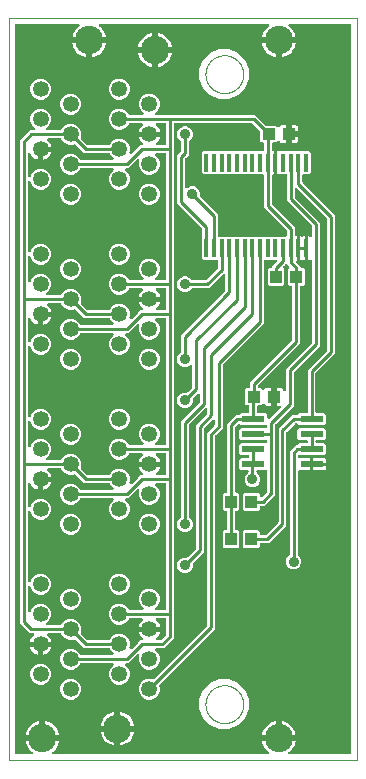
<source format=gbl>
G04 EAGLE Gerber RS-274X export*
G75*
%MOMM*%
%FSLAX34Y34*%
%LPD*%
%INBottom layer*%
%IPPOS*%
%AMOC8*
5,1,8,0,0,1.08239X$1,22.5*%
G01*
%ADD10C,0.000000*%
%ADD11C,1.350000*%
%ADD12C,2.400000*%
%ADD13R,1.100000X1.000000*%
%ADD14R,0.400000X1.500000*%
%ADD15R,1.000000X1.100000*%
%ADD16R,1.981200X0.558800*%
%ADD17C,0.904800*%
%ADD18C,0.254000*%

G36*
X19237Y5091D02*
X19237Y5091D01*
X19316Y5091D01*
X19394Y5111D01*
X19473Y5121D01*
X19547Y5150D01*
X19624Y5170D01*
X19694Y5208D01*
X19769Y5238D01*
X19833Y5284D01*
X19903Y5323D01*
X19961Y5377D01*
X20026Y5424D01*
X20077Y5486D01*
X20135Y5540D01*
X20178Y5608D01*
X20229Y5669D01*
X20263Y5741D01*
X20306Y5809D01*
X20330Y5885D01*
X20364Y5957D01*
X20379Y6035D01*
X20404Y6111D01*
X20409Y6191D01*
X20424Y6269D01*
X20419Y6349D01*
X20424Y6428D01*
X20409Y6507D01*
X20404Y6587D01*
X20380Y6663D01*
X20365Y6741D01*
X20331Y6813D01*
X20306Y6889D01*
X20264Y6957D01*
X20230Y7029D01*
X20179Y7091D01*
X20136Y7158D01*
X20078Y7213D01*
X20028Y7274D01*
X19906Y7375D01*
X19905Y7376D01*
X19904Y7376D01*
X19904Y7377D01*
X19102Y7959D01*
X17484Y9577D01*
X16139Y11429D01*
X15100Y13468D01*
X14392Y15645D01*
X14255Y16511D01*
X27305Y16511D01*
X27423Y16526D01*
X27542Y16533D01*
X27580Y16546D01*
X27620Y16551D01*
X27731Y16594D01*
X27844Y16631D01*
X27878Y16653D01*
X27916Y16668D01*
X28012Y16738D01*
X28113Y16801D01*
X28141Y16831D01*
X28173Y16854D01*
X28249Y16946D01*
X28331Y17033D01*
X28350Y17068D01*
X28376Y17099D01*
X28427Y17207D01*
X28484Y17311D01*
X28495Y17351D01*
X28512Y17387D01*
X28534Y17504D01*
X28564Y17619D01*
X28568Y17680D01*
X28572Y17700D01*
X28570Y17720D01*
X28574Y17780D01*
X28574Y19051D01*
X28576Y19051D01*
X28576Y17780D01*
X28591Y17662D01*
X28598Y17543D01*
X28611Y17505D01*
X28616Y17464D01*
X28660Y17354D01*
X28696Y17241D01*
X28718Y17206D01*
X28733Y17169D01*
X28803Y17073D01*
X28866Y16972D01*
X28896Y16944D01*
X28920Y16911D01*
X29011Y16836D01*
X29098Y16754D01*
X29133Y16734D01*
X29165Y16709D01*
X29272Y16658D01*
X29377Y16600D01*
X29416Y16590D01*
X29452Y16573D01*
X29569Y16551D01*
X29684Y16521D01*
X29745Y16517D01*
X29765Y16513D01*
X29785Y16515D01*
X29845Y16511D01*
X42895Y16511D01*
X42758Y15645D01*
X42050Y13468D01*
X41011Y11429D01*
X39666Y9577D01*
X38048Y7959D01*
X37246Y7377D01*
X37188Y7322D01*
X37124Y7276D01*
X37073Y7214D01*
X37015Y7159D01*
X36972Y7092D01*
X36921Y7031D01*
X36887Y6958D01*
X36844Y6891D01*
X36819Y6815D01*
X36786Y6743D01*
X36771Y6664D01*
X36746Y6588D01*
X36741Y6509D01*
X36726Y6430D01*
X36731Y6351D01*
X36726Y6271D01*
X36741Y6193D01*
X36746Y6113D01*
X36770Y6037D01*
X36785Y5958D01*
X36819Y5886D01*
X36844Y5811D01*
X36886Y5743D01*
X36920Y5671D01*
X36971Y5609D01*
X37014Y5542D01*
X37072Y5487D01*
X37123Y5425D01*
X37187Y5379D01*
X37245Y5324D01*
X37315Y5285D01*
X37380Y5238D01*
X37454Y5209D01*
X37524Y5170D01*
X37601Y5150D01*
X37676Y5121D01*
X37755Y5111D01*
X37832Y5091D01*
X37990Y5081D01*
X37991Y5081D01*
X37992Y5081D01*
X219183Y5081D01*
X219262Y5091D01*
X219341Y5091D01*
X219419Y5111D01*
X219498Y5121D01*
X219572Y5150D01*
X219649Y5170D01*
X219720Y5208D01*
X219794Y5238D01*
X219858Y5284D01*
X219928Y5323D01*
X219986Y5377D01*
X220051Y5424D01*
X220102Y5486D01*
X220160Y5540D01*
X220203Y5608D01*
X220254Y5669D01*
X220288Y5741D01*
X220331Y5809D01*
X220355Y5885D01*
X220389Y5957D01*
X220404Y6035D01*
X220429Y6111D01*
X220434Y6191D01*
X220449Y6269D01*
X220444Y6349D01*
X220449Y6429D01*
X220434Y6507D01*
X220430Y6587D01*
X220405Y6663D01*
X220390Y6741D01*
X220356Y6813D01*
X220331Y6889D01*
X220289Y6957D01*
X220255Y7029D01*
X220204Y7090D01*
X220161Y7158D01*
X220103Y7213D01*
X220053Y7274D01*
X219931Y7375D01*
X219930Y7376D01*
X219929Y7376D01*
X219929Y7377D01*
X219127Y7959D01*
X217509Y9577D01*
X216164Y11429D01*
X215125Y13468D01*
X214417Y15645D01*
X214280Y16511D01*
X227330Y16511D01*
X227448Y16526D01*
X227567Y16533D01*
X227605Y16546D01*
X227645Y16551D01*
X227756Y16594D01*
X227869Y16631D01*
X227903Y16653D01*
X227941Y16668D01*
X228037Y16738D01*
X228138Y16801D01*
X228166Y16831D01*
X228198Y16854D01*
X228274Y16946D01*
X228356Y17033D01*
X228375Y17068D01*
X228401Y17099D01*
X228452Y17207D01*
X228509Y17311D01*
X228520Y17351D01*
X228537Y17387D01*
X228559Y17504D01*
X228589Y17619D01*
X228593Y17680D01*
X228597Y17700D01*
X228595Y17720D01*
X228599Y17780D01*
X228599Y19051D01*
X228601Y19051D01*
X228601Y17780D01*
X228616Y17662D01*
X228623Y17543D01*
X228636Y17505D01*
X228641Y17464D01*
X228685Y17354D01*
X228721Y17241D01*
X228743Y17206D01*
X228758Y17169D01*
X228828Y17073D01*
X228891Y16972D01*
X228921Y16944D01*
X228945Y16911D01*
X229036Y16836D01*
X229123Y16754D01*
X229158Y16734D01*
X229190Y16709D01*
X229297Y16658D01*
X229402Y16600D01*
X229441Y16590D01*
X229477Y16573D01*
X229594Y16551D01*
X229709Y16521D01*
X229770Y16517D01*
X229790Y16513D01*
X229810Y16515D01*
X229870Y16511D01*
X242920Y16511D01*
X242783Y15645D01*
X242075Y13468D01*
X241036Y11429D01*
X239691Y9577D01*
X238073Y7959D01*
X237271Y7377D01*
X237213Y7322D01*
X237149Y7276D01*
X237098Y7214D01*
X237040Y7159D01*
X236997Y7092D01*
X236946Y7031D01*
X236912Y6958D01*
X236869Y6891D01*
X236844Y6815D01*
X236811Y6743D01*
X236795Y6664D01*
X236771Y6588D01*
X236766Y6509D01*
X236751Y6430D01*
X236756Y6351D01*
X236751Y6271D01*
X236766Y6193D01*
X236770Y6113D01*
X236795Y6037D01*
X236810Y5958D01*
X236844Y5886D01*
X236869Y5811D01*
X236911Y5743D01*
X236945Y5671D01*
X236996Y5609D01*
X237039Y5542D01*
X237097Y5487D01*
X237148Y5425D01*
X237212Y5379D01*
X237270Y5324D01*
X237340Y5285D01*
X237405Y5238D01*
X237479Y5209D01*
X237549Y5170D01*
X237626Y5150D01*
X237701Y5121D01*
X237780Y5111D01*
X237857Y5091D01*
X238015Y5081D01*
X238016Y5081D01*
X238017Y5081D01*
X288925Y5081D01*
X289043Y5096D01*
X289162Y5103D01*
X289200Y5116D01*
X289241Y5121D01*
X289351Y5164D01*
X289464Y5201D01*
X289499Y5223D01*
X289536Y5238D01*
X289632Y5307D01*
X289733Y5371D01*
X289761Y5401D01*
X289794Y5424D01*
X289870Y5516D01*
X289951Y5603D01*
X289971Y5638D01*
X289996Y5669D01*
X290047Y5777D01*
X290105Y5881D01*
X290115Y5921D01*
X290132Y5957D01*
X290154Y6074D01*
X290184Y6189D01*
X290188Y6249D01*
X290192Y6269D01*
X290190Y6290D01*
X290194Y6350D01*
X290194Y622300D01*
X290179Y622418D01*
X290172Y622537D01*
X290159Y622575D01*
X290154Y622616D01*
X290111Y622726D01*
X290074Y622839D01*
X290052Y622874D01*
X290037Y622911D01*
X289968Y623007D01*
X289904Y623108D01*
X289874Y623136D01*
X289851Y623169D01*
X289759Y623245D01*
X289672Y623326D01*
X289637Y623346D01*
X289606Y623371D01*
X289498Y623422D01*
X289394Y623480D01*
X289354Y623490D01*
X289318Y623507D01*
X289201Y623529D01*
X289086Y623559D01*
X289026Y623563D01*
X289006Y623567D01*
X288985Y623565D01*
X288925Y623569D01*
X238017Y623569D01*
X237938Y623559D01*
X237859Y623559D01*
X237781Y623539D01*
X237702Y623529D01*
X237628Y623500D01*
X237551Y623480D01*
X237480Y623442D01*
X237406Y623412D01*
X237342Y623366D01*
X237272Y623327D01*
X237214Y623273D01*
X237149Y623226D01*
X237098Y623164D01*
X237040Y623110D01*
X236997Y623042D01*
X236946Y622981D01*
X236912Y622909D01*
X236869Y622841D01*
X236845Y622765D01*
X236811Y622693D01*
X236796Y622615D01*
X236771Y622539D01*
X236766Y622459D01*
X236751Y622381D01*
X236756Y622301D01*
X236751Y622221D01*
X236766Y622143D01*
X236770Y622063D01*
X236795Y621987D01*
X236810Y621909D01*
X236844Y621837D01*
X236869Y621761D01*
X236911Y621693D01*
X236945Y621621D01*
X236996Y621560D01*
X237039Y621492D01*
X237097Y621437D01*
X237147Y621376D01*
X237269Y621275D01*
X237270Y621274D01*
X237271Y621274D01*
X237271Y621273D01*
X238073Y620691D01*
X239691Y619073D01*
X241036Y617221D01*
X242075Y615182D01*
X242783Y613005D01*
X242920Y612139D01*
X229870Y612139D01*
X229752Y612124D01*
X229633Y612117D01*
X229595Y612104D01*
X229555Y612099D01*
X229444Y612056D01*
X229331Y612019D01*
X229297Y611997D01*
X229259Y611982D01*
X229163Y611912D01*
X229062Y611849D01*
X229034Y611819D01*
X229002Y611795D01*
X228926Y611704D01*
X228844Y611617D01*
X228825Y611582D01*
X228799Y611551D01*
X228748Y611443D01*
X228691Y611339D01*
X228680Y611299D01*
X228663Y611263D01*
X228641Y611146D01*
X228611Y611031D01*
X228607Y610970D01*
X228603Y610950D01*
X228605Y610930D01*
X228601Y610870D01*
X228601Y609599D01*
X228599Y609599D01*
X228599Y610870D01*
X228584Y610988D01*
X228577Y611107D01*
X228564Y611145D01*
X228559Y611185D01*
X228515Y611296D01*
X228479Y611409D01*
X228457Y611444D01*
X228442Y611481D01*
X228372Y611577D01*
X228309Y611678D01*
X228279Y611706D01*
X228255Y611739D01*
X228164Y611814D01*
X228077Y611896D01*
X228042Y611916D01*
X228010Y611941D01*
X227903Y611992D01*
X227798Y612050D01*
X227759Y612060D01*
X227723Y612077D01*
X227606Y612099D01*
X227491Y612129D01*
X227430Y612133D01*
X227410Y612137D01*
X227390Y612135D01*
X227330Y612139D01*
X214280Y612139D01*
X214417Y613005D01*
X215125Y615182D01*
X216164Y617221D01*
X217509Y619073D01*
X219127Y620691D01*
X219929Y621273D01*
X219987Y621328D01*
X220051Y621374D01*
X220102Y621436D01*
X220160Y621491D01*
X220203Y621558D01*
X220254Y621619D01*
X220288Y621692D01*
X220331Y621759D01*
X220356Y621835D01*
X220389Y621907D01*
X220405Y621986D01*
X220429Y622062D01*
X220434Y622141D01*
X220449Y622220D01*
X220444Y622299D01*
X220449Y622379D01*
X220434Y622457D01*
X220430Y622537D01*
X220405Y622613D01*
X220390Y622692D01*
X220356Y622764D01*
X220331Y622839D01*
X220289Y622907D01*
X220255Y622979D01*
X220204Y623041D01*
X220161Y623108D01*
X220103Y623163D01*
X220052Y623225D01*
X219988Y623271D01*
X219930Y623326D01*
X219860Y623365D01*
X219795Y623412D01*
X219721Y623441D01*
X219651Y623480D01*
X219574Y623500D01*
X219499Y623529D01*
X219420Y623539D01*
X219343Y623559D01*
X219185Y623569D01*
X219184Y623569D01*
X219183Y623569D01*
X77680Y623569D01*
X77601Y623559D01*
X77521Y623559D01*
X77444Y623539D01*
X77364Y623529D01*
X77290Y623500D01*
X77213Y623480D01*
X77143Y623442D01*
X77069Y623412D01*
X77004Y623366D01*
X76934Y623327D01*
X76876Y623273D01*
X76811Y623226D01*
X76761Y623164D01*
X76702Y623110D01*
X76660Y623042D01*
X76609Y622981D01*
X76575Y622909D01*
X76532Y622841D01*
X76507Y622765D01*
X76473Y622693D01*
X76458Y622615D01*
X76433Y622539D01*
X76428Y622459D01*
X76413Y622381D01*
X76418Y622301D01*
X76413Y622221D01*
X76428Y622143D01*
X76433Y622063D01*
X76458Y621987D01*
X76472Y621909D01*
X76506Y621837D01*
X76531Y621761D01*
X76574Y621693D01*
X76607Y621621D01*
X76658Y621560D01*
X76701Y621492D01*
X76759Y621437D01*
X76810Y621376D01*
X76932Y621275D01*
X76933Y621274D01*
X76934Y621273D01*
X77735Y620691D01*
X79354Y619073D01*
X80699Y617221D01*
X81738Y615182D01*
X82445Y613005D01*
X82582Y612139D01*
X69533Y612139D01*
X69414Y612124D01*
X69296Y612117D01*
X69257Y612104D01*
X69217Y612099D01*
X69106Y612056D01*
X68993Y612019D01*
X68959Y611997D01*
X68921Y611982D01*
X68825Y611912D01*
X68725Y611849D01*
X68697Y611819D01*
X68664Y611795D01*
X68588Y611704D01*
X68507Y611617D01*
X68487Y611582D01*
X68461Y611551D01*
X68411Y611443D01*
X68353Y611339D01*
X68343Y611299D01*
X68326Y611263D01*
X68303Y611146D01*
X68274Y611031D01*
X68270Y610970D01*
X68266Y610950D01*
X68267Y610930D01*
X68263Y610870D01*
X68263Y609599D01*
X68262Y609599D01*
X68262Y610870D01*
X68247Y610988D01*
X68239Y611107D01*
X68227Y611145D01*
X68222Y611185D01*
X68178Y611296D01*
X68141Y611409D01*
X68120Y611444D01*
X68105Y611481D01*
X68035Y611577D01*
X67971Y611678D01*
X67942Y611706D01*
X67918Y611739D01*
X67826Y611814D01*
X67739Y611896D01*
X67704Y611916D01*
X67673Y611941D01*
X67565Y611992D01*
X67461Y612050D01*
X67422Y612060D01*
X67385Y612077D01*
X67268Y612099D01*
X67153Y612129D01*
X67093Y612133D01*
X67073Y612137D01*
X67053Y612135D01*
X66992Y612139D01*
X53943Y612139D01*
X54080Y613005D01*
X54787Y615182D01*
X55826Y617221D01*
X57171Y619073D01*
X58790Y620691D01*
X59591Y621273D01*
X59649Y621328D01*
X59714Y621374D01*
X59765Y621436D01*
X59823Y621491D01*
X59866Y621558D01*
X59916Y621619D01*
X59951Y621692D01*
X59993Y621759D01*
X60018Y621835D01*
X60052Y621907D01*
X60067Y621986D01*
X60092Y622062D01*
X60097Y622141D01*
X60112Y622220D01*
X60107Y622299D01*
X60112Y622379D01*
X60097Y622457D01*
X60092Y622537D01*
X60067Y622613D01*
X60052Y622692D01*
X60019Y622764D01*
X59994Y622839D01*
X59951Y622907D01*
X59917Y622979D01*
X59866Y623041D01*
X59824Y623108D01*
X59765Y623163D01*
X59715Y623225D01*
X59650Y623271D01*
X59592Y623326D01*
X59522Y623365D01*
X59458Y623412D01*
X59383Y623441D01*
X59314Y623480D01*
X59236Y623500D01*
X59162Y623529D01*
X59083Y623539D01*
X59006Y623559D01*
X58848Y623569D01*
X58846Y623569D01*
X58845Y623569D01*
X6350Y623569D01*
X6232Y623554D01*
X6113Y623547D01*
X6075Y623534D01*
X6034Y623529D01*
X5924Y623486D01*
X5811Y623449D01*
X5776Y623427D01*
X5739Y623412D01*
X5643Y623343D01*
X5542Y623279D01*
X5514Y623249D01*
X5481Y623226D01*
X5405Y623134D01*
X5324Y623047D01*
X5304Y623012D01*
X5279Y622981D01*
X5228Y622873D01*
X5170Y622769D01*
X5160Y622729D01*
X5143Y622693D01*
X5121Y622576D01*
X5091Y622461D01*
X5087Y622401D01*
X5083Y622381D01*
X5085Y622360D01*
X5081Y622300D01*
X5081Y6350D01*
X5096Y6232D01*
X5103Y6113D01*
X5116Y6075D01*
X5121Y6034D01*
X5164Y5924D01*
X5201Y5811D01*
X5223Y5776D01*
X5238Y5739D01*
X5307Y5643D01*
X5371Y5542D01*
X5401Y5514D01*
X5424Y5481D01*
X5516Y5405D01*
X5603Y5324D01*
X5638Y5304D01*
X5669Y5279D01*
X5777Y5228D01*
X5881Y5170D01*
X5921Y5160D01*
X5957Y5143D01*
X6074Y5121D01*
X6189Y5091D01*
X6249Y5087D01*
X6269Y5083D01*
X6290Y5085D01*
X6350Y5081D01*
X19158Y5081D01*
X19237Y5091D01*
G37*
%LPC*%
G36*
X117315Y51542D02*
X117315Y51542D01*
X114088Y52879D01*
X111617Y55350D01*
X110280Y58578D01*
X110280Y62072D01*
X111617Y65300D01*
X114088Y67771D01*
X117315Y69108D01*
X120810Y69108D01*
X121698Y68740D01*
X121727Y68732D01*
X121753Y68718D01*
X121880Y68690D01*
X122005Y68656D01*
X122035Y68655D01*
X122063Y68649D01*
X122193Y68653D01*
X122323Y68651D01*
X122352Y68657D01*
X122381Y68658D01*
X122506Y68694D01*
X122632Y68725D01*
X122658Y68739D01*
X122687Y68747D01*
X122798Y68813D01*
X122913Y68873D01*
X122935Y68893D01*
X122961Y68908D01*
X123081Y69015D01*
X167776Y113709D01*
X167836Y113787D01*
X167904Y113859D01*
X167933Y113912D01*
X167970Y113960D01*
X168010Y114051D01*
X168058Y114138D01*
X168073Y114196D01*
X168097Y114252D01*
X168112Y114350D01*
X168137Y114446D01*
X168143Y114546D01*
X168147Y114566D01*
X168145Y114578D01*
X168147Y114606D01*
X168147Y277593D01*
X174126Y283571D01*
X174186Y283650D01*
X174254Y283722D01*
X174283Y283775D01*
X174320Y283823D01*
X174360Y283914D01*
X174408Y284000D01*
X174423Y284059D01*
X174447Y284114D01*
X174462Y284212D01*
X174487Y284308D01*
X174493Y284408D01*
X174497Y284429D01*
X174495Y284441D01*
X174497Y284469D01*
X174497Y287412D01*
X174480Y287550D01*
X174467Y287689D01*
X174460Y287708D01*
X174457Y287728D01*
X174406Y287857D01*
X174359Y287988D01*
X174348Y288005D01*
X174340Y288023D01*
X174259Y288136D01*
X174181Y288251D01*
X174165Y288264D01*
X174154Y288281D01*
X174046Y288370D01*
X173942Y288462D01*
X173924Y288471D01*
X173909Y288484D01*
X173783Y288543D01*
X173659Y288606D01*
X173639Y288611D01*
X173621Y288619D01*
X173485Y288645D01*
X173349Y288676D01*
X173328Y288675D01*
X173309Y288679D01*
X173170Y288670D01*
X173031Y288666D01*
X173011Y288660D01*
X172991Y288659D01*
X172859Y288616D01*
X172725Y288578D01*
X172708Y288567D01*
X172689Y288561D01*
X172571Y288487D01*
X172451Y288416D01*
X172430Y288398D01*
X172420Y288391D01*
X172406Y288376D01*
X172331Y288310D01*
X165599Y281579D01*
X165539Y281500D01*
X165471Y281428D01*
X165442Y281375D01*
X165405Y281327D01*
X165365Y281236D01*
X165317Y281150D01*
X165302Y281091D01*
X165278Y281036D01*
X165263Y280938D01*
X165238Y280842D01*
X165232Y280742D01*
X165228Y280721D01*
X165230Y280709D01*
X165228Y280681D01*
X165228Y176432D01*
X162922Y174126D01*
X162921Y174126D01*
X156153Y167358D01*
X156093Y167279D01*
X156025Y167207D01*
X155996Y167154D01*
X155959Y167106D01*
X155919Y167015D01*
X155871Y166929D01*
X155856Y166870D01*
X155832Y166815D01*
X155817Y166717D01*
X155792Y166621D01*
X155786Y166521D01*
X155782Y166500D01*
X155784Y166488D01*
X155782Y166460D01*
X155782Y163796D01*
X154784Y161386D01*
X152939Y159541D01*
X150529Y158543D01*
X147921Y158543D01*
X145511Y159541D01*
X143666Y161386D01*
X142668Y163796D01*
X142668Y166404D01*
X143666Y168814D01*
X145511Y170659D01*
X147921Y171657D01*
X150585Y171657D01*
X150683Y171669D01*
X150782Y171672D01*
X150841Y171689D01*
X150901Y171697D01*
X150993Y171733D01*
X151088Y171761D01*
X151140Y171791D01*
X151196Y171814D01*
X151276Y171872D01*
X151362Y171922D01*
X151437Y171988D01*
X151454Y172000D01*
X151462Y172010D01*
X151483Y172028D01*
X158251Y178796D01*
X158311Y178875D01*
X158379Y178947D01*
X158408Y179000D01*
X158445Y179048D01*
X158485Y179139D01*
X158533Y179225D01*
X158548Y179284D01*
X158572Y179339D01*
X158587Y179437D01*
X158612Y179533D01*
X158618Y179633D01*
X158622Y179653D01*
X158620Y179666D01*
X158622Y179694D01*
X158622Y283943D01*
X167776Y293096D01*
X167836Y293175D01*
X167904Y293247D01*
X167933Y293300D01*
X167970Y293348D01*
X168010Y293439D01*
X168058Y293525D01*
X168073Y293584D01*
X168097Y293639D01*
X168112Y293737D01*
X168137Y293833D01*
X168143Y293933D01*
X168147Y293954D01*
X168145Y293966D01*
X168147Y293994D01*
X168147Y296937D01*
X168130Y297075D01*
X168117Y297214D01*
X168110Y297233D01*
X168107Y297253D01*
X168056Y297382D01*
X168009Y297513D01*
X167998Y297530D01*
X167990Y297548D01*
X167909Y297661D01*
X167831Y297776D01*
X167815Y297789D01*
X167804Y297806D01*
X167696Y297894D01*
X167592Y297987D01*
X167574Y297996D01*
X167559Y298009D01*
X167433Y298068D01*
X167309Y298131D01*
X167289Y298136D01*
X167271Y298144D01*
X167135Y298170D01*
X166999Y298201D01*
X166978Y298200D01*
X166959Y298204D01*
X166820Y298195D01*
X166681Y298191D01*
X166661Y298185D01*
X166641Y298184D01*
X166509Y298141D01*
X166375Y298103D01*
X166358Y298092D01*
X166339Y298086D01*
X166221Y298012D01*
X166101Y297941D01*
X166080Y297923D01*
X166070Y297916D01*
X166056Y297901D01*
X165981Y297835D01*
X152899Y284754D01*
X152839Y284675D01*
X152771Y284603D01*
X152742Y284550D01*
X152705Y284502D01*
X152665Y284411D01*
X152617Y284325D01*
X152602Y284266D01*
X152578Y284211D01*
X152563Y284113D01*
X152538Y284017D01*
X152532Y283917D01*
X152528Y283896D01*
X152530Y283884D01*
X152528Y283856D01*
X152528Y206521D01*
X152540Y206422D01*
X152543Y206323D01*
X152560Y206265D01*
X152568Y206205D01*
X152604Y206113D01*
X152632Y206018D01*
X152662Y205966D01*
X152685Y205909D01*
X152743Y205829D01*
X152793Y205744D01*
X152859Y205669D01*
X152871Y205652D01*
X152881Y205644D01*
X152899Y205623D01*
X154784Y203739D01*
X155782Y201329D01*
X155782Y198721D01*
X154784Y196311D01*
X152939Y194466D01*
X150529Y193468D01*
X147921Y193468D01*
X145511Y194466D01*
X143666Y196311D01*
X142668Y198721D01*
X142668Y201329D01*
X143666Y203739D01*
X145551Y205623D01*
X145611Y205701D01*
X145679Y205774D01*
X145708Y205827D01*
X145745Y205874D01*
X145785Y205965D01*
X145833Y206052D01*
X145848Y206111D01*
X145872Y206166D01*
X145887Y206264D01*
X145912Y206360D01*
X145918Y206460D01*
X145922Y206480D01*
X145920Y206493D01*
X145922Y206521D01*
X145922Y287118D01*
X161426Y302621D01*
X161486Y302700D01*
X161554Y302772D01*
X161583Y302825D01*
X161620Y302873D01*
X161660Y302964D01*
X161708Y303050D01*
X161723Y303109D01*
X161747Y303164D01*
X161762Y303262D01*
X161787Y303358D01*
X161793Y303458D01*
X161797Y303479D01*
X161795Y303491D01*
X161797Y303519D01*
X161797Y309637D01*
X161780Y309775D01*
X161767Y309914D01*
X161760Y309933D01*
X161757Y309953D01*
X161706Y310082D01*
X161659Y310213D01*
X161648Y310230D01*
X161640Y310248D01*
X161559Y310361D01*
X161481Y310476D01*
X161465Y310489D01*
X161454Y310506D01*
X161346Y310595D01*
X161242Y310687D01*
X161224Y310696D01*
X161209Y310709D01*
X161083Y310768D01*
X160959Y310831D01*
X160939Y310836D01*
X160921Y310844D01*
X160785Y310870D01*
X160649Y310901D01*
X160628Y310900D01*
X160609Y310904D01*
X160470Y310895D01*
X160331Y310891D01*
X160311Y310885D01*
X160291Y310884D01*
X160159Y310841D01*
X160025Y310803D01*
X160008Y310792D01*
X159989Y310786D01*
X159871Y310712D01*
X159751Y310641D01*
X159730Y310623D01*
X159720Y310616D01*
X159706Y310601D01*
X159631Y310535D01*
X156153Y307058D01*
X156093Y306979D01*
X156025Y306907D01*
X155996Y306854D01*
X155959Y306806D01*
X155919Y306715D01*
X155871Y306629D01*
X155856Y306570D01*
X155832Y306515D01*
X155817Y306417D01*
X155792Y306321D01*
X155786Y306221D01*
X155782Y306200D01*
X155784Y306188D01*
X155782Y306160D01*
X155782Y303496D01*
X154784Y301086D01*
X152939Y299241D01*
X150529Y298243D01*
X147921Y298243D01*
X145511Y299241D01*
X143666Y301086D01*
X142668Y303496D01*
X142668Y306104D01*
X143666Y308514D01*
X145511Y310359D01*
X147921Y311357D01*
X150585Y311357D01*
X150683Y311369D01*
X150782Y311372D01*
X150841Y311389D01*
X150901Y311397D01*
X150993Y311433D01*
X151088Y311461D01*
X151140Y311491D01*
X151196Y311514D01*
X151276Y311572D01*
X151362Y311622D01*
X151437Y311688D01*
X151454Y311700D01*
X151462Y311710D01*
X151483Y311728D01*
X155076Y315321D01*
X155136Y315400D01*
X155204Y315472D01*
X155233Y315525D01*
X155270Y315573D01*
X155310Y315664D01*
X155358Y315750D01*
X155373Y315809D01*
X155397Y315864D01*
X155412Y315962D01*
X155437Y316058D01*
X155443Y316158D01*
X155447Y316179D01*
X155445Y316191D01*
X155447Y316219D01*
X155447Y333610D01*
X155430Y333748D01*
X155417Y333887D01*
X155410Y333906D01*
X155407Y333926D01*
X155356Y334055D01*
X155309Y334186D01*
X155298Y334203D01*
X155290Y334222D01*
X155209Y334334D01*
X155131Y334449D01*
X155115Y334463D01*
X155104Y334479D01*
X154996Y334568D01*
X154892Y334660D01*
X154874Y334669D01*
X154859Y334682D01*
X154733Y334741D01*
X154609Y334804D01*
X154589Y334809D01*
X154571Y334817D01*
X154435Y334843D01*
X154299Y334874D01*
X154278Y334873D01*
X154259Y334877D01*
X154120Y334868D01*
X153981Y334864D01*
X153961Y334859D01*
X153941Y334857D01*
X153809Y334815D01*
X153675Y334776D01*
X153658Y334766D01*
X153639Y334759D01*
X153521Y334685D01*
X153401Y334614D01*
X153380Y334596D01*
X153370Y334589D01*
X153356Y334574D01*
X153280Y334508D01*
X152939Y334166D01*
X150529Y333168D01*
X147921Y333168D01*
X145511Y334166D01*
X143666Y336011D01*
X142668Y338421D01*
X142668Y341029D01*
X143666Y343439D01*
X145551Y345323D01*
X145611Y345401D01*
X145679Y345474D01*
X145708Y345527D01*
X145745Y345574D01*
X145785Y345665D01*
X145833Y345752D01*
X145848Y345811D01*
X145872Y345866D01*
X145887Y345964D01*
X145912Y346060D01*
X145918Y346160D01*
X145922Y346180D01*
X145920Y346193D01*
X145922Y346221D01*
X145922Y360143D01*
X183126Y397346D01*
X183186Y397425D01*
X183254Y397497D01*
X183283Y397550D01*
X183320Y397598D01*
X183360Y397689D01*
X183408Y397775D01*
X183423Y397834D01*
X183447Y397889D01*
X183462Y397987D01*
X183487Y398083D01*
X183493Y398183D01*
X183497Y398204D01*
X183495Y398216D01*
X183497Y398244D01*
X183497Y410712D01*
X183480Y410850D01*
X183467Y410989D01*
X183460Y411008D01*
X183457Y411028D01*
X183406Y411157D01*
X183359Y411288D01*
X183348Y411305D01*
X183340Y411323D01*
X183259Y411436D01*
X183181Y411551D01*
X183165Y411564D01*
X183154Y411581D01*
X183046Y411669D01*
X182942Y411762D01*
X182924Y411771D01*
X182909Y411784D01*
X182783Y411843D01*
X182659Y411906D01*
X182639Y411911D01*
X182621Y411919D01*
X182485Y411945D01*
X182349Y411976D01*
X182328Y411975D01*
X182309Y411979D01*
X182170Y411970D01*
X182031Y411966D01*
X182011Y411960D01*
X181991Y411959D01*
X181859Y411916D01*
X181725Y411878D01*
X181708Y411867D01*
X181689Y411861D01*
X181571Y411787D01*
X181451Y411716D01*
X181430Y411698D01*
X181420Y411691D01*
X181406Y411676D01*
X181331Y411610D01*
X169643Y399922D01*
X155721Y399922D01*
X155622Y399910D01*
X155523Y399907D01*
X155465Y399890D01*
X155405Y399882D01*
X155313Y399846D01*
X155218Y399818D01*
X155166Y399788D01*
X155109Y399765D01*
X155029Y399707D01*
X154944Y399657D01*
X154869Y399591D01*
X154852Y399579D01*
X154844Y399569D01*
X154823Y399551D01*
X152939Y397666D01*
X150529Y396668D01*
X147921Y396668D01*
X145511Y397666D01*
X143666Y399511D01*
X142668Y401921D01*
X142668Y404529D01*
X143666Y406939D01*
X145511Y408784D01*
X147921Y409782D01*
X150529Y409782D01*
X152939Y408784D01*
X154823Y406899D01*
X154901Y406839D01*
X154974Y406771D01*
X155027Y406742D01*
X155074Y406705D01*
X155165Y406665D01*
X155252Y406617D01*
X155311Y406602D01*
X155366Y406578D01*
X155464Y406563D01*
X155560Y406538D01*
X155660Y406532D01*
X155680Y406528D01*
X155693Y406530D01*
X155721Y406528D01*
X166381Y406528D01*
X166479Y406540D01*
X166578Y406543D01*
X166637Y406560D01*
X166697Y406568D01*
X166789Y406604D01*
X166884Y406632D01*
X166936Y406662D01*
X166992Y406685D01*
X167072Y406743D01*
X167158Y406793D01*
X167233Y406859D01*
X167250Y406871D01*
X167258Y406881D01*
X167279Y406899D01*
X176626Y416246D01*
X176686Y416325D01*
X176754Y416397D01*
X176783Y416450D01*
X176820Y416498D01*
X176860Y416589D01*
X176908Y416675D01*
X176923Y416734D01*
X176947Y416789D01*
X176962Y416887D01*
X176987Y416983D01*
X176993Y417083D01*
X176997Y417104D01*
X176995Y417116D01*
X176997Y417144D01*
X176997Y422848D01*
X176982Y422966D01*
X176975Y423085D01*
X176962Y423123D01*
X176957Y423164D01*
X176914Y423274D01*
X176877Y423387D01*
X176855Y423422D01*
X176840Y423459D01*
X176771Y423555D01*
X176707Y423656D01*
X176677Y423684D01*
X176654Y423717D01*
X176562Y423793D01*
X176475Y423874D01*
X176440Y423894D01*
X176409Y423919D01*
X176301Y423970D01*
X176197Y424028D01*
X176157Y424038D01*
X176121Y424055D01*
X176004Y424077D01*
X175889Y424107D01*
X175829Y424111D01*
X175809Y424115D01*
X175788Y424113D01*
X175728Y424117D01*
X164458Y424117D01*
X163267Y425308D01*
X163267Y441992D01*
X163626Y442350D01*
X163686Y442429D01*
X163754Y442501D01*
X163783Y442554D01*
X163820Y442602D01*
X163860Y442692D01*
X163908Y442779D01*
X163923Y442838D01*
X163947Y442893D01*
X163962Y442991D01*
X163987Y443087D01*
X163993Y443187D01*
X163997Y443207D01*
X163995Y443220D01*
X163997Y443248D01*
X163997Y449931D01*
X163985Y450029D01*
X163982Y450128D01*
X163965Y450187D01*
X163957Y450247D01*
X163921Y450339D01*
X163893Y450434D01*
X163863Y450486D01*
X163840Y450542D01*
X163782Y450622D01*
X163732Y450708D01*
X163666Y450783D01*
X163654Y450800D01*
X163644Y450808D01*
X163626Y450829D01*
X142747Y471707D01*
X142747Y512543D01*
X145551Y515346D01*
X145611Y515425D01*
X145679Y515497D01*
X145708Y515550D01*
X145745Y515598D01*
X145785Y515689D01*
X145833Y515775D01*
X145848Y515834D01*
X145872Y515889D01*
X145887Y515987D01*
X145912Y516083D01*
X145918Y516183D01*
X145922Y516204D01*
X145920Y516216D01*
X145922Y516244D01*
X145922Y523729D01*
X145910Y523828D01*
X145907Y523927D01*
X145890Y523985D01*
X145882Y524045D01*
X145846Y524137D01*
X145818Y524232D01*
X145788Y524284D01*
X145765Y524341D01*
X145707Y524421D01*
X145657Y524506D01*
X145591Y524581D01*
X145579Y524598D01*
X145569Y524606D01*
X145551Y524627D01*
X143666Y526511D01*
X142668Y528921D01*
X142668Y531529D01*
X143666Y533939D01*
X145511Y535784D01*
X147921Y536782D01*
X150529Y536782D01*
X152939Y535784D01*
X154784Y533939D01*
X155782Y531529D01*
X155782Y528921D01*
X154784Y526511D01*
X152899Y524627D01*
X152839Y524549D01*
X152771Y524476D01*
X152742Y524423D01*
X152705Y524376D01*
X152665Y524284D01*
X152617Y524198D01*
X152602Y524139D01*
X152578Y524084D01*
X152563Y523986D01*
X152538Y523890D01*
X152532Y523790D01*
X152528Y523770D01*
X152530Y523757D01*
X152528Y523729D01*
X152528Y512982D01*
X149724Y510179D01*
X149664Y510100D01*
X149596Y510028D01*
X149567Y509975D01*
X149530Y509927D01*
X149490Y509836D01*
X149442Y509750D01*
X149427Y509691D01*
X149403Y509636D01*
X149388Y509538D01*
X149363Y509442D01*
X149357Y509342D01*
X149353Y509321D01*
X149355Y509309D01*
X149353Y509281D01*
X149353Y485540D01*
X149370Y485402D01*
X149383Y485263D01*
X149390Y485244D01*
X149393Y485224D01*
X149444Y485094D01*
X149491Y484964D01*
X149502Y484947D01*
X149510Y484928D01*
X149591Y484816D01*
X149669Y484701D01*
X149685Y484687D01*
X149696Y484671D01*
X149804Y484582D01*
X149908Y484490D01*
X149926Y484481D01*
X149941Y484468D01*
X150067Y484409D01*
X150191Y484346D01*
X150211Y484341D01*
X150229Y484333D01*
X150365Y484307D01*
X150501Y484276D01*
X150522Y484277D01*
X150541Y484273D01*
X150680Y484282D01*
X150819Y484286D01*
X150839Y484291D01*
X150859Y484293D01*
X150991Y484335D01*
X151125Y484374D01*
X151142Y484384D01*
X151161Y484391D01*
X151279Y484465D01*
X151399Y484536D01*
X151420Y484554D01*
X151430Y484561D01*
X151444Y484576D01*
X151520Y484642D01*
X151861Y484984D01*
X154271Y485982D01*
X156879Y485982D01*
X159289Y484984D01*
X161134Y483139D01*
X162132Y480729D01*
X162132Y478065D01*
X162144Y477967D01*
X162147Y477868D01*
X162164Y477809D01*
X162172Y477749D01*
X162208Y477657D01*
X162236Y477562D01*
X162266Y477510D01*
X162289Y477454D01*
X162347Y477374D01*
X162397Y477288D01*
X162463Y477213D01*
X162475Y477196D01*
X162485Y477188D01*
X162503Y477167D01*
X177103Y462568D01*
X177103Y444452D01*
X177118Y444334D01*
X177125Y444215D01*
X177138Y444177D01*
X177143Y444136D01*
X177186Y444026D01*
X177223Y443913D01*
X177245Y443878D01*
X177260Y443841D01*
X177329Y443745D01*
X177393Y443644D01*
X177423Y443616D01*
X177446Y443583D01*
X177538Y443507D01*
X177625Y443426D01*
X177660Y443406D01*
X177691Y443381D01*
X177799Y443330D01*
X177903Y443272D01*
X177943Y443262D01*
X177979Y443245D01*
X178096Y443223D01*
X178211Y443193D01*
X178271Y443189D01*
X178291Y443185D01*
X178312Y443187D01*
X178372Y443183D01*
X234228Y443183D01*
X234346Y443198D01*
X234465Y443205D01*
X234503Y443218D01*
X234544Y443223D01*
X234654Y443266D01*
X234767Y443303D01*
X234802Y443325D01*
X234839Y443340D01*
X234935Y443409D01*
X235036Y443473D01*
X235064Y443503D01*
X235097Y443526D01*
X235173Y443618D01*
X235254Y443705D01*
X235274Y443740D01*
X235299Y443771D01*
X235350Y443879D01*
X235408Y443983D01*
X235418Y444023D01*
X235435Y444059D01*
X235457Y444176D01*
X235487Y444291D01*
X235491Y444351D01*
X235495Y444371D01*
X235493Y444392D01*
X235497Y444452D01*
X235497Y448281D01*
X235485Y448379D01*
X235482Y448478D01*
X235465Y448537D01*
X235457Y448597D01*
X235421Y448689D01*
X235393Y448784D01*
X235363Y448836D01*
X235340Y448892D01*
X235282Y448972D01*
X235232Y449058D01*
X235166Y449133D01*
X235154Y449150D01*
X235144Y449158D01*
X235126Y449179D01*
X215997Y468307D01*
X215997Y495348D01*
X215982Y495466D01*
X215975Y495585D01*
X215962Y495623D01*
X215957Y495664D01*
X215914Y495774D01*
X215877Y495887D01*
X215855Y495922D01*
X215840Y495959D01*
X215771Y496055D01*
X215707Y496156D01*
X215677Y496184D01*
X215654Y496217D01*
X215562Y496293D01*
X215475Y496374D01*
X215440Y496394D01*
X215409Y496419D01*
X215301Y496470D01*
X215197Y496528D01*
X215157Y496538D01*
X215121Y496555D01*
X215004Y496577D01*
X214889Y496607D01*
X214829Y496611D01*
X214809Y496615D01*
X214788Y496613D01*
X214728Y496617D01*
X164458Y496617D01*
X163267Y497808D01*
X163267Y514492D01*
X164458Y515683D01*
X214728Y515683D01*
X214846Y515698D01*
X214965Y515705D01*
X215003Y515718D01*
X215044Y515723D01*
X215154Y515766D01*
X215267Y515803D01*
X215302Y515825D01*
X215339Y515840D01*
X215435Y515909D01*
X215536Y515973D01*
X215564Y516003D01*
X215597Y516026D01*
X215673Y516118D01*
X215754Y516205D01*
X215774Y516240D01*
X215799Y516271D01*
X215850Y516379D01*
X215908Y516483D01*
X215918Y516523D01*
X215935Y516559D01*
X215957Y516676D01*
X215987Y516791D01*
X215991Y516851D01*
X215995Y516871D01*
X215993Y516892D01*
X215997Y516952D01*
X215997Y521923D01*
X215982Y522041D01*
X215975Y522160D01*
X215962Y522198D01*
X215957Y522239D01*
X215914Y522349D01*
X215877Y522462D01*
X215855Y522497D01*
X215840Y522534D01*
X215771Y522630D01*
X215707Y522731D01*
X215677Y522759D01*
X215654Y522792D01*
X215562Y522868D01*
X215475Y522949D01*
X215440Y522969D01*
X215409Y522994D01*
X215301Y523045D01*
X215197Y523103D01*
X215157Y523113D01*
X215121Y523130D01*
X215004Y523152D01*
X214889Y523182D01*
X214829Y523186D01*
X214809Y523190D01*
X214788Y523188D01*
X214728Y523192D01*
X213758Y523192D01*
X212567Y524383D01*
X212567Y532561D01*
X212555Y532659D01*
X212552Y532758D01*
X212535Y532817D01*
X212527Y532877D01*
X212491Y532969D01*
X212463Y533064D01*
X212433Y533116D01*
X212410Y533172D01*
X212352Y533252D01*
X212302Y533338D01*
X212236Y533413D01*
X212224Y533430D01*
X212214Y533438D01*
X212196Y533459D01*
X206404Y539251D01*
X206325Y539311D01*
X206253Y539379D01*
X206200Y539408D01*
X206152Y539445D01*
X206061Y539485D01*
X205975Y539533D01*
X205916Y539548D01*
X205861Y539572D01*
X205763Y539587D01*
X205667Y539612D01*
X205567Y539618D01*
X205546Y539622D01*
X205534Y539620D01*
X205506Y539622D01*
X141097Y539622D01*
X140979Y539607D01*
X140860Y539600D01*
X140822Y539587D01*
X140781Y539582D01*
X140671Y539539D01*
X140558Y539502D01*
X140523Y539480D01*
X140486Y539465D01*
X140390Y539396D01*
X140289Y539332D01*
X140261Y539302D01*
X140228Y539279D01*
X140152Y539187D01*
X140071Y539100D01*
X140051Y539065D01*
X140026Y539034D01*
X139975Y538926D01*
X139917Y538822D01*
X139907Y538782D01*
X139890Y538746D01*
X139868Y538629D01*
X139838Y538514D01*
X139834Y538454D01*
X139830Y538434D01*
X139832Y538413D01*
X139828Y538353D01*
X139828Y103407D01*
X131543Y95122D01*
X125150Y95122D01*
X125013Y95105D01*
X124874Y95092D01*
X124855Y95085D01*
X124835Y95082D01*
X124706Y95031D01*
X124574Y94984D01*
X124558Y94973D01*
X124539Y94965D01*
X124426Y94884D01*
X124311Y94806D01*
X124298Y94790D01*
X124282Y94779D01*
X124193Y94671D01*
X124101Y94567D01*
X124092Y94549D01*
X124079Y94534D01*
X124019Y94408D01*
X123956Y94284D01*
X123952Y94264D01*
X123943Y94246D01*
X123917Y94110D01*
X123887Y93974D01*
X123887Y93953D01*
X123883Y93934D01*
X123892Y93795D01*
X123896Y93656D01*
X123902Y93636D01*
X123903Y93616D01*
X123946Y93484D01*
X123985Y93350D01*
X123995Y93333D01*
X124001Y93314D01*
X124076Y93196D01*
X124146Y93076D01*
X124165Y93055D01*
X124171Y93045D01*
X124186Y93031D01*
X124253Y92956D01*
X126508Y90700D01*
X127845Y87472D01*
X127845Y83978D01*
X126508Y80750D01*
X124037Y78279D01*
X120810Y76942D01*
X117315Y76942D01*
X114088Y78279D01*
X111617Y80750D01*
X110280Y83978D01*
X110280Y87472D01*
X110560Y88148D01*
X110578Y88216D01*
X110606Y88280D01*
X110620Y88369D01*
X110644Y88455D01*
X110645Y88525D01*
X110656Y88594D01*
X110647Y88683D01*
X110649Y88773D01*
X110633Y88841D01*
X110626Y88910D01*
X110596Y88995D01*
X110575Y89082D01*
X110542Y89144D01*
X110518Y89210D01*
X110468Y89284D01*
X110426Y89363D01*
X110379Y89415D01*
X110340Y89473D01*
X110272Y89532D01*
X110212Y89599D01*
X110154Y89637D01*
X110101Y89683D01*
X110021Y89724D01*
X109946Y89773D01*
X109880Y89796D01*
X109818Y89828D01*
X109731Y89848D01*
X109646Y89877D01*
X109576Y89882D01*
X109508Y89898D01*
X109418Y89895D01*
X109329Y89902D01*
X109260Y89890D01*
X109190Y89888D01*
X109104Y89863D01*
X109015Y89848D01*
X108952Y89819D01*
X108885Y89799D01*
X108807Y89754D01*
X108725Y89717D01*
X108671Y89673D01*
X108611Y89638D01*
X108490Y89532D01*
X101381Y82422D01*
X99750Y82422D01*
X99613Y82405D01*
X99474Y82392D01*
X99455Y82385D01*
X99435Y82382D01*
X99306Y82331D01*
X99174Y82284D01*
X99158Y82273D01*
X99139Y82265D01*
X99026Y82184D01*
X98911Y82106D01*
X98898Y82090D01*
X98882Y82079D01*
X98793Y81971D01*
X98701Y81867D01*
X98692Y81849D01*
X98679Y81834D01*
X98619Y81708D01*
X98556Y81584D01*
X98552Y81564D01*
X98543Y81546D01*
X98517Y81410D01*
X98487Y81274D01*
X98487Y81253D01*
X98483Y81234D01*
X98492Y81095D01*
X98496Y80956D01*
X98502Y80936D01*
X98503Y80916D01*
X98546Y80784D01*
X98585Y80650D01*
X98595Y80633D01*
X98601Y80614D01*
X98676Y80496D01*
X98746Y80376D01*
X98765Y80355D01*
X98771Y80345D01*
X98786Y80331D01*
X98853Y80256D01*
X101108Y78000D01*
X102445Y74772D01*
X102445Y71278D01*
X101108Y68050D01*
X98637Y65579D01*
X95410Y64242D01*
X91915Y64242D01*
X88688Y65579D01*
X86217Y68050D01*
X84880Y71278D01*
X84880Y74772D01*
X86217Y78000D01*
X88472Y80256D01*
X88558Y80365D01*
X88646Y80472D01*
X88655Y80491D01*
X88667Y80507D01*
X88723Y80635D01*
X88782Y80760D01*
X88786Y80780D01*
X88794Y80799D01*
X88816Y80937D01*
X88842Y81073D01*
X88840Y81093D01*
X88844Y81113D01*
X88830Y81252D01*
X88822Y81390D01*
X88816Y81409D01*
X88814Y81429D01*
X88767Y81561D01*
X88724Y81692D01*
X88713Y81710D01*
X88706Y81729D01*
X88628Y81844D01*
X88554Y81961D01*
X88539Y81975D01*
X88528Y81992D01*
X88423Y82084D01*
X88322Y82179D01*
X88304Y82189D01*
X88289Y82202D01*
X88165Y82266D01*
X88044Y82333D01*
X88024Y82338D01*
X88006Y82347D01*
X87870Y82377D01*
X87736Y82412D01*
X87708Y82414D01*
X87696Y82417D01*
X87675Y82416D01*
X87575Y82422D01*
X61374Y82422D01*
X61345Y82419D01*
X61315Y82421D01*
X61187Y82399D01*
X61058Y82382D01*
X61031Y82372D01*
X61002Y82367D01*
X60883Y82313D01*
X60763Y82265D01*
X60739Y82248D01*
X60712Y82236D01*
X60611Y82155D01*
X60505Y82079D01*
X60486Y82056D01*
X60463Y82037D01*
X60386Y81934D01*
X60303Y81834D01*
X60290Y81807D01*
X60272Y81783D01*
X60201Y81639D01*
X59833Y80750D01*
X57362Y78279D01*
X54135Y76942D01*
X50640Y76942D01*
X47413Y78279D01*
X44942Y80750D01*
X43605Y83978D01*
X43605Y87472D01*
X44942Y90700D01*
X47413Y93171D01*
X50640Y94508D01*
X54135Y94508D01*
X57362Y93171D01*
X59833Y90700D01*
X60201Y89811D01*
X60216Y89786D01*
X60225Y89758D01*
X60294Y89648D01*
X60359Y89535D01*
X60379Y89514D01*
X60395Y89489D01*
X60490Y89400D01*
X60580Y89307D01*
X60605Y89291D01*
X60627Y89271D01*
X60740Y89208D01*
X60851Y89140D01*
X60879Y89132D01*
X60905Y89117D01*
X61031Y89085D01*
X61155Y89047D01*
X61185Y89045D01*
X61213Y89038D01*
X61374Y89028D01*
X87575Y89028D01*
X87712Y89045D01*
X87851Y89058D01*
X87870Y89065D01*
X87890Y89068D01*
X88019Y89119D01*
X88151Y89166D01*
X88167Y89177D01*
X88186Y89185D01*
X88299Y89266D01*
X88414Y89344D01*
X88427Y89360D01*
X88443Y89371D01*
X88532Y89479D01*
X88624Y89583D01*
X88633Y89601D01*
X88646Y89616D01*
X88706Y89742D01*
X88769Y89866D01*
X88773Y89886D01*
X88782Y89904D01*
X88808Y90040D01*
X88838Y90176D01*
X88838Y90197D01*
X88842Y90216D01*
X88833Y90355D01*
X88829Y90494D01*
X88823Y90514D01*
X88822Y90534D01*
X88779Y90666D01*
X88740Y90800D01*
X88730Y90817D01*
X88724Y90836D01*
X88649Y90954D01*
X88579Y91074D01*
X88560Y91095D01*
X88554Y91105D01*
X88539Y91119D01*
X88472Y91194D01*
X86217Y93450D01*
X85849Y94339D01*
X85834Y94364D01*
X85825Y94392D01*
X85756Y94502D01*
X85691Y94615D01*
X85671Y94636D01*
X85655Y94661D01*
X85560Y94750D01*
X85470Y94843D01*
X85445Y94859D01*
X85423Y94879D01*
X85310Y94942D01*
X85199Y95010D01*
X85171Y95018D01*
X85145Y95033D01*
X85019Y95065D01*
X84895Y95103D01*
X84865Y95105D01*
X84837Y95112D01*
X84676Y95122D01*
X63719Y95122D01*
X56406Y102435D01*
X56383Y102453D01*
X56364Y102476D01*
X56258Y102550D01*
X56155Y102630D01*
X56128Y102642D01*
X56104Y102659D01*
X55983Y102705D01*
X55863Y102757D01*
X55834Y102761D01*
X55807Y102772D01*
X55678Y102786D01*
X55549Y102806D01*
X55520Y102804D01*
X55490Y102807D01*
X55362Y102789D01*
X55233Y102777D01*
X55205Y102767D01*
X55176Y102762D01*
X55023Y102710D01*
X54135Y102342D01*
X50640Y102342D01*
X47413Y103679D01*
X44942Y106150D01*
X44574Y107039D01*
X44559Y107064D01*
X44550Y107092D01*
X44481Y107202D01*
X44416Y107315D01*
X44396Y107336D01*
X44380Y107361D01*
X44285Y107450D01*
X44195Y107543D01*
X44170Y107559D01*
X44148Y107579D01*
X44035Y107642D01*
X43924Y107710D01*
X43896Y107718D01*
X43870Y107733D01*
X43744Y107765D01*
X43620Y107803D01*
X43590Y107805D01*
X43562Y107812D01*
X43401Y107822D01*
X33766Y107822D01*
X33687Y107812D01*
X33607Y107812D01*
X33530Y107792D01*
X33450Y107782D01*
X33376Y107753D01*
X33299Y107733D01*
X33229Y107695D01*
X33155Y107665D01*
X33090Y107619D01*
X33020Y107580D01*
X32962Y107525D01*
X32897Y107479D01*
X32847Y107417D01*
X32788Y107363D01*
X32745Y107295D01*
X32695Y107234D01*
X32661Y107161D01*
X32618Y107094D01*
X32593Y107018D01*
X32559Y106946D01*
X32544Y106868D01*
X32519Y106792D01*
X32514Y106712D01*
X32499Y106634D01*
X32504Y106554D01*
X32499Y106474D01*
X32514Y106396D01*
X32519Y106316D01*
X32544Y106240D01*
X32558Y106162D01*
X32592Y106089D01*
X32617Y106014D01*
X32660Y105946D01*
X32694Y105874D01*
X32744Y105812D01*
X32787Y105745D01*
X32845Y105690D01*
X32896Y105629D01*
X33018Y105528D01*
X33019Y105527D01*
X33020Y105526D01*
X33040Y105511D01*
X34074Y104478D01*
X34934Y103294D01*
X35598Y101991D01*
X36026Y100674D01*
X27968Y100674D01*
X27849Y100659D01*
X27731Y100652D01*
X27692Y100639D01*
X27652Y100634D01*
X27541Y100591D01*
X27428Y100554D01*
X27394Y100532D01*
X27356Y100517D01*
X27260Y100448D01*
X27160Y100384D01*
X27132Y100354D01*
X27099Y100331D01*
X27023Y100239D01*
X26991Y100205D01*
X26986Y100213D01*
X26957Y100241D01*
X26933Y100274D01*
X26841Y100350D01*
X26754Y100431D01*
X26719Y100451D01*
X26688Y100476D01*
X26580Y100527D01*
X26476Y100585D01*
X26437Y100595D01*
X26400Y100612D01*
X26283Y100634D01*
X26168Y100664D01*
X26108Y100668D01*
X26088Y100672D01*
X26067Y100670D01*
X26007Y100674D01*
X17949Y100674D01*
X18377Y101991D01*
X19041Y103294D01*
X19901Y104478D01*
X20935Y105511D01*
X20955Y105526D01*
X21013Y105581D01*
X21078Y105627D01*
X21129Y105689D01*
X21187Y105744D01*
X21230Y105811D01*
X21280Y105872D01*
X21314Y105945D01*
X21357Y106012D01*
X21382Y106088D01*
X21416Y106160D01*
X21431Y106239D01*
X21456Y106315D01*
X21461Y106394D01*
X21476Y106473D01*
X21471Y106552D01*
X21476Y106632D01*
X21461Y106710D01*
X21456Y106790D01*
X21431Y106866D01*
X21416Y106944D01*
X21383Y107017D01*
X21358Y107092D01*
X21315Y107160D01*
X21281Y107232D01*
X21231Y107294D01*
X21188Y107361D01*
X21130Y107416D01*
X21079Y107477D01*
X21014Y107524D01*
X20956Y107579D01*
X20886Y107618D01*
X20822Y107665D01*
X20747Y107694D01*
X20678Y107733D01*
X20600Y107753D01*
X20526Y107782D01*
X20447Y107792D01*
X20370Y107812D01*
X20212Y107822D01*
X20211Y107822D01*
X20210Y107822D01*
X20209Y107822D01*
X17682Y107822D01*
X9397Y116107D01*
X9397Y525243D01*
X17682Y533528D01*
X20900Y533528D01*
X21037Y533545D01*
X21176Y533558D01*
X21195Y533565D01*
X21215Y533568D01*
X21344Y533619D01*
X21476Y533666D01*
X21492Y533677D01*
X21511Y533685D01*
X21624Y533766D01*
X21739Y533844D01*
X21752Y533860D01*
X21768Y533871D01*
X21857Y533979D01*
X21949Y534083D01*
X21958Y534101D01*
X21971Y534116D01*
X22031Y534242D01*
X22094Y534366D01*
X22098Y534386D01*
X22107Y534404D01*
X22133Y534540D01*
X22163Y534676D01*
X22163Y534697D01*
X22167Y534716D01*
X22158Y534855D01*
X22154Y534994D01*
X22148Y535014D01*
X22147Y535034D01*
X22104Y535166D01*
X22065Y535300D01*
X22055Y535317D01*
X22049Y535336D01*
X21974Y535454D01*
X21904Y535574D01*
X21885Y535595D01*
X21879Y535605D01*
X21864Y535619D01*
X21797Y535694D01*
X19542Y537950D01*
X18205Y541178D01*
X18205Y544672D01*
X19542Y547900D01*
X22013Y550371D01*
X25240Y551708D01*
X28735Y551708D01*
X31962Y550371D01*
X34433Y547900D01*
X35770Y544672D01*
X35770Y541178D01*
X34433Y537950D01*
X32178Y535694D01*
X32092Y535585D01*
X32004Y535478D01*
X31995Y535459D01*
X31983Y535443D01*
X31927Y535315D01*
X31868Y535190D01*
X31864Y535170D01*
X31856Y535151D01*
X31834Y535013D01*
X31808Y534877D01*
X31810Y534857D01*
X31806Y534837D01*
X31820Y534698D01*
X31828Y534560D01*
X31834Y534541D01*
X31836Y534521D01*
X31883Y534389D01*
X31926Y534258D01*
X31937Y534240D01*
X31944Y534221D01*
X32022Y534106D01*
X32096Y533989D01*
X32111Y533975D01*
X32122Y533958D01*
X32227Y533866D01*
X32328Y533771D01*
X32346Y533761D01*
X32361Y533748D01*
X32485Y533684D01*
X32606Y533617D01*
X32626Y533612D01*
X32644Y533603D01*
X32780Y533573D01*
X32914Y533538D01*
X32942Y533536D01*
X32954Y533533D01*
X32975Y533534D01*
X33075Y533528D01*
X43401Y533528D01*
X43430Y533531D01*
X43460Y533529D01*
X43588Y533551D01*
X43717Y533568D01*
X43744Y533578D01*
X43773Y533583D01*
X43892Y533637D01*
X44012Y533685D01*
X44036Y533702D01*
X44063Y533714D01*
X44164Y533795D01*
X44270Y533871D01*
X44289Y533894D01*
X44312Y533913D01*
X44389Y534016D01*
X44472Y534116D01*
X44485Y534143D01*
X44503Y534167D01*
X44574Y534311D01*
X44942Y535200D01*
X47413Y537671D01*
X50640Y539008D01*
X54135Y539008D01*
X57362Y537671D01*
X59833Y535200D01*
X61170Y531972D01*
X61170Y528478D01*
X60802Y527589D01*
X60794Y527561D01*
X60781Y527535D01*
X60752Y527408D01*
X60718Y527283D01*
X60718Y527253D01*
X60711Y527224D01*
X60715Y527094D01*
X60713Y526965D01*
X60720Y526936D01*
X60721Y526906D01*
X60757Y526782D01*
X60787Y526655D01*
X60801Y526629D01*
X60809Y526601D01*
X60875Y526489D01*
X60936Y526374D01*
X60956Y526352D01*
X60971Y526327D01*
X61077Y526206D01*
X66084Y521199D01*
X66162Y521139D01*
X66234Y521071D01*
X66287Y521042D01*
X66335Y521005D01*
X66426Y520965D01*
X66513Y520917D01*
X66571Y520902D01*
X66627Y520878D01*
X66725Y520863D01*
X66821Y520838D01*
X66921Y520832D01*
X66941Y520828D01*
X66953Y520830D01*
X66981Y520828D01*
X84676Y520828D01*
X84705Y520831D01*
X84735Y520829D01*
X84863Y520851D01*
X84992Y520868D01*
X85019Y520878D01*
X85048Y520883D01*
X85167Y520937D01*
X85287Y520985D01*
X85311Y521002D01*
X85338Y521014D01*
X85439Y521095D01*
X85545Y521171D01*
X85564Y521194D01*
X85587Y521213D01*
X85664Y521316D01*
X85747Y521416D01*
X85760Y521443D01*
X85778Y521467D01*
X85849Y521611D01*
X86217Y522500D01*
X88688Y524971D01*
X91915Y526308D01*
X95410Y526308D01*
X98637Y524971D01*
X101108Y522500D01*
X102445Y519272D01*
X102445Y515778D01*
X102165Y515102D01*
X102147Y515034D01*
X102119Y514970D01*
X102105Y514882D01*
X102081Y514795D01*
X102080Y514725D01*
X102069Y514656D01*
X102078Y514567D01*
X102076Y514477D01*
X102092Y514409D01*
X102099Y514340D01*
X102129Y514255D01*
X102150Y514168D01*
X102183Y514106D01*
X102207Y514040D01*
X102257Y513966D01*
X102299Y513887D01*
X102346Y513835D01*
X102385Y513777D01*
X102452Y513718D01*
X102513Y513651D01*
X102571Y513613D01*
X102624Y513567D01*
X102703Y513526D01*
X102779Y513477D01*
X102845Y513454D01*
X102907Y513422D01*
X102994Y513403D01*
X103079Y513373D01*
X103149Y513368D01*
X103217Y513353D01*
X103307Y513355D01*
X103396Y513348D01*
X103465Y513360D01*
X103535Y513362D01*
X103621Y513387D01*
X103710Y513403D01*
X103773Y513431D01*
X103840Y513451D01*
X103918Y513496D01*
X104000Y513533D01*
X104054Y513577D01*
X104114Y513612D01*
X104235Y513719D01*
X111344Y520828D01*
X112284Y520828D01*
X112363Y520838D01*
X112443Y520838D01*
X112520Y520858D01*
X112600Y520868D01*
X112674Y520897D01*
X112751Y520917D01*
X112821Y520955D01*
X112895Y520985D01*
X112960Y521031D01*
X113030Y521070D01*
X113088Y521125D01*
X113153Y521171D01*
X113203Y521233D01*
X113262Y521287D01*
X113305Y521355D01*
X113355Y521416D01*
X113389Y521489D01*
X113432Y521556D01*
X113457Y521632D01*
X113491Y521704D01*
X113506Y521782D01*
X113531Y521858D01*
X113536Y521938D01*
X113551Y522016D01*
X113546Y522096D01*
X113551Y522176D01*
X113536Y522254D01*
X113531Y522334D01*
X113506Y522410D01*
X113492Y522488D01*
X113458Y522561D01*
X113433Y522636D01*
X113390Y522704D01*
X113356Y522776D01*
X113306Y522838D01*
X113263Y522905D01*
X113205Y522960D01*
X113154Y523021D01*
X113032Y523122D01*
X113031Y523123D01*
X113030Y523124D01*
X113010Y523139D01*
X111976Y524172D01*
X111116Y525356D01*
X110452Y526659D01*
X110024Y527976D01*
X118082Y527976D01*
X118201Y527991D01*
X118319Y527998D01*
X118358Y528010D01*
X118398Y528016D01*
X118509Y528059D01*
X118622Y528096D01*
X118656Y528118D01*
X118694Y528133D01*
X118790Y528202D01*
X118890Y528266D01*
X118918Y528296D01*
X118951Y528319D01*
X119027Y528411D01*
X119059Y528445D01*
X119064Y528437D01*
X119093Y528409D01*
X119117Y528376D01*
X119209Y528300D01*
X119296Y528219D01*
X119331Y528199D01*
X119362Y528174D01*
X119470Y528123D01*
X119574Y528065D01*
X119613Y528055D01*
X119650Y528038D01*
X119767Y528016D01*
X119882Y527986D01*
X119942Y527982D01*
X119962Y527978D01*
X119983Y527980D01*
X120043Y527976D01*
X128101Y527976D01*
X127673Y526659D01*
X127009Y525356D01*
X126149Y524172D01*
X125115Y523139D01*
X125095Y523124D01*
X125037Y523069D01*
X124972Y523023D01*
X124921Y522961D01*
X124863Y522906D01*
X124820Y522839D01*
X124770Y522778D01*
X124736Y522705D01*
X124693Y522638D01*
X124668Y522562D01*
X124634Y522490D01*
X124619Y522411D01*
X124594Y522335D01*
X124589Y522256D01*
X124574Y522177D01*
X124579Y522098D01*
X124574Y522018D01*
X124589Y521940D01*
X124594Y521860D01*
X124619Y521784D01*
X124634Y521706D01*
X124667Y521633D01*
X124692Y521558D01*
X124735Y521490D01*
X124769Y521418D01*
X124819Y521356D01*
X124862Y521289D01*
X124920Y521234D01*
X124971Y521173D01*
X125036Y521126D01*
X125094Y521071D01*
X125164Y521032D01*
X125228Y520985D01*
X125303Y520956D01*
X125372Y520917D01*
X125450Y520897D01*
X125524Y520868D01*
X125603Y520858D01*
X125680Y520838D01*
X125838Y520828D01*
X125839Y520828D01*
X125840Y520828D01*
X125841Y520828D01*
X131953Y520828D01*
X132071Y520843D01*
X132190Y520850D01*
X132228Y520863D01*
X132269Y520868D01*
X132379Y520911D01*
X132492Y520948D01*
X132527Y520970D01*
X132564Y520985D01*
X132660Y521054D01*
X132761Y521118D01*
X132789Y521148D01*
X132822Y521171D01*
X132898Y521263D01*
X132979Y521350D01*
X132999Y521385D01*
X133024Y521416D01*
X133075Y521524D01*
X133133Y521628D01*
X133143Y521668D01*
X133160Y521704D01*
X133182Y521821D01*
X133212Y521936D01*
X133216Y521996D01*
X133220Y522016D01*
X133218Y522037D01*
X133222Y522097D01*
X133222Y538353D01*
X133207Y538471D01*
X133200Y538590D01*
X133187Y538628D01*
X133182Y538669D01*
X133139Y538779D01*
X133102Y538892D01*
X133080Y538927D01*
X133065Y538964D01*
X132996Y539060D01*
X132932Y539161D01*
X132902Y539189D01*
X132879Y539222D01*
X132787Y539298D01*
X132700Y539379D01*
X132665Y539399D01*
X132634Y539424D01*
X132526Y539475D01*
X132422Y539533D01*
X132382Y539543D01*
X132346Y539560D01*
X132229Y539582D01*
X132114Y539612D01*
X132054Y539616D01*
X132034Y539620D01*
X132013Y539618D01*
X131953Y539622D01*
X125841Y539622D01*
X125762Y539612D01*
X125682Y539612D01*
X125605Y539592D01*
X125525Y539582D01*
X125451Y539553D01*
X125374Y539533D01*
X125304Y539495D01*
X125230Y539465D01*
X125165Y539419D01*
X125095Y539380D01*
X125037Y539325D01*
X124972Y539279D01*
X124922Y539217D01*
X124863Y539163D01*
X124820Y539095D01*
X124770Y539034D01*
X124736Y538961D01*
X124693Y538894D01*
X124668Y538818D01*
X124634Y538746D01*
X124619Y538668D01*
X124594Y538592D01*
X124589Y538512D01*
X124574Y538434D01*
X124579Y538354D01*
X124574Y538274D01*
X124589Y538196D01*
X124594Y538116D01*
X124619Y538040D01*
X124633Y537962D01*
X124667Y537889D01*
X124692Y537814D01*
X124735Y537746D01*
X124769Y537674D01*
X124819Y537612D01*
X124862Y537545D01*
X124920Y537490D01*
X124971Y537429D01*
X125093Y537328D01*
X125094Y537327D01*
X125095Y537326D01*
X125115Y537311D01*
X126149Y536278D01*
X127009Y535094D01*
X127673Y533791D01*
X128101Y532474D01*
X120043Y532474D01*
X119924Y532459D01*
X119806Y532452D01*
X119767Y532439D01*
X119727Y532434D01*
X119616Y532391D01*
X119503Y532354D01*
X119469Y532332D01*
X119431Y532317D01*
X119335Y532248D01*
X119235Y532184D01*
X119207Y532154D01*
X119174Y532131D01*
X119098Y532039D01*
X119066Y532005D01*
X119061Y532013D01*
X119032Y532041D01*
X119008Y532074D01*
X118916Y532150D01*
X118829Y532231D01*
X118794Y532251D01*
X118763Y532276D01*
X118655Y532327D01*
X118551Y532385D01*
X118512Y532395D01*
X118475Y532412D01*
X118358Y532434D01*
X118243Y532464D01*
X118183Y532468D01*
X118163Y532472D01*
X118142Y532470D01*
X118082Y532474D01*
X110024Y532474D01*
X110452Y533791D01*
X111116Y535094D01*
X111976Y536278D01*
X113010Y537311D01*
X113030Y537326D01*
X113088Y537381D01*
X113153Y537427D01*
X113204Y537489D01*
X113262Y537544D01*
X113305Y537611D01*
X113355Y537672D01*
X113389Y537745D01*
X113432Y537812D01*
X113457Y537888D01*
X113491Y537960D01*
X113506Y538039D01*
X113531Y538115D01*
X113536Y538194D01*
X113551Y538273D01*
X113546Y538352D01*
X113551Y538432D01*
X113536Y538510D01*
X113531Y538590D01*
X113506Y538666D01*
X113491Y538744D01*
X113458Y538817D01*
X113433Y538892D01*
X113390Y538960D01*
X113356Y539032D01*
X113306Y539094D01*
X113263Y539161D01*
X113205Y539216D01*
X113154Y539277D01*
X113089Y539324D01*
X113031Y539379D01*
X112961Y539418D01*
X112897Y539465D01*
X112822Y539494D01*
X112753Y539533D01*
X112675Y539553D01*
X112601Y539582D01*
X112522Y539592D01*
X112445Y539612D01*
X112287Y539622D01*
X112286Y539622D01*
X112285Y539622D01*
X112284Y539622D01*
X102649Y539622D01*
X102620Y539619D01*
X102590Y539621D01*
X102462Y539599D01*
X102333Y539582D01*
X102306Y539572D01*
X102277Y539567D01*
X102158Y539513D01*
X102038Y539465D01*
X102014Y539448D01*
X101987Y539436D01*
X101886Y539355D01*
X101780Y539279D01*
X101761Y539256D01*
X101738Y539237D01*
X101661Y539134D01*
X101578Y539034D01*
X101565Y539007D01*
X101547Y538983D01*
X101476Y538839D01*
X101108Y537950D01*
X98637Y535479D01*
X95410Y534142D01*
X91915Y534142D01*
X88688Y535479D01*
X86217Y537950D01*
X84880Y541178D01*
X84880Y544672D01*
X86217Y547900D01*
X88688Y550371D01*
X91915Y551708D01*
X95410Y551708D01*
X98637Y550371D01*
X101108Y547900D01*
X101476Y547011D01*
X101491Y546986D01*
X101500Y546958D01*
X101569Y546848D01*
X101634Y546735D01*
X101654Y546714D01*
X101670Y546689D01*
X101765Y546600D01*
X101855Y546507D01*
X101880Y546491D01*
X101902Y546471D01*
X102015Y546408D01*
X102126Y546340D01*
X102154Y546332D01*
X102180Y546317D01*
X102306Y546285D01*
X102430Y546247D01*
X102460Y546245D01*
X102488Y546238D01*
X102649Y546228D01*
X112975Y546228D01*
X113112Y546245D01*
X113251Y546258D01*
X113270Y546265D01*
X113290Y546268D01*
X113419Y546319D01*
X113551Y546366D01*
X113567Y546377D01*
X113586Y546385D01*
X113699Y546466D01*
X113814Y546544D01*
X113827Y546560D01*
X113843Y546571D01*
X113932Y546679D01*
X114024Y546783D01*
X114033Y546801D01*
X114046Y546816D01*
X114106Y546942D01*
X114169Y547066D01*
X114173Y547086D01*
X114182Y547104D01*
X114208Y547240D01*
X114238Y547376D01*
X114238Y547397D01*
X114242Y547416D01*
X114233Y547555D01*
X114229Y547694D01*
X114223Y547714D01*
X114222Y547734D01*
X114179Y547866D01*
X114140Y548000D01*
X114130Y548017D01*
X114124Y548036D01*
X114049Y548154D01*
X113979Y548274D01*
X113960Y548295D01*
X113954Y548305D01*
X113939Y548319D01*
X113872Y548394D01*
X111617Y550650D01*
X110280Y553878D01*
X110280Y557372D01*
X111617Y560600D01*
X114088Y563071D01*
X117315Y564408D01*
X120810Y564408D01*
X124037Y563071D01*
X126508Y560600D01*
X127845Y557372D01*
X127845Y553878D01*
X126508Y550650D01*
X124253Y548394D01*
X124167Y548285D01*
X124079Y548178D01*
X124070Y548159D01*
X124058Y548143D01*
X124002Y548015D01*
X123943Y547890D01*
X123939Y547870D01*
X123931Y547851D01*
X123909Y547713D01*
X123883Y547577D01*
X123885Y547557D01*
X123881Y547537D01*
X123895Y547398D01*
X123903Y547260D01*
X123909Y547241D01*
X123911Y547221D01*
X123958Y547089D01*
X124001Y546958D01*
X124012Y546940D01*
X124019Y546921D01*
X124097Y546806D01*
X124171Y546689D01*
X124186Y546675D01*
X124197Y546658D01*
X124302Y546566D01*
X124403Y546471D01*
X124421Y546461D01*
X124436Y546448D01*
X124560Y546384D01*
X124681Y546317D01*
X124701Y546312D01*
X124719Y546303D01*
X124855Y546273D01*
X124989Y546238D01*
X125017Y546236D01*
X125029Y546233D01*
X125050Y546234D01*
X125150Y546228D01*
X208768Y546228D01*
X217366Y537629D01*
X217445Y537569D01*
X217517Y537501D01*
X217570Y537472D01*
X217618Y537435D01*
X217709Y537395D01*
X217795Y537347D01*
X217854Y537332D01*
X217909Y537308D01*
X218007Y537293D01*
X218103Y537268D01*
X218203Y537262D01*
X218224Y537258D01*
X218236Y537260D01*
X218264Y537258D01*
X226442Y537258D01*
X227426Y536273D01*
X227526Y536196D01*
X227621Y536114D01*
X227651Y536099D01*
X227678Y536078D01*
X227793Y536028D01*
X227906Y535972D01*
X227939Y535965D01*
X227970Y535952D01*
X228094Y535932D01*
X228217Y535906D01*
X228250Y535907D01*
X228284Y535902D01*
X228409Y535914D01*
X228534Y535919D01*
X228567Y535929D01*
X228600Y535932D01*
X228719Y535974D01*
X228839Y536011D01*
X228868Y536028D01*
X228900Y536039D01*
X229004Y536110D01*
X229111Y536175D01*
X229135Y536199D01*
X229163Y536218D01*
X229246Y536312D01*
X229334Y536402D01*
X229361Y536443D01*
X229373Y536456D01*
X229383Y536476D01*
X229423Y536536D01*
X229567Y536785D01*
X230040Y537258D01*
X230619Y537593D01*
X231266Y537766D01*
X234601Y537766D01*
X234601Y531455D01*
X234616Y531337D01*
X234623Y531218D01*
X234635Y531180D01*
X234641Y531140D01*
X234684Y531029D01*
X234721Y530916D01*
X234743Y530882D01*
X234758Y530844D01*
X234827Y530748D01*
X234891Y530647D01*
X234921Y530619D01*
X234944Y530587D01*
X235036Y530511D01*
X235123Y530429D01*
X235158Y530410D01*
X235189Y530384D01*
X235297Y530333D01*
X235401Y530276D01*
X235441Y530266D01*
X235477Y530248D01*
X235584Y530228D01*
X235554Y530224D01*
X235444Y530180D01*
X235331Y530144D01*
X235296Y530122D01*
X235259Y530107D01*
X235162Y530037D01*
X235062Y529974D01*
X235034Y529944D01*
X235001Y529920D01*
X234925Y529829D01*
X234844Y529742D01*
X234824Y529707D01*
X234799Y529675D01*
X234748Y529568D01*
X234690Y529463D01*
X234680Y529424D01*
X234663Y529388D01*
X234641Y529271D01*
X234611Y529155D01*
X234607Y529095D01*
X234603Y529075D01*
X234605Y529055D01*
X234601Y528995D01*
X234601Y522684D01*
X231266Y522684D01*
X230619Y522857D01*
X230040Y523192D01*
X229567Y523665D01*
X229423Y523914D01*
X229347Y524014D01*
X229277Y524118D01*
X229251Y524140D01*
X229231Y524167D01*
X229132Y524245D01*
X229038Y524329D01*
X229008Y524344D01*
X228982Y524365D01*
X228867Y524416D01*
X228755Y524473D01*
X228722Y524481D01*
X228691Y524494D01*
X228567Y524515D01*
X228445Y524543D01*
X228411Y524542D01*
X228378Y524547D01*
X228252Y524537D01*
X228127Y524533D01*
X228094Y524524D01*
X228061Y524521D01*
X227942Y524480D01*
X227821Y524445D01*
X227792Y524428D01*
X227760Y524417D01*
X227656Y524347D01*
X227547Y524283D01*
X227511Y524251D01*
X227495Y524241D01*
X227481Y524225D01*
X227426Y524177D01*
X226442Y523192D01*
X223872Y523192D01*
X223754Y523177D01*
X223635Y523170D01*
X223597Y523157D01*
X223556Y523152D01*
X223446Y523109D01*
X223333Y523072D01*
X223298Y523050D01*
X223261Y523035D01*
X223165Y522966D01*
X223064Y522902D01*
X223036Y522872D01*
X223003Y522849D01*
X222927Y522757D01*
X222846Y522670D01*
X222826Y522635D01*
X222801Y522604D01*
X222750Y522496D01*
X222692Y522392D01*
X222682Y522352D01*
X222665Y522316D01*
X222643Y522199D01*
X222613Y522084D01*
X222609Y522024D01*
X222605Y522004D01*
X222607Y521983D01*
X222603Y521923D01*
X222603Y517460D01*
X222618Y517342D01*
X222625Y517223D01*
X222638Y517185D01*
X222643Y517144D01*
X222686Y517034D01*
X222723Y516921D01*
X222745Y516886D01*
X222760Y516849D01*
X222829Y516753D01*
X222893Y516652D01*
X222923Y516624D01*
X222946Y516591D01*
X223038Y516515D01*
X223125Y516434D01*
X223160Y516414D01*
X223191Y516389D01*
X223299Y516338D01*
X223403Y516280D01*
X223443Y516270D01*
X223479Y516253D01*
X223596Y516231D01*
X223711Y516201D01*
X223771Y516197D01*
X223791Y516193D01*
X223812Y516195D01*
X223872Y516191D01*
X224531Y516191D01*
X224531Y506150D01*
X224531Y496109D01*
X223872Y496109D01*
X223754Y496094D01*
X223635Y496087D01*
X223597Y496074D01*
X223556Y496069D01*
X223446Y496026D01*
X223333Y495989D01*
X223298Y495967D01*
X223261Y495952D01*
X223164Y495882D01*
X223064Y495819D01*
X223036Y495789D01*
X223003Y495766D01*
X222927Y495674D01*
X222846Y495587D01*
X222826Y495552D01*
X222801Y495521D01*
X222750Y495413D01*
X222692Y495309D01*
X222682Y495269D01*
X222665Y495233D01*
X222643Y495116D01*
X222613Y495001D01*
X222609Y494941D01*
X222605Y494921D01*
X222607Y494900D01*
X222603Y494840D01*
X222603Y471569D01*
X222615Y471471D01*
X222618Y471372D01*
X222635Y471313D01*
X222643Y471253D01*
X222679Y471161D01*
X222707Y471066D01*
X222737Y471014D01*
X222760Y470958D01*
X222818Y470878D01*
X222868Y470792D01*
X222934Y470717D01*
X222946Y470700D01*
X222956Y470692D01*
X222974Y470671D01*
X242103Y451543D01*
X242103Y444960D01*
X242118Y444842D01*
X242125Y444723D01*
X242138Y444685D01*
X242143Y444644D01*
X242186Y444534D01*
X242223Y444421D01*
X242245Y444386D01*
X242260Y444349D01*
X242329Y444253D01*
X242393Y444152D01*
X242423Y444124D01*
X242446Y444091D01*
X242538Y444015D01*
X242625Y443934D01*
X242660Y443914D01*
X242691Y443889D01*
X242799Y443838D01*
X242903Y443780D01*
X242943Y443770D01*
X242979Y443753D01*
X243096Y443731D01*
X243211Y443701D01*
X243271Y443697D01*
X243291Y443693D01*
X243312Y443695D01*
X243372Y443691D01*
X244031Y443691D01*
X244031Y433650D01*
X244031Y423500D01*
X243950Y423471D01*
X243933Y423460D01*
X243915Y423452D01*
X243802Y423371D01*
X243687Y423293D01*
X243674Y423277D01*
X243657Y423266D01*
X243568Y423158D01*
X243477Y423054D01*
X243467Y423036D01*
X243454Y423021D01*
X243395Y422895D01*
X243332Y422771D01*
X243327Y422751D01*
X243319Y422733D01*
X243293Y422596D01*
X243262Y422461D01*
X243263Y422440D01*
X243259Y422421D01*
X243268Y422282D01*
X243272Y422143D01*
X243278Y422123D01*
X243279Y422103D01*
X243322Y421970D01*
X243360Y421837D01*
X243371Y421820D01*
X243377Y421801D01*
X243451Y421683D01*
X243522Y421563D01*
X243540Y421542D01*
X243547Y421532D01*
X243562Y421518D01*
X243628Y421443D01*
X246761Y418310D01*
X246768Y418259D01*
X246775Y418140D01*
X246788Y418102D01*
X246793Y418061D01*
X246836Y417951D01*
X246873Y417838D01*
X246895Y417803D01*
X246910Y417766D01*
X246979Y417670D01*
X247043Y417569D01*
X247073Y417541D01*
X247096Y417508D01*
X247188Y417432D01*
X247275Y417351D01*
X247310Y417331D01*
X247341Y417306D01*
X247449Y417255D01*
X247553Y417197D01*
X247593Y417187D01*
X247629Y417170D01*
X247746Y417148D01*
X247861Y417118D01*
X247921Y417114D01*
X247941Y417110D01*
X247962Y417112D01*
X248022Y417108D01*
X249292Y417108D01*
X250483Y415917D01*
X250483Y403233D01*
X249292Y402042D01*
X248022Y402042D01*
X247904Y402027D01*
X247785Y402020D01*
X247747Y402007D01*
X247706Y402002D01*
X247596Y401959D01*
X247483Y401922D01*
X247448Y401900D01*
X247411Y401885D01*
X247315Y401816D01*
X247214Y401752D01*
X247186Y401722D01*
X247153Y401699D01*
X247077Y401607D01*
X246996Y401520D01*
X246976Y401485D01*
X246951Y401454D01*
X246900Y401346D01*
X246842Y401242D01*
X246832Y401202D01*
X246815Y401166D01*
X246793Y401049D01*
X246763Y400934D01*
X246759Y400874D01*
X246755Y400854D01*
X246757Y400833D01*
X246753Y400773D01*
X246753Y353207D01*
X211074Y317529D01*
X211014Y317450D01*
X210946Y317378D01*
X210917Y317325D01*
X210880Y317277D01*
X210840Y317186D01*
X210792Y317100D01*
X210777Y317041D01*
X210753Y316986D01*
X210738Y316888D01*
X210713Y316792D01*
X210707Y316692D01*
X210703Y316671D01*
X210705Y316659D01*
X210703Y316631D01*
X210703Y316277D01*
X210718Y316159D01*
X210725Y316040D01*
X210738Y316002D01*
X210743Y315961D01*
X210786Y315851D01*
X210823Y315738D01*
X210845Y315703D01*
X210860Y315666D01*
X210929Y315570D01*
X210993Y315469D01*
X211023Y315441D01*
X211046Y315408D01*
X211138Y315332D01*
X211225Y315251D01*
X211260Y315231D01*
X211291Y315206D01*
X211399Y315155D01*
X211503Y315097D01*
X211543Y315087D01*
X211579Y315070D01*
X211696Y315048D01*
X211811Y315018D01*
X211871Y315014D01*
X211891Y315010D01*
X211912Y315012D01*
X211972Y315008D01*
X213742Y315008D01*
X214726Y314023D01*
X214826Y313946D01*
X214921Y313864D01*
X214951Y313849D01*
X214978Y313828D01*
X215093Y313778D01*
X215206Y313722D01*
X215239Y313715D01*
X215270Y313702D01*
X215394Y313682D01*
X215517Y313656D01*
X215550Y313657D01*
X215584Y313652D01*
X215709Y313664D01*
X215834Y313669D01*
X215867Y313679D01*
X215900Y313682D01*
X216019Y313724D01*
X216139Y313761D01*
X216168Y313778D01*
X216200Y313789D01*
X216304Y313860D01*
X216411Y313925D01*
X216435Y313949D01*
X216463Y313968D01*
X216546Y314062D01*
X216634Y314152D01*
X216661Y314193D01*
X216673Y314206D01*
X216683Y314226D01*
X216723Y314286D01*
X216867Y314535D01*
X217340Y315008D01*
X217919Y315343D01*
X218566Y315516D01*
X221901Y315516D01*
X221901Y309205D01*
X221916Y309087D01*
X221923Y308968D01*
X221935Y308930D01*
X221941Y308890D01*
X221984Y308779D01*
X222021Y308666D01*
X222043Y308632D01*
X222058Y308594D01*
X222127Y308498D01*
X222191Y308397D01*
X222221Y308369D01*
X222244Y308337D01*
X222336Y308261D01*
X222423Y308179D01*
X222458Y308160D01*
X222489Y308134D01*
X222597Y308083D01*
X222701Y308026D01*
X222741Y308016D01*
X222777Y307998D01*
X222884Y307978D01*
X222854Y307974D01*
X222744Y307930D01*
X222631Y307894D01*
X222596Y307872D01*
X222559Y307857D01*
X222462Y307787D01*
X222362Y307724D01*
X222334Y307694D01*
X222301Y307670D01*
X222225Y307579D01*
X222144Y307492D01*
X222124Y307457D01*
X222099Y307425D01*
X222048Y307318D01*
X221990Y307213D01*
X221980Y307174D01*
X221963Y307138D01*
X221941Y307021D01*
X221911Y306905D01*
X221907Y306845D01*
X221903Y306825D01*
X221905Y306805D01*
X221901Y306745D01*
X221901Y300434D01*
X218566Y300434D01*
X217919Y300607D01*
X217340Y300942D01*
X216867Y301415D01*
X216723Y301664D01*
X216647Y301764D01*
X216577Y301868D01*
X216551Y301890D01*
X216531Y301917D01*
X216432Y301995D01*
X216338Y302079D01*
X216308Y302094D01*
X216282Y302115D01*
X216167Y302166D01*
X216055Y302223D01*
X216022Y302231D01*
X215991Y302244D01*
X215867Y302265D01*
X215745Y302293D01*
X215711Y302292D01*
X215678Y302297D01*
X215552Y302287D01*
X215427Y302283D01*
X215394Y302274D01*
X215361Y302271D01*
X215242Y302230D01*
X215121Y302195D01*
X215092Y302178D01*
X215060Y302167D01*
X214956Y302097D01*
X214847Y302033D01*
X214811Y302001D01*
X214795Y301991D01*
X214781Y301975D01*
X214726Y301927D01*
X213742Y300942D01*
X211709Y300942D01*
X211591Y300927D01*
X211472Y300920D01*
X211434Y300907D01*
X211393Y300902D01*
X211283Y300859D01*
X211170Y300822D01*
X211135Y300800D01*
X211098Y300785D01*
X211002Y300716D01*
X210901Y300652D01*
X210873Y300622D01*
X210840Y300599D01*
X210764Y300507D01*
X210683Y300420D01*
X210663Y300385D01*
X210638Y300354D01*
X210587Y300246D01*
X210529Y300142D01*
X210519Y300102D01*
X210502Y300066D01*
X210480Y299949D01*
X210450Y299834D01*
X210446Y299774D01*
X210442Y299754D01*
X210444Y299733D01*
X210440Y299673D01*
X210440Y295021D01*
X210455Y294903D01*
X210462Y294784D01*
X210475Y294746D01*
X210480Y294705D01*
X210523Y294595D01*
X210560Y294482D01*
X210582Y294447D01*
X210597Y294410D01*
X210666Y294314D01*
X210730Y294213D01*
X210760Y294185D01*
X210783Y294152D01*
X210875Y294076D01*
X210962Y293995D01*
X210997Y293975D01*
X211028Y293950D01*
X211136Y293899D01*
X211240Y293841D01*
X211280Y293831D01*
X211316Y293814D01*
X211433Y293792D01*
X211548Y293762D01*
X211608Y293758D01*
X211628Y293754D01*
X211649Y293756D01*
X211709Y293752D01*
X217885Y293752D01*
X219076Y292561D01*
X219076Y290311D01*
X219093Y290173D01*
X219106Y290034D01*
X219113Y290015D01*
X219116Y289995D01*
X219167Y289866D01*
X219214Y289735D01*
X219225Y289718D01*
X219233Y289700D01*
X219314Y289587D01*
X219392Y289472D01*
X219408Y289459D01*
X219419Y289442D01*
X219527Y289353D01*
X219631Y289261D01*
X219649Y289252D01*
X219664Y289239D01*
X219790Y289180D01*
X219914Y289117D01*
X219934Y289112D01*
X219952Y289104D01*
X220088Y289078D01*
X220224Y289047D01*
X220245Y289048D01*
X220264Y289044D01*
X220403Y289053D01*
X220542Y289057D01*
X220562Y289063D01*
X220582Y289064D01*
X220714Y289107D01*
X220848Y289145D01*
X220865Y289156D01*
X220884Y289162D01*
X221002Y289236D01*
X221122Y289307D01*
X221143Y289325D01*
X221153Y289332D01*
X221167Y289347D01*
X221242Y289413D01*
X230097Y298268D01*
X230182Y298377D01*
X230271Y298484D01*
X230279Y298503D01*
X230292Y298519D01*
X230347Y298647D01*
X230406Y298772D01*
X230410Y298792D01*
X230418Y298811D01*
X230440Y298949D01*
X230466Y299085D01*
X230465Y299105D01*
X230468Y299125D01*
X230455Y299264D01*
X230446Y299402D01*
X230440Y299421D01*
X230438Y299441D01*
X230391Y299573D01*
X230348Y299704D01*
X230337Y299722D01*
X230330Y299741D01*
X230252Y299856D01*
X230178Y299973D01*
X230163Y299987D01*
X230152Y300004D01*
X230048Y300096D01*
X229946Y300191D01*
X229929Y300201D01*
X229913Y300214D01*
X229790Y300277D01*
X229668Y300345D01*
X229648Y300350D01*
X229630Y300359D01*
X229494Y300389D01*
X229360Y300424D01*
X229332Y300426D01*
X229320Y300429D01*
X229299Y300428D01*
X229199Y300434D01*
X226899Y300434D01*
X226899Y306745D01*
X226884Y306863D01*
X226877Y306982D01*
X226864Y307020D01*
X226859Y307060D01*
X226816Y307171D01*
X226779Y307284D01*
X226757Y307318D01*
X226742Y307356D01*
X226673Y307452D01*
X226609Y307553D01*
X226579Y307581D01*
X226556Y307613D01*
X226464Y307689D01*
X226377Y307771D01*
X226342Y307790D01*
X226311Y307816D01*
X226203Y307867D01*
X226099Y307924D01*
X226059Y307934D01*
X226023Y307952D01*
X225916Y307972D01*
X225946Y307976D01*
X226056Y308020D01*
X226169Y308056D01*
X226204Y308078D01*
X226241Y308093D01*
X226337Y308163D01*
X226438Y308226D01*
X226466Y308256D01*
X226499Y308280D01*
X226575Y308371D01*
X226656Y308458D01*
X226676Y308493D01*
X226701Y308525D01*
X226752Y308632D01*
X226810Y308737D01*
X226820Y308776D01*
X226837Y308812D01*
X226859Y308929D01*
X226889Y309045D01*
X226893Y309105D01*
X226897Y309125D01*
X226895Y309145D01*
X226899Y309205D01*
X226899Y315516D01*
X230234Y315516D01*
X230881Y315343D01*
X231460Y315008D01*
X231933Y314535D01*
X232268Y313956D01*
X232327Y313734D01*
X232385Y313592D01*
X232441Y313451D01*
X232445Y313446D01*
X232447Y313439D01*
X232537Y313318D01*
X232627Y313194D01*
X232633Y313189D01*
X232637Y313184D01*
X232754Y313089D01*
X232872Y312991D01*
X232879Y312988D01*
X232884Y312984D01*
X233023Y312920D01*
X233160Y312855D01*
X233167Y312854D01*
X233173Y312851D01*
X233324Y312824D01*
X233473Y312796D01*
X233479Y312796D01*
X233486Y312795D01*
X233638Y312806D01*
X233790Y312815D01*
X233796Y312817D01*
X233803Y312818D01*
X233947Y312866D01*
X234092Y312913D01*
X234098Y312917D01*
X234105Y312919D01*
X234232Y313002D01*
X234361Y313084D01*
X234366Y313088D01*
X234371Y313092D01*
X234474Y313204D01*
X234579Y313315D01*
X234582Y313321D01*
X234587Y313326D01*
X234659Y313461D01*
X234733Y313594D01*
X234734Y313600D01*
X234737Y313606D01*
X234774Y313754D01*
X234812Y313902D01*
X234813Y313911D01*
X234814Y313915D01*
X234814Y313926D01*
X234822Y314062D01*
X234822Y331568D01*
X256676Y353421D01*
X256736Y353500D01*
X256804Y353572D01*
X256833Y353625D01*
X256870Y353673D01*
X256910Y353764D01*
X256958Y353850D01*
X256973Y353909D01*
X256997Y353964D01*
X257012Y354062D01*
X257037Y354158D01*
X257043Y354258D01*
X257047Y354279D01*
X257045Y354291D01*
X257047Y354319D01*
X257047Y422893D01*
X257031Y423024D01*
X257020Y423156D01*
X257011Y423181D01*
X257007Y423208D01*
X256959Y423331D01*
X256915Y423456D01*
X256900Y423479D01*
X256890Y423504D01*
X256813Y423611D01*
X256739Y423721D01*
X256719Y423739D01*
X256704Y423761D01*
X256601Y423846D01*
X256503Y423934D01*
X256479Y423947D01*
X256459Y423964D01*
X256339Y424020D01*
X256222Y424082D01*
X256195Y424088D01*
X256171Y424100D01*
X256041Y424124D01*
X255912Y424155D01*
X255885Y424154D01*
X255859Y424159D01*
X255727Y424151D01*
X255594Y424148D01*
X255568Y424141D01*
X255541Y424140D01*
X255415Y424099D01*
X255288Y424063D01*
X255253Y424046D01*
X255239Y424042D01*
X255220Y424030D01*
X255143Y423992D01*
X254781Y423782D01*
X254134Y423609D01*
X253069Y423609D01*
X253069Y433650D01*
X253069Y443691D01*
X254134Y443691D01*
X254781Y443518D01*
X255143Y443308D01*
X255266Y443257D01*
X255385Y443200D01*
X255412Y443195D01*
X255437Y443185D01*
X255568Y443166D01*
X255698Y443141D01*
X255724Y443142D01*
X255751Y443138D01*
X255883Y443152D01*
X256015Y443160D01*
X256041Y443169D01*
X256067Y443172D01*
X256191Y443218D01*
X256317Y443258D01*
X256340Y443273D01*
X256366Y443282D01*
X256474Y443358D01*
X256586Y443429D01*
X256605Y443448D01*
X256627Y443464D01*
X256713Y443564D01*
X256804Y443660D01*
X256817Y443684D01*
X256835Y443704D01*
X256894Y443823D01*
X256958Y443939D01*
X256964Y443965D01*
X256976Y443989D01*
X257004Y444119D01*
X257037Y444247D01*
X257039Y444285D01*
X257043Y444300D01*
X257042Y444322D01*
X257047Y444407D01*
X257047Y452131D01*
X257035Y452229D01*
X257032Y452328D01*
X257015Y452387D01*
X257007Y452447D01*
X256971Y452539D01*
X256943Y452634D01*
X256913Y452686D01*
X256890Y452742D01*
X256832Y452822D01*
X256782Y452908D01*
X256716Y452983D01*
X256704Y453000D01*
X256694Y453008D01*
X256676Y453029D01*
X235497Y474207D01*
X235497Y495348D01*
X235482Y495466D01*
X235475Y495585D01*
X235462Y495623D01*
X235457Y495664D01*
X235414Y495774D01*
X235377Y495887D01*
X235355Y495922D01*
X235340Y495959D01*
X235271Y496055D01*
X235207Y496156D01*
X235177Y496184D01*
X235154Y496217D01*
X235062Y496293D01*
X234975Y496374D01*
X234940Y496394D01*
X234909Y496419D01*
X234801Y496470D01*
X234697Y496528D01*
X234657Y496538D01*
X234621Y496555D01*
X234504Y496577D01*
X234389Y496607D01*
X234329Y496611D01*
X234309Y496615D01*
X234288Y496613D01*
X234228Y496617D01*
X229701Y496617D01*
X229609Y496606D01*
X229517Y496604D01*
X229452Y496586D01*
X229385Y496577D01*
X229299Y496543D01*
X229210Y496519D01*
X229105Y496467D01*
X229090Y496460D01*
X229083Y496455D01*
X229066Y496447D01*
X228781Y496282D01*
X228134Y496109D01*
X227069Y496109D01*
X227069Y506150D01*
X227069Y516191D01*
X228134Y516191D01*
X228781Y516018D01*
X229066Y515853D01*
X229151Y515817D01*
X229232Y515772D01*
X229297Y515756D01*
X229359Y515730D01*
X229451Y515716D01*
X229540Y515693D01*
X229657Y515686D01*
X229674Y515683D01*
X229682Y515684D01*
X229701Y515683D01*
X254642Y515683D01*
X255833Y514492D01*
X255833Y497808D01*
X254642Y496617D01*
X249872Y496617D01*
X249754Y496602D01*
X249635Y496595D01*
X249597Y496582D01*
X249556Y496577D01*
X249446Y496534D01*
X249333Y496497D01*
X249298Y496475D01*
X249261Y496460D01*
X249165Y496391D01*
X249064Y496327D01*
X249036Y496297D01*
X249003Y496274D01*
X248927Y496182D01*
X248846Y496095D01*
X248826Y496060D01*
X248801Y496029D01*
X248750Y495921D01*
X248692Y495817D01*
X248682Y495777D01*
X248665Y495741D01*
X248643Y495624D01*
X248613Y495509D01*
X248609Y495449D01*
X248605Y495429D01*
X248607Y495408D01*
X248603Y495348D01*
X248603Y490019D01*
X248615Y489921D01*
X248618Y489822D01*
X248635Y489763D01*
X248643Y489703D01*
X248679Y489611D01*
X248707Y489516D01*
X248737Y489464D01*
X248760Y489408D01*
X248818Y489328D01*
X248868Y489242D01*
X248934Y489167D01*
X248946Y489150D01*
X248956Y489142D01*
X248974Y489121D01*
X276353Y461743D01*
X276353Y344707D01*
X260087Y328442D01*
X260027Y328363D01*
X259959Y328291D01*
X259930Y328238D01*
X259893Y328190D01*
X259853Y328099D01*
X259805Y328013D01*
X259790Y327954D01*
X259766Y327899D01*
X259751Y327801D01*
X259726Y327705D01*
X259720Y327605D01*
X259716Y327584D01*
X259718Y327572D01*
X259716Y327544D01*
X259716Y295021D01*
X259731Y294903D01*
X259738Y294784D01*
X259751Y294746D01*
X259756Y294705D01*
X259799Y294595D01*
X259836Y294482D01*
X259858Y294447D01*
X259873Y294410D01*
X259942Y294314D01*
X260006Y294213D01*
X260036Y294185D01*
X260059Y294152D01*
X260151Y294076D01*
X260238Y293995D01*
X260273Y293975D01*
X260304Y293950D01*
X260412Y293899D01*
X260516Y293841D01*
X260556Y293831D01*
X260592Y293814D01*
X260709Y293792D01*
X260824Y293762D01*
X260884Y293758D01*
X260904Y293754D01*
X260925Y293756D01*
X260985Y293752D01*
X267161Y293752D01*
X268352Y292561D01*
X268352Y285289D01*
X267161Y284098D01*
X245665Y284098D01*
X244513Y285251D01*
X244434Y285311D01*
X244362Y285379D01*
X244309Y285408D01*
X244261Y285445D01*
X244171Y285485D01*
X244084Y285533D01*
X244025Y285548D01*
X243970Y285572D01*
X243872Y285587D01*
X243776Y285612D01*
X243676Y285618D01*
X243656Y285622D01*
X243643Y285620D01*
X243615Y285622D01*
X243194Y285622D01*
X243096Y285610D01*
X242997Y285607D01*
X242938Y285590D01*
X242878Y285582D01*
X242786Y285546D01*
X242691Y285518D01*
X242639Y285488D01*
X242583Y285465D01*
X242503Y285407D01*
X242417Y285357D01*
X242342Y285291D01*
X242325Y285279D01*
X242317Y285269D01*
X242296Y285251D01*
X235449Y278404D01*
X235389Y278325D01*
X235321Y278253D01*
X235292Y278200D01*
X235255Y278152D01*
X235215Y278061D01*
X235167Y277975D01*
X235152Y277916D01*
X235128Y277861D01*
X235113Y277763D01*
X235088Y277667D01*
X235082Y277567D01*
X235078Y277547D01*
X235080Y277534D01*
X235078Y277506D01*
X235078Y198657D01*
X220443Y184022D01*
X213652Y184022D01*
X213534Y184007D01*
X213415Y184000D01*
X213377Y183987D01*
X213336Y183982D01*
X213226Y183939D01*
X213113Y183902D01*
X213078Y183880D01*
X213041Y183865D01*
X212945Y183796D01*
X212844Y183732D01*
X212816Y183702D01*
X212783Y183679D01*
X212707Y183587D01*
X212626Y183500D01*
X212606Y183465D01*
X212581Y183434D01*
X212530Y183326D01*
X212472Y183222D01*
X212462Y183182D01*
X212445Y183146D01*
X212423Y183029D01*
X212393Y182914D01*
X212389Y182854D01*
X212385Y182834D01*
X212387Y182813D01*
X212383Y182753D01*
X212383Y180983D01*
X211192Y179792D01*
X199508Y179792D01*
X198317Y180983D01*
X198317Y193667D01*
X199508Y194858D01*
X211192Y194858D01*
X212383Y193667D01*
X212383Y191897D01*
X212398Y191779D01*
X212405Y191660D01*
X212418Y191622D01*
X212423Y191581D01*
X212466Y191471D01*
X212503Y191358D01*
X212525Y191323D01*
X212540Y191286D01*
X212609Y191190D01*
X212673Y191089D01*
X212703Y191061D01*
X212726Y191028D01*
X212818Y190952D01*
X212905Y190871D01*
X212940Y190851D01*
X212971Y190826D01*
X213079Y190775D01*
X213183Y190717D01*
X213223Y190707D01*
X213259Y190690D01*
X213376Y190668D01*
X213491Y190638D01*
X213551Y190634D01*
X213571Y190630D01*
X213592Y190632D01*
X213652Y190628D01*
X217181Y190628D01*
X217279Y190640D01*
X217378Y190643D01*
X217437Y190660D01*
X217497Y190668D01*
X217589Y190704D01*
X217684Y190732D01*
X217736Y190762D01*
X217792Y190785D01*
X217872Y190843D01*
X217958Y190893D01*
X218033Y190959D01*
X218050Y190971D01*
X218058Y190981D01*
X218079Y190999D01*
X228101Y201021D01*
X228161Y201100D01*
X228229Y201172D01*
X228258Y201225D01*
X228295Y201273D01*
X228335Y201364D01*
X228383Y201450D01*
X228398Y201509D01*
X228422Y201564D01*
X228437Y201662D01*
X228462Y201758D01*
X228468Y201858D01*
X228472Y201879D01*
X228470Y201891D01*
X228472Y201919D01*
X228472Y280768D01*
X230778Y283074D01*
X230779Y283074D01*
X239932Y292228D01*
X243615Y292228D01*
X243713Y292240D01*
X243812Y292243D01*
X243871Y292260D01*
X243931Y292268D01*
X244023Y292304D01*
X244118Y292332D01*
X244170Y292362D01*
X244226Y292385D01*
X244307Y292443D01*
X244392Y292493D01*
X244467Y292559D01*
X244484Y292571D01*
X244492Y292581D01*
X244513Y292599D01*
X245665Y293752D01*
X251841Y293752D01*
X251959Y293767D01*
X252078Y293774D01*
X252116Y293787D01*
X252157Y293792D01*
X252267Y293835D01*
X252380Y293872D01*
X252415Y293894D01*
X252452Y293909D01*
X252548Y293978D01*
X252649Y294042D01*
X252677Y294072D01*
X252710Y294095D01*
X252786Y294187D01*
X252867Y294274D01*
X252887Y294309D01*
X252912Y294340D01*
X252963Y294448D01*
X253021Y294552D01*
X253031Y294592D01*
X253048Y294628D01*
X253070Y294745D01*
X253100Y294860D01*
X253104Y294920D01*
X253108Y294940D01*
X253106Y294961D01*
X253110Y295021D01*
X253110Y330806D01*
X269376Y347071D01*
X269436Y347150D01*
X269504Y347222D01*
X269533Y347275D01*
X269570Y347323D01*
X269610Y347414D01*
X269658Y347500D01*
X269673Y347559D01*
X269697Y347614D01*
X269712Y347712D01*
X269737Y347808D01*
X269743Y347908D01*
X269747Y347929D01*
X269745Y347941D01*
X269747Y347969D01*
X269747Y458481D01*
X269735Y458579D01*
X269732Y458678D01*
X269715Y458737D01*
X269707Y458797D01*
X269671Y458889D01*
X269643Y458984D01*
X269613Y459036D01*
X269590Y459092D01*
X269532Y459172D01*
X269482Y459258D01*
X269416Y459333D01*
X269404Y459350D01*
X269394Y459358D01*
X269376Y459379D01*
X244269Y484485D01*
X244160Y484570D01*
X244053Y484659D01*
X244034Y484667D01*
X244018Y484680D01*
X243890Y484735D01*
X243765Y484794D01*
X243745Y484798D01*
X243726Y484806D01*
X243588Y484828D01*
X243452Y484854D01*
X243432Y484853D01*
X243412Y484856D01*
X243273Y484843D01*
X243135Y484834D01*
X243116Y484828D01*
X243096Y484826D01*
X242964Y484779D01*
X242833Y484736D01*
X242815Y484725D01*
X242796Y484718D01*
X242681Y484640D01*
X242564Y484566D01*
X242550Y484551D01*
X242533Y484540D01*
X242441Y484436D01*
X242346Y484334D01*
X242336Y484317D01*
X242323Y484301D01*
X242259Y484178D01*
X242192Y484056D01*
X242187Y484036D01*
X242178Y484018D01*
X242148Y483882D01*
X242113Y483748D01*
X242111Y483720D01*
X242108Y483708D01*
X242109Y483687D01*
X242103Y483587D01*
X242103Y477469D01*
X242115Y477371D01*
X242118Y477272D01*
X242135Y477213D01*
X242143Y477153D01*
X242179Y477061D01*
X242207Y476966D01*
X242237Y476914D01*
X242260Y476858D01*
X242318Y476778D01*
X242368Y476692D01*
X242434Y476617D01*
X242446Y476600D01*
X242456Y476592D01*
X242474Y476571D01*
X263653Y455393D01*
X263653Y351057D01*
X241799Y329204D01*
X241739Y329125D01*
X241671Y329053D01*
X241642Y329000D01*
X241605Y328952D01*
X241565Y328861D01*
X241517Y328775D01*
X241502Y328716D01*
X241478Y328661D01*
X241463Y328563D01*
X241438Y328467D01*
X241432Y328367D01*
X241428Y328346D01*
X241430Y328334D01*
X241428Y328306D01*
X241428Y300257D01*
X225924Y284754D01*
X225864Y284675D01*
X225796Y284603D01*
X225767Y284550D01*
X225730Y284502D01*
X225690Y284411D01*
X225642Y284325D01*
X225627Y284266D01*
X225603Y284211D01*
X225588Y284113D01*
X225563Y284017D01*
X225557Y283917D01*
X225553Y283896D01*
X225555Y283884D01*
X225553Y283856D01*
X225553Y225082D01*
X216243Y215772D01*
X213652Y215772D01*
X213534Y215757D01*
X213415Y215750D01*
X213377Y215737D01*
X213336Y215732D01*
X213226Y215689D01*
X213113Y215652D01*
X213078Y215630D01*
X213041Y215615D01*
X212945Y215546D01*
X212844Y215482D01*
X212816Y215452D01*
X212783Y215429D01*
X212707Y215337D01*
X212626Y215250D01*
X212606Y215215D01*
X212581Y215184D01*
X212530Y215076D01*
X212472Y214972D01*
X212462Y214932D01*
X212445Y214896D01*
X212423Y214779D01*
X212393Y214664D01*
X212389Y214604D01*
X212385Y214584D01*
X212387Y214563D01*
X212383Y214503D01*
X212383Y212733D01*
X211192Y211542D01*
X199508Y211542D01*
X198317Y212733D01*
X198317Y225417D01*
X199508Y226608D01*
X211192Y226608D01*
X212383Y225417D01*
X212383Y224318D01*
X212400Y224180D01*
X212413Y224041D01*
X212420Y224022D01*
X212423Y224002D01*
X212474Y223873D01*
X212521Y223742D01*
X212532Y223725D01*
X212540Y223707D01*
X212621Y223594D01*
X212699Y223479D01*
X212715Y223466D01*
X212726Y223449D01*
X212834Y223360D01*
X212938Y223268D01*
X212956Y223259D01*
X212971Y223246D01*
X213097Y223187D01*
X213221Y223124D01*
X213241Y223119D01*
X213259Y223111D01*
X213395Y223085D01*
X213531Y223054D01*
X213552Y223055D01*
X213571Y223051D01*
X213710Y223060D01*
X213849Y223064D01*
X213869Y223070D01*
X213889Y223071D01*
X214021Y223114D01*
X214155Y223152D01*
X214172Y223163D01*
X214191Y223169D01*
X214309Y223243D01*
X214429Y223314D01*
X214450Y223332D01*
X214460Y223339D01*
X214474Y223354D01*
X214549Y223420D01*
X218576Y227446D01*
X218636Y227525D01*
X218704Y227597D01*
X218733Y227650D01*
X218770Y227698D01*
X218810Y227789D01*
X218858Y227875D01*
X218873Y227934D01*
X218897Y227989D01*
X218912Y228087D01*
X218937Y228183D01*
X218943Y228283D01*
X218947Y228304D01*
X218945Y228316D01*
X218947Y228344D01*
X218947Y244729D01*
X218932Y244847D01*
X218925Y244966D01*
X218912Y245004D01*
X218907Y245045D01*
X218864Y245155D01*
X218827Y245268D01*
X218805Y245303D01*
X218790Y245340D01*
X218721Y245436D01*
X218657Y245537D01*
X218627Y245565D01*
X218604Y245598D01*
X218512Y245674D01*
X218425Y245755D01*
X218390Y245775D01*
X218359Y245800D01*
X218251Y245851D01*
X218147Y245909D01*
X218107Y245919D01*
X218071Y245936D01*
X217954Y245958D01*
X217839Y245988D01*
X217779Y245992D01*
X217759Y245996D01*
X217738Y245994D01*
X217678Y245998D01*
X210947Y245998D01*
X210829Y245983D01*
X210710Y245976D01*
X210672Y245963D01*
X210631Y245958D01*
X210521Y245915D01*
X210408Y245878D01*
X210373Y245856D01*
X210336Y245841D01*
X210240Y245772D01*
X210139Y245708D01*
X210111Y245678D01*
X210078Y245655D01*
X210002Y245563D01*
X209921Y245476D01*
X209901Y245441D01*
X209876Y245410D01*
X209825Y245302D01*
X209767Y245198D01*
X209757Y245158D01*
X209740Y245122D01*
X209718Y245005D01*
X209688Y244890D01*
X209684Y244830D01*
X209680Y244810D01*
X209682Y244789D01*
X209678Y244729D01*
X209678Y244621D01*
X209690Y244522D01*
X209693Y244423D01*
X209710Y244365D01*
X209718Y244305D01*
X209754Y244213D01*
X209782Y244118D01*
X209812Y244066D01*
X209835Y244009D01*
X209893Y243929D01*
X209943Y243844D01*
X210009Y243769D01*
X210021Y243752D01*
X210031Y243744D01*
X210049Y243723D01*
X211934Y241839D01*
X212932Y239429D01*
X212932Y236821D01*
X211934Y234411D01*
X210089Y232566D01*
X207679Y231568D01*
X205071Y231568D01*
X202661Y232566D01*
X200816Y234411D01*
X199818Y236821D01*
X199818Y239429D01*
X200816Y241839D01*
X202701Y243723D01*
X202761Y243801D01*
X202829Y243874D01*
X202858Y243927D01*
X202895Y243974D01*
X202935Y244065D01*
X202983Y244152D01*
X202998Y244211D01*
X203022Y244266D01*
X203037Y244364D01*
X203062Y244460D01*
X203068Y244560D01*
X203072Y244580D01*
X203070Y244593D01*
X203072Y244621D01*
X203072Y244729D01*
X203057Y244847D01*
X203050Y244966D01*
X203037Y245004D01*
X203032Y245045D01*
X202989Y245155D01*
X202952Y245268D01*
X202930Y245303D01*
X202915Y245340D01*
X202846Y245436D01*
X202782Y245537D01*
X202752Y245565D01*
X202729Y245598D01*
X202637Y245674D01*
X202550Y245755D01*
X202515Y245775D01*
X202484Y245800D01*
X202376Y245851D01*
X202272Y245909D01*
X202232Y245919D01*
X202196Y245936D01*
X202079Y245958D01*
X201964Y245988D01*
X201904Y245992D01*
X201884Y245996D01*
X201863Y245994D01*
X201803Y245998D01*
X196389Y245998D01*
X195198Y247189D01*
X195198Y254461D01*
X196389Y255652D01*
X202565Y255652D01*
X202683Y255667D01*
X202802Y255674D01*
X202840Y255687D01*
X202881Y255692D01*
X202991Y255735D01*
X203104Y255772D01*
X203139Y255794D01*
X203176Y255809D01*
X203272Y255878D01*
X203373Y255942D01*
X203401Y255972D01*
X203434Y255995D01*
X203510Y256087D01*
X203591Y256174D01*
X203611Y256209D01*
X203636Y256240D01*
X203687Y256348D01*
X203745Y256452D01*
X203755Y256492D01*
X203772Y256528D01*
X203794Y256645D01*
X203824Y256760D01*
X203828Y256820D01*
X203832Y256840D01*
X203830Y256861D01*
X203834Y256921D01*
X203834Y257429D01*
X203819Y257547D01*
X203812Y257666D01*
X203799Y257704D01*
X203794Y257745D01*
X203751Y257855D01*
X203714Y257968D01*
X203692Y258003D01*
X203677Y258040D01*
X203608Y258136D01*
X203544Y258237D01*
X203514Y258265D01*
X203491Y258298D01*
X203399Y258374D01*
X203312Y258455D01*
X203277Y258475D01*
X203246Y258500D01*
X203138Y258551D01*
X203034Y258609D01*
X202994Y258619D01*
X202958Y258636D01*
X202841Y258658D01*
X202726Y258688D01*
X202666Y258692D01*
X202646Y258696D01*
X202625Y258694D01*
X202565Y258698D01*
X196389Y258698D01*
X195198Y259889D01*
X195198Y267161D01*
X196389Y268352D01*
X217678Y268352D01*
X217796Y268367D01*
X217915Y268374D01*
X217953Y268387D01*
X217994Y268392D01*
X218104Y268435D01*
X218217Y268472D01*
X218252Y268494D01*
X218289Y268509D01*
X218385Y268578D01*
X218486Y268642D01*
X218514Y268672D01*
X218547Y268695D01*
X218623Y268787D01*
X218704Y268874D01*
X218724Y268909D01*
X218749Y268940D01*
X218800Y269048D01*
X218858Y269152D01*
X218868Y269192D01*
X218885Y269228D01*
X218907Y269345D01*
X218937Y269460D01*
X218941Y269520D01*
X218945Y269540D01*
X218943Y269561D01*
X218947Y269621D01*
X218947Y270129D01*
X218932Y270247D01*
X218925Y270366D01*
X218912Y270404D01*
X218907Y270445D01*
X218864Y270555D01*
X218827Y270668D01*
X218805Y270703D01*
X218790Y270740D01*
X218721Y270836D01*
X218657Y270937D01*
X218627Y270965D01*
X218604Y270998D01*
X218512Y271074D01*
X218425Y271155D01*
X218390Y271175D01*
X218359Y271200D01*
X218251Y271251D01*
X218147Y271309D01*
X218107Y271319D01*
X218071Y271336D01*
X217954Y271358D01*
X217839Y271388D01*
X217779Y271392D01*
X217759Y271396D01*
X217738Y271394D01*
X217678Y271398D01*
X196389Y271398D01*
X195198Y272589D01*
X195198Y279861D01*
X196389Y281052D01*
X217678Y281052D01*
X217796Y281067D01*
X217915Y281074D01*
X217953Y281087D01*
X217994Y281092D01*
X218104Y281135D01*
X218217Y281172D01*
X218252Y281194D01*
X218289Y281209D01*
X218385Y281278D01*
X218486Y281342D01*
X218514Y281372D01*
X218547Y281395D01*
X218623Y281487D01*
X218704Y281574D01*
X218724Y281609D01*
X218749Y281640D01*
X218800Y281748D01*
X218858Y281852D01*
X218868Y281892D01*
X218885Y281928D01*
X218907Y282045D01*
X218937Y282160D01*
X218941Y282220D01*
X218945Y282240D01*
X218943Y282261D01*
X218947Y282321D01*
X218947Y282829D01*
X218932Y282947D01*
X218925Y283066D01*
X218912Y283104D01*
X218907Y283145D01*
X218864Y283255D01*
X218827Y283368D01*
X218805Y283403D01*
X218790Y283440D01*
X218721Y283536D01*
X218657Y283637D01*
X218627Y283665D01*
X218604Y283698D01*
X218512Y283774D01*
X218425Y283855D01*
X218390Y283875D01*
X218359Y283900D01*
X218251Y283951D01*
X218147Y284009D01*
X218107Y284019D01*
X218071Y284036D01*
X217954Y284058D01*
X217839Y284088D01*
X217779Y284092D01*
X217759Y284096D01*
X217738Y284094D01*
X217678Y284098D01*
X196389Y284098D01*
X195852Y284636D01*
X195757Y284709D01*
X195668Y284788D01*
X195632Y284806D01*
X195600Y284831D01*
X195491Y284878D01*
X195385Y284932D01*
X195346Y284941D01*
X195308Y284957D01*
X195191Y284976D01*
X195075Y285002D01*
X195034Y285001D01*
X194994Y285007D01*
X194876Y284996D01*
X194757Y284992D01*
X194718Y284981D01*
X194678Y284977D01*
X194565Y284937D01*
X194451Y284904D01*
X194417Y284883D01*
X194378Y284869D01*
X194280Y284803D01*
X194177Y284742D01*
X194132Y284702D01*
X194115Y284691D01*
X194102Y284676D01*
X194057Y284636D01*
X192024Y282604D01*
X191964Y282525D01*
X191896Y282453D01*
X191867Y282400D01*
X191830Y282352D01*
X191790Y282261D01*
X191742Y282175D01*
X191727Y282116D01*
X191703Y282061D01*
X191688Y281962D01*
X191663Y281867D01*
X191657Y281767D01*
X191653Y281747D01*
X191655Y281734D01*
X191653Y281706D01*
X191653Y227877D01*
X191668Y227759D01*
X191675Y227640D01*
X191688Y227602D01*
X191693Y227561D01*
X191736Y227451D01*
X191773Y227338D01*
X191795Y227303D01*
X191810Y227266D01*
X191879Y227170D01*
X191943Y227069D01*
X191973Y227041D01*
X191996Y227008D01*
X192088Y226932D01*
X192175Y226851D01*
X192210Y226831D01*
X192241Y226806D01*
X192349Y226755D01*
X192453Y226697D01*
X192493Y226687D01*
X192529Y226670D01*
X192646Y226648D01*
X192761Y226618D01*
X192821Y226614D01*
X192841Y226610D01*
X192862Y226612D01*
X192922Y226608D01*
X194192Y226608D01*
X195383Y225417D01*
X195383Y212733D01*
X194192Y211542D01*
X192922Y211542D01*
X192804Y211527D01*
X192685Y211520D01*
X192647Y211507D01*
X192606Y211502D01*
X192496Y211459D01*
X192383Y211422D01*
X192348Y211400D01*
X192311Y211385D01*
X192215Y211316D01*
X192114Y211252D01*
X192086Y211222D01*
X192053Y211199D01*
X191977Y211107D01*
X191896Y211020D01*
X191876Y210985D01*
X191851Y210954D01*
X191800Y210846D01*
X191742Y210742D01*
X191732Y210702D01*
X191715Y210666D01*
X191693Y210549D01*
X191663Y210434D01*
X191659Y210374D01*
X191655Y210354D01*
X191657Y210333D01*
X191653Y210273D01*
X191653Y196127D01*
X191668Y196009D01*
X191675Y195890D01*
X191688Y195852D01*
X191693Y195811D01*
X191736Y195701D01*
X191773Y195588D01*
X191795Y195553D01*
X191810Y195516D01*
X191879Y195420D01*
X191943Y195319D01*
X191973Y195291D01*
X191996Y195258D01*
X192088Y195182D01*
X192175Y195101D01*
X192210Y195081D01*
X192241Y195056D01*
X192349Y195005D01*
X192453Y194947D01*
X192493Y194937D01*
X192529Y194920D01*
X192646Y194898D01*
X192761Y194868D01*
X192821Y194864D01*
X192841Y194860D01*
X192862Y194862D01*
X192922Y194858D01*
X194192Y194858D01*
X195383Y193667D01*
X195383Y180983D01*
X194192Y179792D01*
X182508Y179792D01*
X181317Y180983D01*
X181317Y193667D01*
X182508Y194858D01*
X183778Y194858D01*
X183896Y194873D01*
X184015Y194880D01*
X184053Y194893D01*
X184094Y194898D01*
X184204Y194941D01*
X184317Y194978D01*
X184352Y195000D01*
X184389Y195015D01*
X184485Y195084D01*
X184586Y195148D01*
X184614Y195178D01*
X184647Y195201D01*
X184723Y195293D01*
X184804Y195380D01*
X184824Y195415D01*
X184849Y195446D01*
X184900Y195554D01*
X184958Y195658D01*
X184968Y195698D01*
X184985Y195734D01*
X185007Y195851D01*
X185037Y195966D01*
X185041Y196026D01*
X185045Y196046D01*
X185043Y196067D01*
X185047Y196127D01*
X185047Y210273D01*
X185032Y210391D01*
X185025Y210510D01*
X185012Y210548D01*
X185007Y210589D01*
X184964Y210699D01*
X184927Y210812D01*
X184905Y210847D01*
X184890Y210884D01*
X184821Y210980D01*
X184757Y211081D01*
X184727Y211109D01*
X184704Y211142D01*
X184612Y211218D01*
X184525Y211299D01*
X184490Y211319D01*
X184459Y211344D01*
X184351Y211395D01*
X184247Y211453D01*
X184207Y211463D01*
X184171Y211480D01*
X184054Y211502D01*
X183939Y211532D01*
X183879Y211536D01*
X183859Y211540D01*
X183838Y211538D01*
X183778Y211542D01*
X182508Y211542D01*
X181317Y212733D01*
X181317Y225417D01*
X182508Y226608D01*
X183778Y226608D01*
X183896Y226623D01*
X184015Y226630D01*
X184053Y226643D01*
X184094Y226648D01*
X184204Y226691D01*
X184317Y226728D01*
X184352Y226750D01*
X184389Y226765D01*
X184485Y226834D01*
X184586Y226898D01*
X184614Y226928D01*
X184647Y226951D01*
X184723Y227043D01*
X184804Y227130D01*
X184824Y227165D01*
X184849Y227196D01*
X184900Y227304D01*
X184958Y227408D01*
X184968Y227448D01*
X184985Y227484D01*
X185007Y227601D01*
X185037Y227716D01*
X185041Y227776D01*
X185045Y227796D01*
X185043Y227817D01*
X185047Y227877D01*
X185047Y284968D01*
X187353Y287274D01*
X187354Y287274D01*
X190001Y289921D01*
X192307Y292228D01*
X194339Y292228D01*
X194437Y292240D01*
X194536Y292243D01*
X194595Y292260D01*
X194655Y292268D01*
X194747Y292304D01*
X194842Y292332D01*
X194894Y292362D01*
X194950Y292385D01*
X195031Y292443D01*
X195116Y292493D01*
X195191Y292559D01*
X195208Y292571D01*
X195216Y292581D01*
X195237Y292599D01*
X196389Y293752D01*
X202565Y293752D01*
X202683Y293767D01*
X202802Y293774D01*
X202840Y293787D01*
X202881Y293792D01*
X202991Y293835D01*
X203104Y293872D01*
X203139Y293894D01*
X203176Y293909D01*
X203272Y293978D01*
X203373Y294042D01*
X203401Y294072D01*
X203434Y294095D01*
X203510Y294187D01*
X203591Y294274D01*
X203611Y294309D01*
X203636Y294340D01*
X203687Y294448D01*
X203745Y294552D01*
X203755Y294592D01*
X203772Y294628D01*
X203794Y294745D01*
X203824Y294860D01*
X203828Y294920D01*
X203832Y294940D01*
X203830Y294961D01*
X203834Y295021D01*
X203834Y299673D01*
X203819Y299791D01*
X203812Y299910D01*
X203799Y299948D01*
X203794Y299989D01*
X203751Y300099D01*
X203714Y300212D01*
X203692Y300247D01*
X203677Y300284D01*
X203608Y300380D01*
X203544Y300481D01*
X203514Y300509D01*
X203491Y300542D01*
X203399Y300618D01*
X203312Y300699D01*
X203277Y300719D01*
X203246Y300744D01*
X203138Y300795D01*
X203034Y300853D01*
X202994Y300863D01*
X202958Y300880D01*
X202841Y300902D01*
X202726Y300932D01*
X202666Y300936D01*
X202646Y300940D01*
X202625Y300938D01*
X202565Y300942D01*
X201058Y300942D01*
X199867Y302133D01*
X199867Y313817D01*
X201058Y315008D01*
X202828Y315008D01*
X202946Y315023D01*
X203065Y315030D01*
X203103Y315043D01*
X203144Y315048D01*
X203254Y315091D01*
X203367Y315128D01*
X203402Y315150D01*
X203439Y315165D01*
X203535Y315234D01*
X203636Y315298D01*
X203664Y315328D01*
X203697Y315351D01*
X203773Y315443D01*
X203854Y315530D01*
X203874Y315565D01*
X203899Y315596D01*
X203950Y315704D01*
X204008Y315808D01*
X204018Y315848D01*
X204035Y315884D01*
X204057Y316001D01*
X204087Y316116D01*
X204091Y316176D01*
X204095Y316196D01*
X204093Y316217D01*
X204097Y316277D01*
X204097Y319893D01*
X239776Y355571D01*
X239836Y355650D01*
X239904Y355722D01*
X239933Y355775D01*
X239970Y355823D01*
X240010Y355914D01*
X240058Y356000D01*
X240073Y356059D01*
X240097Y356114D01*
X240112Y356212D01*
X240137Y356308D01*
X240143Y356408D01*
X240147Y356429D01*
X240145Y356441D01*
X240147Y356469D01*
X240147Y400773D01*
X240132Y400891D01*
X240125Y401010D01*
X240112Y401048D01*
X240107Y401089D01*
X240064Y401199D01*
X240027Y401312D01*
X240005Y401347D01*
X239990Y401384D01*
X239921Y401480D01*
X239857Y401581D01*
X239827Y401609D01*
X239804Y401642D01*
X239712Y401718D01*
X239625Y401799D01*
X239590Y401819D01*
X239559Y401844D01*
X239451Y401895D01*
X239347Y401953D01*
X239307Y401963D01*
X239271Y401980D01*
X239154Y402002D01*
X239039Y402032D01*
X238979Y402036D01*
X238959Y402040D01*
X238938Y402038D01*
X238878Y402042D01*
X237608Y402042D01*
X236417Y403233D01*
X236417Y415917D01*
X237217Y416717D01*
X237290Y416811D01*
X237369Y416900D01*
X237387Y416936D01*
X237412Y416968D01*
X237460Y417078D01*
X237514Y417184D01*
X237522Y417223D01*
X237539Y417260D01*
X237557Y417378D01*
X237583Y417494D01*
X237582Y417534D01*
X237588Y417574D01*
X237577Y417693D01*
X237574Y417812D01*
X237562Y417851D01*
X237559Y417891D01*
X237518Y418003D01*
X237485Y418117D01*
X237465Y418152D01*
X237451Y418190D01*
X237384Y418289D01*
X237324Y418391D01*
X237284Y418436D01*
X237272Y418453D01*
X237257Y418467D01*
X237217Y418512D01*
X235847Y419882D01*
X235753Y419955D01*
X235664Y420033D01*
X235628Y420052D01*
X235596Y420077D01*
X235487Y420124D01*
X235381Y420178D01*
X235341Y420187D01*
X235304Y420203D01*
X235187Y420222D01*
X235071Y420248D01*
X235030Y420247D01*
X234990Y420253D01*
X234872Y420242D01*
X234753Y420238D01*
X234714Y420227D01*
X234674Y420223D01*
X234562Y420183D01*
X234447Y420150D01*
X234413Y420129D01*
X234374Y420115D01*
X234276Y420049D01*
X234173Y419988D01*
X234128Y419948D01*
X234111Y419937D01*
X234098Y419922D01*
X234052Y419882D01*
X232683Y418512D01*
X232610Y418418D01*
X232531Y418329D01*
X232513Y418293D01*
X232488Y418261D01*
X232440Y418151D01*
X232386Y418045D01*
X232378Y418006D01*
X232361Y417969D01*
X232343Y417851D01*
X232317Y417735D01*
X232318Y417695D01*
X232312Y417655D01*
X232323Y417536D01*
X232326Y417417D01*
X232338Y417378D01*
X232341Y417338D01*
X232382Y417226D01*
X232415Y417112D01*
X232435Y417077D01*
X232449Y417039D01*
X232516Y416940D01*
X232576Y416838D01*
X232616Y416793D01*
X232628Y416776D01*
X232643Y416762D01*
X232683Y416717D01*
X233483Y415917D01*
X233483Y403233D01*
X232292Y402042D01*
X220608Y402042D01*
X219417Y403233D01*
X219417Y415917D01*
X220608Y417108D01*
X221878Y417108D01*
X221996Y417123D01*
X222115Y417130D01*
X222153Y417143D01*
X222194Y417148D01*
X222304Y417191D01*
X222417Y417228D01*
X222452Y417250D01*
X222489Y417265D01*
X222585Y417334D01*
X222686Y417398D01*
X222714Y417428D01*
X222747Y417451D01*
X222823Y417543D01*
X222904Y417630D01*
X222924Y417665D01*
X222949Y417696D01*
X223000Y417804D01*
X223058Y417908D01*
X223068Y417948D01*
X223085Y417984D01*
X223107Y418101D01*
X223137Y418216D01*
X223141Y418276D01*
X223145Y418296D01*
X223144Y418314D01*
X226780Y421951D01*
X226865Y422060D01*
X226954Y422167D01*
X226962Y422186D01*
X226975Y422202D01*
X227030Y422330D01*
X227089Y422455D01*
X227093Y422475D01*
X227101Y422494D01*
X227123Y422632D01*
X227149Y422768D01*
X227148Y422788D01*
X227151Y422808D01*
X227138Y422947D01*
X227129Y423085D01*
X227123Y423104D01*
X227121Y423124D01*
X227074Y423256D01*
X227031Y423387D01*
X227020Y423405D01*
X227013Y423424D01*
X226935Y423539D01*
X226861Y423656D01*
X226846Y423670D01*
X226835Y423687D01*
X226731Y423779D01*
X226629Y423874D01*
X226612Y423884D01*
X226596Y423897D01*
X226472Y423961D01*
X226351Y424028D01*
X226331Y424033D01*
X226313Y424042D01*
X226177Y424072D01*
X226043Y424107D01*
X226015Y424109D01*
X226003Y424112D01*
X225982Y424111D01*
X225882Y424117D01*
X217372Y424117D01*
X217254Y424102D01*
X217135Y424095D01*
X217097Y424082D01*
X217056Y424077D01*
X216946Y424034D01*
X216833Y423997D01*
X216798Y423975D01*
X216761Y423960D01*
X216665Y423891D01*
X216564Y423827D01*
X216536Y423797D01*
X216503Y423774D01*
X216427Y423682D01*
X216346Y423595D01*
X216326Y423560D01*
X216301Y423529D01*
X216250Y423421D01*
X216192Y423317D01*
X216182Y423277D01*
X216165Y423241D01*
X216143Y423124D01*
X216113Y423009D01*
X216109Y422949D01*
X216105Y422929D01*
X216107Y422908D01*
X216103Y422848D01*
X216103Y370182D01*
X181474Y335554D01*
X181414Y335475D01*
X181346Y335403D01*
X181317Y335350D01*
X181280Y335302D01*
X181240Y335211D01*
X181192Y335125D01*
X181177Y335066D01*
X181153Y335011D01*
X181138Y334913D01*
X181113Y334817D01*
X181107Y334717D01*
X181103Y334696D01*
X181105Y334684D01*
X181103Y334656D01*
X181103Y281207D01*
X175124Y275229D01*
X175064Y275150D01*
X174996Y275078D01*
X174967Y275025D01*
X174930Y274977D01*
X174890Y274886D01*
X174842Y274800D01*
X174827Y274741D01*
X174803Y274686D01*
X174788Y274588D01*
X174763Y274492D01*
X174757Y274392D01*
X174753Y274371D01*
X174755Y274359D01*
X174753Y274331D01*
X174753Y111344D01*
X172446Y109038D01*
X127752Y64344D01*
X127734Y64321D01*
X127712Y64301D01*
X127637Y64195D01*
X127616Y64169D01*
X127598Y64147D01*
X127596Y64143D01*
X127557Y64093D01*
X127546Y64066D01*
X127529Y64041D01*
X127483Y63920D01*
X127431Y63801D01*
X127426Y63772D01*
X127416Y63744D01*
X127401Y63615D01*
X127381Y63487D01*
X127384Y63457D01*
X127381Y63428D01*
X127399Y63300D01*
X127411Y63170D01*
X127421Y63142D01*
X127425Y63113D01*
X127477Y62961D01*
X127845Y62072D01*
X127845Y58578D01*
X126508Y55350D01*
X124037Y52879D01*
X120810Y51542D01*
X117315Y51542D01*
G37*
%LPD*%
G36*
X103465Y373660D02*
X103465Y373660D01*
X103535Y373662D01*
X103621Y373687D01*
X103710Y373702D01*
X103773Y373731D01*
X103840Y373751D01*
X103918Y373796D01*
X104000Y373833D01*
X104054Y373877D01*
X104114Y373912D01*
X104235Y374018D01*
X109038Y378821D01*
X111344Y381128D01*
X112284Y381128D01*
X112363Y381138D01*
X112443Y381138D01*
X112520Y381158D01*
X112600Y381168D01*
X112674Y381197D01*
X112751Y381217D01*
X112821Y381255D01*
X112895Y381285D01*
X112960Y381331D01*
X113030Y381370D01*
X113088Y381425D01*
X113153Y381471D01*
X113203Y381533D01*
X113262Y381587D01*
X113305Y381655D01*
X113355Y381716D01*
X113389Y381789D01*
X113432Y381856D01*
X113457Y381932D01*
X113491Y382004D01*
X113506Y382082D01*
X113531Y382158D01*
X113536Y382238D01*
X113551Y382316D01*
X113546Y382396D01*
X113551Y382476D01*
X113536Y382554D01*
X113531Y382634D01*
X113506Y382710D01*
X113492Y382788D01*
X113458Y382861D01*
X113433Y382936D01*
X113390Y383004D01*
X113356Y383076D01*
X113306Y383138D01*
X113263Y383205D01*
X113205Y383260D01*
X113154Y383321D01*
X113032Y383422D01*
X113031Y383423D01*
X113030Y383424D01*
X113010Y383439D01*
X111976Y384472D01*
X111116Y385656D01*
X110452Y386959D01*
X110024Y388276D01*
X118082Y388276D01*
X118201Y388291D01*
X118319Y388298D01*
X118358Y388310D01*
X118398Y388316D01*
X118509Y388359D01*
X118622Y388396D01*
X118656Y388418D01*
X118694Y388433D01*
X118790Y388502D01*
X118890Y388566D01*
X118918Y388596D01*
X118951Y388619D01*
X119027Y388711D01*
X119059Y388745D01*
X119064Y388737D01*
X119093Y388709D01*
X119117Y388676D01*
X119209Y388600D01*
X119296Y388519D01*
X119331Y388499D01*
X119362Y388474D01*
X119470Y388423D01*
X119574Y388365D01*
X119613Y388355D01*
X119650Y388338D01*
X119767Y388316D01*
X119882Y388286D01*
X119942Y388282D01*
X119962Y388278D01*
X119983Y388280D01*
X120043Y388276D01*
X128101Y388276D01*
X127673Y386959D01*
X127009Y385656D01*
X126149Y384472D01*
X125115Y383439D01*
X125095Y383424D01*
X125037Y383369D01*
X124972Y383323D01*
X124921Y383261D01*
X124863Y383206D01*
X124820Y383139D01*
X124770Y383078D01*
X124736Y383005D01*
X124693Y382938D01*
X124668Y382862D01*
X124634Y382790D01*
X124619Y382711D01*
X124594Y382635D01*
X124589Y382556D01*
X124574Y382477D01*
X124579Y382398D01*
X124574Y382318D01*
X124589Y382240D01*
X124594Y382160D01*
X124619Y382084D01*
X124634Y382006D01*
X124667Y381933D01*
X124692Y381858D01*
X124735Y381790D01*
X124769Y381718D01*
X124819Y381656D01*
X124862Y381589D01*
X124920Y381534D01*
X124971Y381473D01*
X125036Y381426D01*
X125094Y381371D01*
X125164Y381332D01*
X125228Y381285D01*
X125303Y381256D01*
X125372Y381217D01*
X125450Y381197D01*
X125524Y381168D01*
X125603Y381158D01*
X125680Y381138D01*
X125838Y381128D01*
X125839Y381128D01*
X125840Y381128D01*
X125841Y381128D01*
X131953Y381128D01*
X132071Y381143D01*
X132190Y381150D01*
X132228Y381163D01*
X132269Y381168D01*
X132379Y381211D01*
X132492Y381248D01*
X132527Y381270D01*
X132564Y381285D01*
X132660Y381354D01*
X132761Y381418D01*
X132789Y381448D01*
X132822Y381471D01*
X132898Y381563D01*
X132979Y381650D01*
X132999Y381685D01*
X133024Y381716D01*
X133075Y381824D01*
X133133Y381928D01*
X133143Y381968D01*
X133160Y382004D01*
X133182Y382121D01*
X133212Y382236D01*
X133216Y382296D01*
X133220Y382316D01*
X133218Y382337D01*
X133222Y382397D01*
X133222Y398653D01*
X133207Y398771D01*
X133200Y398890D01*
X133187Y398928D01*
X133182Y398969D01*
X133139Y399079D01*
X133102Y399192D01*
X133080Y399227D01*
X133065Y399264D01*
X132996Y399360D01*
X132932Y399461D01*
X132902Y399489D01*
X132879Y399522D01*
X132787Y399598D01*
X132700Y399679D01*
X132665Y399699D01*
X132634Y399724D01*
X132526Y399775D01*
X132422Y399833D01*
X132382Y399843D01*
X132346Y399860D01*
X132229Y399882D01*
X132114Y399912D01*
X132054Y399916D01*
X132034Y399920D01*
X132013Y399918D01*
X131953Y399922D01*
X125841Y399922D01*
X125762Y399912D01*
X125682Y399912D01*
X125605Y399892D01*
X125525Y399882D01*
X125451Y399853D01*
X125374Y399833D01*
X125304Y399795D01*
X125230Y399765D01*
X125165Y399719D01*
X125095Y399680D01*
X125037Y399625D01*
X124972Y399579D01*
X124922Y399517D01*
X124863Y399463D01*
X124820Y399395D01*
X124770Y399334D01*
X124736Y399261D01*
X124693Y399194D01*
X124668Y399118D01*
X124634Y399046D01*
X124619Y398968D01*
X124594Y398892D01*
X124589Y398812D01*
X124574Y398734D01*
X124579Y398654D01*
X124574Y398574D01*
X124589Y398496D01*
X124594Y398416D01*
X124619Y398340D01*
X124633Y398262D01*
X124667Y398189D01*
X124692Y398114D01*
X124735Y398046D01*
X124769Y397974D01*
X124819Y397912D01*
X124862Y397845D01*
X124920Y397790D01*
X124971Y397729D01*
X125093Y397628D01*
X125094Y397627D01*
X125095Y397626D01*
X125115Y397611D01*
X126149Y396578D01*
X127009Y395394D01*
X127673Y394091D01*
X128101Y392774D01*
X120043Y392774D01*
X119924Y392759D01*
X119806Y392752D01*
X119767Y392739D01*
X119727Y392734D01*
X119616Y392691D01*
X119503Y392654D01*
X119469Y392632D01*
X119431Y392617D01*
X119335Y392548D01*
X119235Y392484D01*
X119207Y392454D01*
X119174Y392431D01*
X119098Y392339D01*
X119066Y392305D01*
X119061Y392313D01*
X119032Y392341D01*
X119008Y392374D01*
X118916Y392450D01*
X118829Y392531D01*
X118794Y392551D01*
X118763Y392576D01*
X118655Y392627D01*
X118551Y392685D01*
X118512Y392695D01*
X118475Y392712D01*
X118358Y392734D01*
X118243Y392764D01*
X118183Y392768D01*
X118163Y392772D01*
X118142Y392770D01*
X118082Y392774D01*
X110024Y392774D01*
X110452Y394091D01*
X111116Y395394D01*
X111976Y396578D01*
X113010Y397611D01*
X113030Y397626D01*
X113088Y397681D01*
X113153Y397727D01*
X113204Y397789D01*
X113262Y397844D01*
X113305Y397911D01*
X113355Y397972D01*
X113389Y398045D01*
X113432Y398112D01*
X113457Y398188D01*
X113491Y398260D01*
X113506Y398339D01*
X113531Y398415D01*
X113536Y398494D01*
X113551Y398573D01*
X113546Y398652D01*
X113551Y398732D01*
X113536Y398810D01*
X113531Y398890D01*
X113506Y398966D01*
X113491Y399044D01*
X113458Y399117D01*
X113433Y399192D01*
X113390Y399260D01*
X113356Y399332D01*
X113306Y399394D01*
X113263Y399461D01*
X113205Y399516D01*
X113154Y399577D01*
X113089Y399624D01*
X113031Y399679D01*
X112961Y399718D01*
X112897Y399765D01*
X112822Y399794D01*
X112753Y399833D01*
X112675Y399853D01*
X112601Y399882D01*
X112522Y399892D01*
X112445Y399912D01*
X112287Y399922D01*
X112286Y399922D01*
X112285Y399922D01*
X112284Y399922D01*
X102649Y399922D01*
X102620Y399919D01*
X102590Y399921D01*
X102462Y399899D01*
X102333Y399882D01*
X102306Y399872D01*
X102277Y399867D01*
X102158Y399813D01*
X102038Y399765D01*
X102014Y399748D01*
X101987Y399736D01*
X101885Y399655D01*
X101780Y399579D01*
X101761Y399556D01*
X101738Y399537D01*
X101660Y399434D01*
X101578Y399334D01*
X101565Y399307D01*
X101547Y399283D01*
X101476Y399139D01*
X101108Y398250D01*
X98637Y395779D01*
X95410Y394442D01*
X91915Y394442D01*
X88688Y395779D01*
X86217Y398250D01*
X84880Y401478D01*
X84880Y404972D01*
X86217Y408200D01*
X88688Y410671D01*
X91915Y412008D01*
X95410Y412008D01*
X98637Y410671D01*
X101108Y408200D01*
X101476Y407311D01*
X101491Y407286D01*
X101500Y407258D01*
X101569Y407148D01*
X101634Y407035D01*
X101654Y407014D01*
X101670Y406989D01*
X101765Y406900D01*
X101855Y406807D01*
X101880Y406791D01*
X101902Y406771D01*
X102015Y406708D01*
X102126Y406640D01*
X102154Y406632D01*
X102180Y406617D01*
X102306Y406585D01*
X102430Y406547D01*
X102460Y406545D01*
X102488Y406538D01*
X102649Y406528D01*
X112975Y406528D01*
X113112Y406545D01*
X113251Y406558D01*
X113270Y406565D01*
X113290Y406568D01*
X113419Y406619D01*
X113551Y406666D01*
X113567Y406677D01*
X113586Y406685D01*
X113699Y406766D01*
X113814Y406844D01*
X113827Y406860D01*
X113843Y406871D01*
X113932Y406979D01*
X114024Y407083D01*
X114033Y407101D01*
X114046Y407116D01*
X114106Y407242D01*
X114169Y407366D01*
X114173Y407386D01*
X114182Y407404D01*
X114208Y407540D01*
X114238Y407676D01*
X114238Y407697D01*
X114242Y407716D01*
X114233Y407855D01*
X114229Y407994D01*
X114223Y408014D01*
X114222Y408034D01*
X114179Y408166D01*
X114140Y408300D01*
X114130Y408317D01*
X114124Y408336D01*
X114049Y408454D01*
X113979Y408574D01*
X113960Y408595D01*
X113954Y408605D01*
X113939Y408619D01*
X113872Y408694D01*
X111617Y410950D01*
X110280Y414178D01*
X110280Y417672D01*
X111617Y420900D01*
X114088Y423371D01*
X117315Y424708D01*
X120810Y424708D01*
X124037Y423371D01*
X126508Y420900D01*
X127845Y417672D01*
X127845Y414178D01*
X126508Y410950D01*
X124253Y408694D01*
X124167Y408585D01*
X124079Y408478D01*
X124070Y408459D01*
X124058Y408443D01*
X124002Y408315D01*
X123943Y408190D01*
X123939Y408170D01*
X123931Y408151D01*
X123909Y408013D01*
X123883Y407877D01*
X123885Y407857D01*
X123881Y407837D01*
X123895Y407698D01*
X123903Y407560D01*
X123909Y407541D01*
X123911Y407521D01*
X123958Y407389D01*
X124001Y407258D01*
X124012Y407240D01*
X124019Y407221D01*
X124097Y407106D01*
X124171Y406989D01*
X124186Y406975D01*
X124197Y406958D01*
X124302Y406866D01*
X124403Y406771D01*
X124421Y406761D01*
X124436Y406748D01*
X124560Y406684D01*
X124681Y406617D01*
X124701Y406612D01*
X124719Y406603D01*
X124855Y406573D01*
X124989Y406538D01*
X125017Y406536D01*
X125029Y406533D01*
X125050Y406534D01*
X125150Y406528D01*
X131953Y406528D01*
X132071Y406543D01*
X132190Y406550D01*
X132228Y406563D01*
X132269Y406568D01*
X132379Y406611D01*
X132492Y406648D01*
X132527Y406670D01*
X132564Y406685D01*
X132660Y406754D01*
X132761Y406818D01*
X132789Y406848D01*
X132822Y406871D01*
X132898Y406963D01*
X132979Y407050D01*
X132999Y407085D01*
X133024Y407116D01*
X133075Y407224D01*
X133133Y407328D01*
X133143Y407368D01*
X133160Y407404D01*
X133182Y407521D01*
X133212Y407636D01*
X133216Y407696D01*
X133220Y407716D01*
X133218Y407737D01*
X133222Y407797D01*
X133222Y512953D01*
X133207Y513071D01*
X133200Y513190D01*
X133187Y513228D01*
X133182Y513269D01*
X133139Y513379D01*
X133102Y513492D01*
X133080Y513527D01*
X133065Y513564D01*
X132996Y513660D01*
X132932Y513761D01*
X132902Y513789D01*
X132879Y513822D01*
X132787Y513898D01*
X132700Y513979D01*
X132665Y513999D01*
X132634Y514024D01*
X132526Y514075D01*
X132422Y514133D01*
X132382Y514143D01*
X132346Y514160D01*
X132229Y514182D01*
X132114Y514212D01*
X132054Y514216D01*
X132034Y514220D01*
X132013Y514218D01*
X131953Y514222D01*
X125150Y514222D01*
X125013Y514205D01*
X124874Y514192D01*
X124855Y514185D01*
X124835Y514182D01*
X124706Y514131D01*
X124574Y514084D01*
X124558Y514073D01*
X124539Y514065D01*
X124426Y513984D01*
X124311Y513906D01*
X124298Y513890D01*
X124282Y513879D01*
X124193Y513771D01*
X124101Y513667D01*
X124092Y513649D01*
X124079Y513634D01*
X124019Y513508D01*
X123956Y513384D01*
X123952Y513364D01*
X123943Y513346D01*
X123917Y513210D01*
X123887Y513074D01*
X123887Y513053D01*
X123883Y513034D01*
X123892Y512895D01*
X123896Y512756D01*
X123902Y512736D01*
X123903Y512716D01*
X123946Y512584D01*
X123985Y512450D01*
X123995Y512433D01*
X124001Y512414D01*
X124076Y512296D01*
X124146Y512176D01*
X124165Y512155D01*
X124171Y512145D01*
X124186Y512131D01*
X124253Y512056D01*
X126508Y509800D01*
X127845Y506572D01*
X127845Y503078D01*
X126508Y499850D01*
X124037Y497379D01*
X120810Y496042D01*
X117315Y496042D01*
X114088Y497379D01*
X111617Y499850D01*
X110280Y503078D01*
X110280Y506572D01*
X110560Y507248D01*
X110571Y507287D01*
X110582Y507311D01*
X110586Y507333D01*
X110606Y507380D01*
X110620Y507468D01*
X110644Y507555D01*
X110645Y507625D01*
X110656Y507694D01*
X110647Y507783D01*
X110649Y507873D01*
X110633Y507941D01*
X110626Y508010D01*
X110596Y508095D01*
X110575Y508182D01*
X110542Y508244D01*
X110518Y508310D01*
X110468Y508384D01*
X110426Y508463D01*
X110379Y508515D01*
X110340Y508573D01*
X110273Y508632D01*
X110212Y508699D01*
X110154Y508737D01*
X110101Y508783D01*
X110022Y508824D01*
X109946Y508873D01*
X109880Y508896D01*
X109818Y508928D01*
X109731Y508947D01*
X109646Y508977D01*
X109576Y508982D01*
X109508Y508997D01*
X109418Y508995D01*
X109329Y509002D01*
X109260Y508990D01*
X109190Y508988D01*
X109104Y508963D01*
X109015Y508947D01*
X108952Y508919D01*
X108885Y508899D01*
X108807Y508854D01*
X108725Y508817D01*
X108671Y508773D01*
X108611Y508738D01*
X108490Y508631D01*
X101381Y501522D01*
X99750Y501522D01*
X99613Y501505D01*
X99474Y501492D01*
X99455Y501485D01*
X99435Y501482D01*
X99306Y501431D01*
X99174Y501384D01*
X99158Y501373D01*
X99139Y501365D01*
X99026Y501284D01*
X98911Y501206D01*
X98898Y501190D01*
X98882Y501179D01*
X98793Y501071D01*
X98701Y500967D01*
X98692Y500949D01*
X98679Y500934D01*
X98619Y500808D01*
X98556Y500684D01*
X98552Y500664D01*
X98543Y500646D01*
X98517Y500510D01*
X98487Y500374D01*
X98487Y500353D01*
X98483Y500334D01*
X98492Y500195D01*
X98496Y500056D01*
X98502Y500036D01*
X98503Y500016D01*
X98546Y499884D01*
X98585Y499750D01*
X98595Y499733D01*
X98601Y499714D01*
X98676Y499596D01*
X98746Y499476D01*
X98765Y499455D01*
X98771Y499445D01*
X98786Y499431D01*
X98853Y499356D01*
X101108Y497100D01*
X102445Y493872D01*
X102445Y490378D01*
X101108Y487150D01*
X98637Y484679D01*
X95410Y483342D01*
X91915Y483342D01*
X88688Y484679D01*
X86217Y487150D01*
X84880Y490378D01*
X84880Y493872D01*
X86217Y497100D01*
X88472Y499356D01*
X88558Y499465D01*
X88646Y499572D01*
X88655Y499591D01*
X88667Y499607D01*
X88723Y499735D01*
X88782Y499860D01*
X88786Y499880D01*
X88794Y499899D01*
X88816Y500037D01*
X88842Y500173D01*
X88840Y500193D01*
X88844Y500213D01*
X88830Y500352D01*
X88822Y500490D01*
X88816Y500509D01*
X88814Y500529D01*
X88767Y500661D01*
X88724Y500792D01*
X88713Y500810D01*
X88706Y500829D01*
X88628Y500944D01*
X88554Y501061D01*
X88539Y501075D01*
X88528Y501092D01*
X88423Y501184D01*
X88322Y501279D01*
X88304Y501289D01*
X88289Y501302D01*
X88165Y501366D01*
X88044Y501433D01*
X88024Y501438D01*
X88006Y501447D01*
X87870Y501477D01*
X87736Y501512D01*
X87708Y501514D01*
X87696Y501517D01*
X87675Y501516D01*
X87575Y501522D01*
X61374Y501522D01*
X61345Y501519D01*
X61315Y501521D01*
X61187Y501499D01*
X61058Y501482D01*
X61031Y501472D01*
X61002Y501467D01*
X60883Y501413D01*
X60763Y501365D01*
X60739Y501348D01*
X60712Y501336D01*
X60610Y501255D01*
X60505Y501179D01*
X60486Y501156D01*
X60463Y501137D01*
X60385Y501034D01*
X60303Y500934D01*
X60290Y500907D01*
X60272Y500883D01*
X60201Y500739D01*
X59833Y499850D01*
X57362Y497379D01*
X54135Y496042D01*
X50640Y496042D01*
X47413Y497379D01*
X44942Y499850D01*
X43605Y503078D01*
X43605Y506572D01*
X44942Y509800D01*
X47413Y512271D01*
X50640Y513608D01*
X54135Y513608D01*
X57362Y512271D01*
X59833Y509800D01*
X60201Y508911D01*
X60216Y508886D01*
X60225Y508858D01*
X60294Y508748D01*
X60359Y508635D01*
X60379Y508614D01*
X60395Y508589D01*
X60490Y508500D01*
X60580Y508407D01*
X60605Y508391D01*
X60627Y508371D01*
X60740Y508308D01*
X60851Y508240D01*
X60879Y508232D01*
X60905Y508217D01*
X61031Y508185D01*
X61155Y508147D01*
X61185Y508145D01*
X61213Y508138D01*
X61374Y508128D01*
X87575Y508128D01*
X87712Y508145D01*
X87851Y508158D01*
X87870Y508165D01*
X87890Y508168D01*
X88019Y508219D01*
X88151Y508266D01*
X88167Y508277D01*
X88186Y508285D01*
X88299Y508366D01*
X88414Y508444D01*
X88427Y508460D01*
X88443Y508471D01*
X88532Y508579D01*
X88624Y508683D01*
X88633Y508701D01*
X88646Y508716D01*
X88706Y508842D01*
X88769Y508966D01*
X88773Y508986D01*
X88782Y509004D01*
X88808Y509140D01*
X88838Y509276D01*
X88838Y509297D01*
X88842Y509316D01*
X88833Y509455D01*
X88829Y509594D01*
X88823Y509614D01*
X88822Y509634D01*
X88779Y509766D01*
X88740Y509900D01*
X88730Y509917D01*
X88724Y509936D01*
X88649Y510054D01*
X88579Y510174D01*
X88560Y510195D01*
X88554Y510205D01*
X88539Y510219D01*
X88472Y510294D01*
X86217Y512550D01*
X85849Y513439D01*
X85834Y513464D01*
X85825Y513492D01*
X85756Y513602D01*
X85691Y513715D01*
X85671Y513736D01*
X85655Y513761D01*
X85560Y513850D01*
X85470Y513943D01*
X85445Y513959D01*
X85423Y513979D01*
X85310Y514042D01*
X85199Y514110D01*
X85171Y514118D01*
X85145Y514133D01*
X85019Y514165D01*
X84895Y514203D01*
X84865Y514205D01*
X84837Y514212D01*
X84676Y514222D01*
X63719Y514222D01*
X56406Y521535D01*
X56383Y521553D01*
X56364Y521576D01*
X56258Y521650D01*
X56155Y521730D01*
X56128Y521742D01*
X56104Y521759D01*
X55983Y521805D01*
X55863Y521857D01*
X55834Y521861D01*
X55807Y521872D01*
X55678Y521886D01*
X55549Y521906D01*
X55520Y521904D01*
X55490Y521907D01*
X55362Y521889D01*
X55233Y521877D01*
X55205Y521867D01*
X55176Y521862D01*
X55023Y521810D01*
X54135Y521442D01*
X50640Y521442D01*
X47413Y522779D01*
X44942Y525250D01*
X44574Y526139D01*
X44559Y526164D01*
X44550Y526192D01*
X44481Y526302D01*
X44416Y526415D01*
X44396Y526436D01*
X44380Y526461D01*
X44285Y526550D01*
X44195Y526643D01*
X44170Y526659D01*
X44148Y526679D01*
X44035Y526742D01*
X43924Y526810D01*
X43896Y526818D01*
X43870Y526833D01*
X43744Y526865D01*
X43620Y526903D01*
X43590Y526905D01*
X43562Y526912D01*
X43401Y526922D01*
X33766Y526922D01*
X33687Y526912D01*
X33607Y526912D01*
X33530Y526892D01*
X33450Y526882D01*
X33376Y526853D01*
X33299Y526833D01*
X33229Y526795D01*
X33155Y526765D01*
X33090Y526719D01*
X33020Y526680D01*
X32962Y526625D01*
X32897Y526579D01*
X32847Y526517D01*
X32788Y526463D01*
X32745Y526395D01*
X32695Y526334D01*
X32661Y526261D01*
X32618Y526194D01*
X32593Y526118D01*
X32559Y526046D01*
X32544Y525968D01*
X32519Y525892D01*
X32514Y525812D01*
X32499Y525734D01*
X32504Y525654D01*
X32499Y525574D01*
X32514Y525496D01*
X32519Y525416D01*
X32544Y525340D01*
X32558Y525262D01*
X32592Y525189D01*
X32617Y525114D01*
X32660Y525046D01*
X32694Y524974D01*
X32744Y524912D01*
X32787Y524845D01*
X32845Y524790D01*
X32896Y524729D01*
X33018Y524628D01*
X33019Y524627D01*
X33020Y524626D01*
X33040Y524611D01*
X34074Y523578D01*
X34934Y522394D01*
X35598Y521091D01*
X36026Y519774D01*
X27968Y519774D01*
X27849Y519759D01*
X27731Y519752D01*
X27692Y519739D01*
X27652Y519734D01*
X27541Y519691D01*
X27428Y519654D01*
X27394Y519632D01*
X27356Y519617D01*
X27260Y519548D01*
X27160Y519484D01*
X27132Y519454D01*
X27099Y519431D01*
X27023Y519339D01*
X26942Y519252D01*
X26922Y519217D01*
X26896Y519186D01*
X26846Y519078D01*
X26788Y518974D01*
X26778Y518934D01*
X26761Y518898D01*
X26738Y518781D01*
X26709Y518666D01*
X26705Y518606D01*
X26701Y518586D01*
X26702Y518565D01*
X26698Y518505D01*
X26698Y517814D01*
X26007Y517814D01*
X25889Y517799D01*
X25771Y517792D01*
X25732Y517779D01*
X25692Y517774D01*
X25581Y517730D01*
X25468Y517694D01*
X25434Y517672D01*
X25396Y517657D01*
X25300Y517587D01*
X25199Y517524D01*
X25172Y517494D01*
X25139Y517470D01*
X25063Y517379D01*
X24981Y517292D01*
X24962Y517257D01*
X24936Y517225D01*
X24885Y517118D01*
X24828Y517013D01*
X24818Y516974D01*
X24801Y516938D01*
X24778Y516821D01*
X24748Y516705D01*
X24745Y516645D01*
X24741Y516625D01*
X24742Y516605D01*
X24738Y516545D01*
X24738Y508487D01*
X23421Y508915D01*
X22118Y509579D01*
X20935Y510438D01*
X19901Y511472D01*
X19041Y512656D01*
X18403Y513909D01*
X18392Y513925D01*
X18384Y513944D01*
X18303Y514056D01*
X18224Y514172D01*
X18209Y514185D01*
X18198Y514201D01*
X18090Y514290D01*
X17986Y514382D01*
X17968Y514391D01*
X17953Y514404D01*
X17827Y514463D01*
X17702Y514527D01*
X17683Y514531D01*
X17665Y514539D01*
X17528Y514566D01*
X17392Y514596D01*
X17372Y514595D01*
X17352Y514599D01*
X17213Y514590D01*
X17074Y514586D01*
X17055Y514581D01*
X17035Y514579D01*
X16903Y514536D01*
X16769Y514498D01*
X16751Y514487D01*
X16733Y514481D01*
X16615Y514407D01*
X16495Y514336D01*
X16481Y514322D01*
X16464Y514311D01*
X16368Y514210D01*
X16270Y514111D01*
X16260Y514094D01*
X16246Y514080D01*
X16179Y513958D01*
X16108Y513838D01*
X16102Y513819D01*
X16092Y513801D01*
X16058Y513666D01*
X16019Y513532D01*
X16018Y513512D01*
X16013Y513493D01*
X16003Y513332D01*
X16003Y494937D01*
X16011Y494868D01*
X16010Y494798D01*
X16031Y494710D01*
X16043Y494621D01*
X16068Y494556D01*
X16085Y494488D01*
X16127Y494409D01*
X16160Y494325D01*
X16201Y494269D01*
X16233Y494207D01*
X16294Y494141D01*
X16346Y494068D01*
X16400Y494024D01*
X16447Y493972D01*
X16522Y493923D01*
X16591Y493865D01*
X16655Y493836D01*
X16713Y493797D01*
X16798Y493768D01*
X16879Y493730D01*
X16948Y493717D01*
X17014Y493694D01*
X17103Y493687D01*
X17191Y493670D01*
X17261Y493674D01*
X17331Y493669D01*
X17419Y493684D01*
X17509Y493690D01*
X17575Y493711D01*
X17644Y493723D01*
X17726Y493760D01*
X17811Y493788D01*
X17870Y493825D01*
X17934Y493854D01*
X18004Y493910D01*
X18080Y493958D01*
X18128Y494009D01*
X18182Y494052D01*
X18237Y494124D01*
X18298Y494190D01*
X18332Y494251D01*
X18374Y494306D01*
X18445Y494451D01*
X19542Y497100D01*
X22013Y499571D01*
X25240Y500908D01*
X28735Y500908D01*
X31962Y499571D01*
X34433Y497100D01*
X35770Y493872D01*
X35770Y490378D01*
X34433Y487150D01*
X31962Y484679D01*
X28735Y483342D01*
X25240Y483342D01*
X22013Y484679D01*
X19542Y487150D01*
X18445Y489799D01*
X18410Y489860D01*
X18384Y489925D01*
X18332Y489997D01*
X18287Y490075D01*
X18239Y490125D01*
X18198Y490182D01*
X18128Y490239D01*
X18066Y490304D01*
X18006Y490340D01*
X17953Y490385D01*
X17871Y490423D01*
X17795Y490470D01*
X17728Y490490D01*
X17665Y490520D01*
X17577Y490537D01*
X17491Y490564D01*
X17421Y490567D01*
X17352Y490580D01*
X17263Y490574D01*
X17173Y490579D01*
X17105Y490565D01*
X17035Y490560D01*
X16950Y490533D01*
X16862Y490514D01*
X16799Y490484D01*
X16733Y490462D01*
X16657Y490414D01*
X16576Y490375D01*
X16523Y490329D01*
X16464Y490292D01*
X16402Y490227D01*
X16334Y490168D01*
X16294Y490111D01*
X16246Y490060D01*
X16203Y489982D01*
X16151Y489908D01*
X16126Y489843D01*
X16092Y489782D01*
X16070Y489695D01*
X16038Y489611D01*
X16030Y489541D01*
X16013Y489474D01*
X16003Y489313D01*
X16003Y431437D01*
X16011Y431368D01*
X16010Y431298D01*
X16031Y431210D01*
X16043Y431121D01*
X16068Y431056D01*
X16085Y430988D01*
X16127Y430909D01*
X16160Y430826D01*
X16201Y430769D01*
X16233Y430707D01*
X16294Y430641D01*
X16346Y430568D01*
X16400Y430524D01*
X16447Y430472D01*
X16522Y430423D01*
X16591Y430365D01*
X16655Y430336D01*
X16713Y430297D01*
X16798Y430268D01*
X16879Y430230D01*
X16948Y430217D01*
X17014Y430194D01*
X17103Y430187D01*
X17191Y430170D01*
X17261Y430174D01*
X17331Y430169D01*
X17419Y430184D01*
X17509Y430190D01*
X17575Y430211D01*
X17644Y430223D01*
X17726Y430260D01*
X17811Y430288D01*
X17870Y430325D01*
X17934Y430354D01*
X18004Y430410D01*
X18080Y430458D01*
X18128Y430509D01*
X18182Y430552D01*
X18237Y430624D01*
X18298Y430690D01*
X18332Y430751D01*
X18374Y430806D01*
X18445Y430951D01*
X19542Y433600D01*
X22013Y436071D01*
X25240Y437408D01*
X28735Y437408D01*
X31962Y436071D01*
X34433Y433600D01*
X35770Y430372D01*
X35770Y426878D01*
X34433Y423650D01*
X31962Y421179D01*
X28735Y419842D01*
X25240Y419842D01*
X22013Y421179D01*
X19542Y423650D01*
X18445Y426299D01*
X18410Y426360D01*
X18384Y426424D01*
X18332Y426497D01*
X18287Y426575D01*
X18239Y426625D01*
X18198Y426682D01*
X18128Y426739D01*
X18066Y426804D01*
X18006Y426840D01*
X17953Y426885D01*
X17871Y426923D01*
X17795Y426970D01*
X17728Y426990D01*
X17665Y427020D01*
X17577Y427037D01*
X17491Y427064D01*
X17421Y427067D01*
X17352Y427080D01*
X17263Y427074D01*
X17173Y427079D01*
X17105Y427065D01*
X17035Y427060D01*
X16950Y427033D01*
X16862Y427014D01*
X16799Y426984D01*
X16733Y426962D01*
X16657Y426914D01*
X16576Y426875D01*
X16523Y426829D01*
X16464Y426792D01*
X16402Y426727D01*
X16334Y426668D01*
X16294Y426611D01*
X16246Y426560D01*
X16203Y426482D01*
X16151Y426408D01*
X16126Y426343D01*
X16092Y426282D01*
X16070Y426195D01*
X16038Y426111D01*
X16030Y426041D01*
X16013Y425974D01*
X16003Y425813D01*
X16003Y406037D01*
X16011Y405968D01*
X16010Y405898D01*
X16031Y405810D01*
X16043Y405721D01*
X16068Y405656D01*
X16085Y405588D01*
X16127Y405509D01*
X16160Y405426D01*
X16201Y405369D01*
X16233Y405307D01*
X16294Y405241D01*
X16346Y405168D01*
X16400Y405124D01*
X16447Y405072D01*
X16522Y405023D01*
X16591Y404965D01*
X16655Y404936D01*
X16713Y404897D01*
X16798Y404868D01*
X16879Y404830D01*
X16948Y404817D01*
X17014Y404794D01*
X17103Y404787D01*
X17191Y404770D01*
X17261Y404774D01*
X17331Y404769D01*
X17419Y404784D01*
X17509Y404790D01*
X17575Y404811D01*
X17644Y404823D01*
X17726Y404860D01*
X17811Y404888D01*
X17870Y404925D01*
X17934Y404954D01*
X18004Y405010D01*
X18080Y405058D01*
X18128Y405109D01*
X18182Y405152D01*
X18237Y405224D01*
X18298Y405290D01*
X18332Y405351D01*
X18374Y405406D01*
X18445Y405551D01*
X19542Y408200D01*
X22013Y410671D01*
X25240Y412008D01*
X28735Y412008D01*
X31962Y410671D01*
X34433Y408200D01*
X35770Y404972D01*
X35770Y401478D01*
X34433Y398250D01*
X32178Y395994D01*
X32092Y395885D01*
X32004Y395778D01*
X31995Y395759D01*
X31983Y395743D01*
X31927Y395615D01*
X31868Y395490D01*
X31864Y395470D01*
X31856Y395451D01*
X31834Y395313D01*
X31808Y395177D01*
X31810Y395157D01*
X31806Y395137D01*
X31820Y394998D01*
X31828Y394860D01*
X31834Y394841D01*
X31836Y394821D01*
X31883Y394689D01*
X31926Y394558D01*
X31937Y394540D01*
X31944Y394521D01*
X32022Y394406D01*
X32096Y394289D01*
X32111Y394275D01*
X32122Y394258D01*
X32227Y394166D01*
X32328Y394071D01*
X32346Y394061D01*
X32361Y394048D01*
X32485Y393984D01*
X32606Y393917D01*
X32626Y393912D01*
X32644Y393903D01*
X32780Y393873D01*
X32914Y393838D01*
X32942Y393836D01*
X32954Y393833D01*
X32975Y393834D01*
X33075Y393828D01*
X43401Y393828D01*
X43430Y393831D01*
X43460Y393829D01*
X43588Y393851D01*
X43717Y393868D01*
X43744Y393878D01*
X43773Y393883D01*
X43892Y393937D01*
X44012Y393985D01*
X44036Y394002D01*
X44063Y394014D01*
X44164Y394095D01*
X44270Y394171D01*
X44289Y394194D01*
X44312Y394213D01*
X44389Y394316D01*
X44472Y394416D01*
X44485Y394443D01*
X44503Y394467D01*
X44574Y394611D01*
X44942Y395500D01*
X47413Y397971D01*
X50640Y399308D01*
X54135Y399308D01*
X57362Y397971D01*
X59833Y395500D01*
X61170Y392272D01*
X61170Y388778D01*
X60802Y387889D01*
X60794Y387861D01*
X60781Y387834D01*
X60752Y387708D01*
X60718Y387582D01*
X60718Y387553D01*
X60711Y387524D01*
X60715Y387394D01*
X60713Y387265D01*
X60720Y387236D01*
X60721Y387206D01*
X60757Y387082D01*
X60787Y386955D01*
X60801Y386929D01*
X60809Y386901D01*
X60875Y386789D01*
X60936Y386674D01*
X60956Y386652D01*
X60971Y386627D01*
X61077Y386506D01*
X66084Y381499D01*
X66162Y381439D01*
X66234Y381371D01*
X66287Y381342D01*
X66335Y381305D01*
X66426Y381265D01*
X66513Y381217D01*
X66571Y381202D01*
X66627Y381178D01*
X66725Y381163D01*
X66821Y381138D01*
X66921Y381132D01*
X66941Y381128D01*
X66953Y381130D01*
X66981Y381128D01*
X84676Y381128D01*
X84705Y381131D01*
X84735Y381129D01*
X84863Y381151D01*
X84992Y381168D01*
X85019Y381178D01*
X85048Y381183D01*
X85167Y381237D01*
X85287Y381285D01*
X85311Y381302D01*
X85338Y381314D01*
X85439Y381395D01*
X85545Y381471D01*
X85564Y381494D01*
X85587Y381513D01*
X85664Y381616D01*
X85747Y381716D01*
X85760Y381743D01*
X85778Y381767D01*
X85849Y381911D01*
X86217Y382800D01*
X88688Y385271D01*
X91915Y386608D01*
X95410Y386608D01*
X98637Y385271D01*
X101108Y382800D01*
X102445Y379572D01*
X102445Y376078D01*
X102165Y375402D01*
X102147Y375334D01*
X102119Y375270D01*
X102105Y375181D01*
X102081Y375095D01*
X102080Y375025D01*
X102069Y374956D01*
X102078Y374867D01*
X102076Y374777D01*
X102092Y374709D01*
X102099Y374640D01*
X102129Y374555D01*
X102150Y374468D01*
X102183Y374406D01*
X102207Y374340D01*
X102257Y374266D01*
X102299Y374187D01*
X102346Y374135D01*
X102385Y374077D01*
X102452Y374018D01*
X102513Y373951D01*
X102571Y373913D01*
X102624Y373867D01*
X102704Y373826D01*
X102779Y373777D01*
X102845Y373754D01*
X102907Y373722D01*
X102994Y373702D01*
X103079Y373673D01*
X103149Y373668D01*
X103217Y373652D01*
X103307Y373655D01*
X103396Y373648D01*
X103465Y373660D01*
G37*
G36*
X103465Y233960D02*
X103465Y233960D01*
X103535Y233962D01*
X103621Y233987D01*
X103710Y234002D01*
X103773Y234031D01*
X103840Y234051D01*
X103918Y234096D01*
X104000Y234133D01*
X104054Y234177D01*
X104114Y234212D01*
X104235Y234318D01*
X109038Y239121D01*
X111344Y241428D01*
X112284Y241428D01*
X112363Y241438D01*
X112443Y241438D01*
X112520Y241458D01*
X112600Y241468D01*
X112674Y241497D01*
X112751Y241517D01*
X112821Y241555D01*
X112895Y241585D01*
X112960Y241631D01*
X113030Y241670D01*
X113088Y241725D01*
X113153Y241771D01*
X113203Y241833D01*
X113262Y241887D01*
X113305Y241955D01*
X113355Y242016D01*
X113389Y242089D01*
X113432Y242156D01*
X113457Y242232D01*
X113491Y242304D01*
X113506Y242382D01*
X113531Y242458D01*
X113536Y242538D01*
X113551Y242616D01*
X113546Y242696D01*
X113551Y242776D01*
X113536Y242854D01*
X113531Y242934D01*
X113506Y243010D01*
X113492Y243088D01*
X113458Y243161D01*
X113433Y243236D01*
X113390Y243304D01*
X113356Y243376D01*
X113306Y243438D01*
X113263Y243505D01*
X113205Y243560D01*
X113154Y243621D01*
X113032Y243722D01*
X113031Y243723D01*
X113030Y243724D01*
X113010Y243739D01*
X111976Y244772D01*
X111116Y245956D01*
X110452Y247259D01*
X110024Y248576D01*
X118082Y248576D01*
X118201Y248591D01*
X118319Y248598D01*
X118358Y248610D01*
X118398Y248616D01*
X118509Y248659D01*
X118622Y248696D01*
X118656Y248718D01*
X118694Y248733D01*
X118790Y248802D01*
X118890Y248866D01*
X118918Y248896D01*
X118951Y248919D01*
X119027Y249011D01*
X119059Y249045D01*
X119064Y249037D01*
X119093Y249009D01*
X119117Y248976D01*
X119209Y248900D01*
X119296Y248819D01*
X119331Y248799D01*
X119362Y248774D01*
X119470Y248723D01*
X119574Y248665D01*
X119613Y248655D01*
X119650Y248638D01*
X119767Y248616D01*
X119882Y248586D01*
X119942Y248582D01*
X119962Y248578D01*
X119983Y248580D01*
X120043Y248576D01*
X128101Y248576D01*
X127673Y247259D01*
X127009Y245956D01*
X126149Y244772D01*
X125115Y243739D01*
X125095Y243724D01*
X125037Y243669D01*
X124972Y243623D01*
X124921Y243561D01*
X124863Y243506D01*
X124820Y243439D01*
X124770Y243378D01*
X124736Y243305D01*
X124693Y243238D01*
X124668Y243162D01*
X124634Y243090D01*
X124619Y243011D01*
X124594Y242935D01*
X124589Y242856D01*
X124574Y242777D01*
X124579Y242698D01*
X124574Y242618D01*
X124589Y242540D01*
X124594Y242460D01*
X124619Y242384D01*
X124634Y242306D01*
X124667Y242233D01*
X124692Y242158D01*
X124735Y242090D01*
X124769Y242018D01*
X124819Y241956D01*
X124862Y241889D01*
X124920Y241834D01*
X124971Y241773D01*
X125036Y241726D01*
X125094Y241671D01*
X125164Y241632D01*
X125228Y241585D01*
X125303Y241556D01*
X125372Y241517D01*
X125450Y241497D01*
X125524Y241468D01*
X125603Y241458D01*
X125680Y241438D01*
X125838Y241428D01*
X125839Y241428D01*
X125840Y241428D01*
X125841Y241428D01*
X131953Y241428D01*
X132071Y241443D01*
X132190Y241450D01*
X132228Y241463D01*
X132269Y241468D01*
X132379Y241511D01*
X132492Y241548D01*
X132527Y241570D01*
X132564Y241585D01*
X132660Y241654D01*
X132761Y241718D01*
X132789Y241748D01*
X132822Y241771D01*
X132898Y241863D01*
X132979Y241950D01*
X132999Y241985D01*
X133024Y242016D01*
X133075Y242124D01*
X133133Y242228D01*
X133143Y242268D01*
X133160Y242304D01*
X133182Y242421D01*
X133212Y242536D01*
X133216Y242596D01*
X133220Y242616D01*
X133218Y242637D01*
X133222Y242697D01*
X133222Y258953D01*
X133207Y259071D01*
X133200Y259190D01*
X133187Y259228D01*
X133182Y259269D01*
X133139Y259379D01*
X133102Y259492D01*
X133080Y259527D01*
X133065Y259564D01*
X132996Y259660D01*
X132932Y259761D01*
X132902Y259789D01*
X132879Y259822D01*
X132787Y259898D01*
X132700Y259979D01*
X132665Y259999D01*
X132634Y260024D01*
X132526Y260075D01*
X132422Y260133D01*
X132382Y260143D01*
X132346Y260160D01*
X132229Y260182D01*
X132114Y260212D01*
X132054Y260216D01*
X132034Y260220D01*
X132013Y260218D01*
X131953Y260222D01*
X125841Y260222D01*
X125762Y260212D01*
X125682Y260212D01*
X125605Y260192D01*
X125525Y260182D01*
X125451Y260153D01*
X125374Y260133D01*
X125304Y260095D01*
X125230Y260065D01*
X125165Y260019D01*
X125095Y259980D01*
X125037Y259925D01*
X124972Y259879D01*
X124922Y259817D01*
X124863Y259763D01*
X124820Y259695D01*
X124770Y259634D01*
X124736Y259561D01*
X124693Y259494D01*
X124668Y259418D01*
X124634Y259346D01*
X124619Y259268D01*
X124594Y259192D01*
X124589Y259112D01*
X124574Y259034D01*
X124579Y258954D01*
X124574Y258874D01*
X124589Y258796D01*
X124594Y258716D01*
X124619Y258640D01*
X124633Y258562D01*
X124667Y258489D01*
X124692Y258414D01*
X124735Y258346D01*
X124769Y258274D01*
X124819Y258212D01*
X124862Y258145D01*
X124920Y258090D01*
X124971Y258029D01*
X125093Y257928D01*
X125094Y257927D01*
X125095Y257926D01*
X125115Y257911D01*
X126149Y256878D01*
X127009Y255694D01*
X127673Y254391D01*
X128101Y253074D01*
X120043Y253074D01*
X119924Y253059D01*
X119806Y253052D01*
X119767Y253039D01*
X119727Y253034D01*
X119616Y252991D01*
X119503Y252954D01*
X119469Y252932D01*
X119431Y252917D01*
X119335Y252848D01*
X119235Y252784D01*
X119207Y252754D01*
X119174Y252731D01*
X119098Y252639D01*
X119066Y252605D01*
X119061Y252613D01*
X119032Y252641D01*
X119008Y252674D01*
X118916Y252750D01*
X118829Y252831D01*
X118794Y252851D01*
X118763Y252876D01*
X118655Y252927D01*
X118551Y252985D01*
X118512Y252995D01*
X118475Y253012D01*
X118358Y253034D01*
X118243Y253064D01*
X118183Y253068D01*
X118163Y253072D01*
X118142Y253070D01*
X118082Y253074D01*
X110024Y253074D01*
X110452Y254391D01*
X111116Y255694D01*
X111976Y256878D01*
X113010Y257911D01*
X113030Y257926D01*
X113088Y257981D01*
X113122Y258005D01*
X113153Y258027D01*
X113204Y258089D01*
X113262Y258144D01*
X113305Y258211D01*
X113355Y258272D01*
X113389Y258345D01*
X113432Y258412D01*
X113457Y258488D01*
X113491Y258560D01*
X113506Y258639D01*
X113531Y258715D01*
X113536Y258794D01*
X113551Y258873D01*
X113546Y258952D01*
X113551Y259032D01*
X113536Y259110D01*
X113531Y259190D01*
X113506Y259266D01*
X113491Y259344D01*
X113458Y259417D01*
X113433Y259492D01*
X113390Y259560D01*
X113356Y259632D01*
X113306Y259694D01*
X113263Y259761D01*
X113205Y259816D01*
X113154Y259877D01*
X113089Y259924D01*
X113031Y259979D01*
X112961Y260018D01*
X112897Y260065D01*
X112822Y260094D01*
X112753Y260133D01*
X112675Y260153D01*
X112601Y260182D01*
X112522Y260192D01*
X112445Y260212D01*
X112287Y260222D01*
X112286Y260222D01*
X112285Y260222D01*
X112284Y260222D01*
X102649Y260222D01*
X102620Y260219D01*
X102590Y260221D01*
X102462Y260199D01*
X102333Y260182D01*
X102306Y260172D01*
X102277Y260167D01*
X102158Y260113D01*
X102038Y260065D01*
X102014Y260048D01*
X101987Y260036D01*
X101886Y259955D01*
X101780Y259879D01*
X101761Y259856D01*
X101738Y259837D01*
X101661Y259734D01*
X101578Y259634D01*
X101565Y259607D01*
X101547Y259583D01*
X101476Y259439D01*
X101108Y258550D01*
X98637Y256079D01*
X95410Y254742D01*
X91915Y254742D01*
X88688Y256079D01*
X86217Y258550D01*
X84880Y261778D01*
X84880Y265272D01*
X86217Y268500D01*
X88688Y270971D01*
X91915Y272308D01*
X95410Y272308D01*
X98637Y270971D01*
X101108Y268500D01*
X101476Y267611D01*
X101491Y267586D01*
X101500Y267558D01*
X101569Y267448D01*
X101634Y267335D01*
X101654Y267314D01*
X101670Y267289D01*
X101765Y267200D01*
X101855Y267107D01*
X101880Y267091D01*
X101902Y267071D01*
X102015Y267008D01*
X102126Y266940D01*
X102154Y266932D01*
X102180Y266917D01*
X102306Y266885D01*
X102430Y266847D01*
X102460Y266845D01*
X102488Y266838D01*
X102649Y266828D01*
X112975Y266828D01*
X113112Y266845D01*
X113251Y266858D01*
X113270Y266865D01*
X113290Y266868D01*
X113419Y266919D01*
X113551Y266966D01*
X113567Y266977D01*
X113586Y266985D01*
X113699Y267066D01*
X113814Y267144D01*
X113827Y267160D01*
X113843Y267171D01*
X113932Y267279D01*
X114024Y267383D01*
X114033Y267401D01*
X114046Y267416D01*
X114106Y267542D01*
X114169Y267666D01*
X114173Y267686D01*
X114182Y267704D01*
X114208Y267840D01*
X114238Y267976D01*
X114238Y267997D01*
X114242Y268016D01*
X114233Y268155D01*
X114229Y268294D01*
X114223Y268314D01*
X114222Y268334D01*
X114179Y268466D01*
X114140Y268600D01*
X114130Y268617D01*
X114124Y268636D01*
X114049Y268754D01*
X113979Y268874D01*
X113960Y268895D01*
X113954Y268905D01*
X113939Y268919D01*
X113872Y268994D01*
X111617Y271250D01*
X110280Y274478D01*
X110280Y277972D01*
X111617Y281200D01*
X114088Y283671D01*
X117315Y285008D01*
X120810Y285008D01*
X124037Y283671D01*
X126508Y281200D01*
X127845Y277972D01*
X127845Y274478D01*
X126508Y271250D01*
X124253Y268994D01*
X124167Y268885D01*
X124079Y268778D01*
X124070Y268759D01*
X124058Y268743D01*
X124002Y268615D01*
X123943Y268490D01*
X123939Y268470D01*
X123931Y268451D01*
X123909Y268313D01*
X123883Y268177D01*
X123885Y268157D01*
X123881Y268137D01*
X123895Y267998D01*
X123903Y267860D01*
X123909Y267841D01*
X123911Y267821D01*
X123958Y267689D01*
X124001Y267558D01*
X124012Y267540D01*
X124019Y267521D01*
X124097Y267406D01*
X124171Y267289D01*
X124186Y267275D01*
X124197Y267258D01*
X124302Y267166D01*
X124403Y267071D01*
X124421Y267061D01*
X124436Y267048D01*
X124560Y266984D01*
X124681Y266917D01*
X124701Y266912D01*
X124719Y266903D01*
X124855Y266873D01*
X124989Y266838D01*
X125017Y266836D01*
X125029Y266833D01*
X125050Y266834D01*
X125150Y266828D01*
X131953Y266828D01*
X132071Y266843D01*
X132190Y266850D01*
X132228Y266863D01*
X132269Y266868D01*
X132379Y266911D01*
X132492Y266948D01*
X132527Y266970D01*
X132564Y266985D01*
X132660Y267054D01*
X132761Y267118D01*
X132789Y267148D01*
X132822Y267171D01*
X132898Y267263D01*
X132979Y267350D01*
X132999Y267385D01*
X133024Y267416D01*
X133075Y267524D01*
X133133Y267628D01*
X133143Y267668D01*
X133160Y267704D01*
X133182Y267821D01*
X133212Y267936D01*
X133216Y267996D01*
X133220Y268016D01*
X133218Y268037D01*
X133222Y268097D01*
X133222Y373253D01*
X133207Y373371D01*
X133200Y373490D01*
X133187Y373528D01*
X133182Y373569D01*
X133139Y373679D01*
X133102Y373792D01*
X133080Y373827D01*
X133065Y373864D01*
X132996Y373960D01*
X132932Y374061D01*
X132902Y374089D01*
X132879Y374122D01*
X132787Y374198D01*
X132700Y374279D01*
X132665Y374299D01*
X132634Y374324D01*
X132526Y374375D01*
X132422Y374433D01*
X132382Y374443D01*
X132346Y374460D01*
X132229Y374482D01*
X132114Y374512D01*
X132054Y374516D01*
X132034Y374520D01*
X132013Y374518D01*
X131953Y374522D01*
X125150Y374522D01*
X125013Y374505D01*
X124874Y374492D01*
X124855Y374485D01*
X124835Y374482D01*
X124706Y374431D01*
X124574Y374384D01*
X124558Y374373D01*
X124539Y374365D01*
X124426Y374284D01*
X124311Y374206D01*
X124298Y374190D01*
X124282Y374179D01*
X124193Y374071D01*
X124101Y373967D01*
X124092Y373949D01*
X124079Y373934D01*
X124019Y373808D01*
X123956Y373684D01*
X123952Y373664D01*
X123943Y373646D01*
X123917Y373510D01*
X123887Y373374D01*
X123887Y373353D01*
X123883Y373334D01*
X123892Y373195D01*
X123896Y373056D01*
X123902Y373036D01*
X123903Y373016D01*
X123946Y372884D01*
X123985Y372750D01*
X123995Y372733D01*
X124001Y372714D01*
X124076Y372596D01*
X124146Y372476D01*
X124165Y372455D01*
X124171Y372445D01*
X124186Y372431D01*
X124253Y372356D01*
X126508Y370100D01*
X127845Y366872D01*
X127845Y363378D01*
X126508Y360150D01*
X124037Y357679D01*
X120810Y356342D01*
X117315Y356342D01*
X114088Y357679D01*
X111617Y360150D01*
X110280Y363378D01*
X110280Y366872D01*
X110560Y367548D01*
X110578Y367616D01*
X110606Y367680D01*
X110620Y367769D01*
X110644Y367855D01*
X110645Y367925D01*
X110656Y367994D01*
X110647Y368083D01*
X110649Y368173D01*
X110633Y368241D01*
X110626Y368310D01*
X110596Y368395D01*
X110575Y368482D01*
X110542Y368544D01*
X110518Y368610D01*
X110468Y368684D01*
X110426Y368763D01*
X110379Y368815D01*
X110340Y368873D01*
X110272Y368932D01*
X110212Y368999D01*
X110154Y369037D01*
X110101Y369083D01*
X110021Y369124D01*
X109946Y369173D01*
X109880Y369196D01*
X109818Y369228D01*
X109731Y369248D01*
X109646Y369277D01*
X109576Y369282D01*
X109508Y369298D01*
X109418Y369295D01*
X109329Y369302D01*
X109260Y369290D01*
X109190Y369288D01*
X109104Y369263D01*
X109015Y369248D01*
X108952Y369219D01*
X108885Y369199D01*
X108807Y369154D01*
X108725Y369117D01*
X108671Y369073D01*
X108611Y369038D01*
X108490Y368932D01*
X101381Y361822D01*
X99750Y361822D01*
X99613Y361805D01*
X99474Y361792D01*
X99455Y361785D01*
X99435Y361782D01*
X99306Y361731D01*
X99174Y361684D01*
X99158Y361673D01*
X99139Y361665D01*
X99026Y361584D01*
X98911Y361506D01*
X98898Y361490D01*
X98882Y361479D01*
X98793Y361371D01*
X98701Y361267D01*
X98692Y361249D01*
X98679Y361234D01*
X98619Y361108D01*
X98556Y360984D01*
X98552Y360964D01*
X98543Y360946D01*
X98517Y360810D01*
X98487Y360674D01*
X98487Y360653D01*
X98483Y360634D01*
X98492Y360495D01*
X98496Y360356D01*
X98502Y360336D01*
X98503Y360316D01*
X98546Y360184D01*
X98585Y360050D01*
X98595Y360033D01*
X98601Y360014D01*
X98676Y359896D01*
X98746Y359776D01*
X98765Y359755D01*
X98771Y359745D01*
X98786Y359731D01*
X98853Y359656D01*
X101108Y357400D01*
X102445Y354172D01*
X102445Y350678D01*
X101108Y347450D01*
X98637Y344979D01*
X95410Y343642D01*
X91915Y343642D01*
X88688Y344979D01*
X86217Y347450D01*
X84880Y350678D01*
X84880Y354172D01*
X86217Y357400D01*
X88472Y359656D01*
X88558Y359765D01*
X88646Y359872D01*
X88655Y359891D01*
X88667Y359907D01*
X88723Y360035D01*
X88782Y360160D01*
X88786Y360180D01*
X88794Y360199D01*
X88816Y360337D01*
X88842Y360473D01*
X88840Y360493D01*
X88844Y360513D01*
X88830Y360652D01*
X88822Y360790D01*
X88816Y360809D01*
X88814Y360829D01*
X88767Y360961D01*
X88724Y361092D01*
X88713Y361110D01*
X88706Y361129D01*
X88628Y361244D01*
X88554Y361361D01*
X88539Y361375D01*
X88528Y361392D01*
X88423Y361484D01*
X88322Y361579D01*
X88304Y361589D01*
X88289Y361602D01*
X88165Y361666D01*
X88044Y361733D01*
X88024Y361738D01*
X88006Y361747D01*
X87870Y361777D01*
X87736Y361812D01*
X87708Y361814D01*
X87696Y361817D01*
X87675Y361816D01*
X87575Y361822D01*
X61374Y361822D01*
X61345Y361819D01*
X61315Y361821D01*
X61187Y361799D01*
X61058Y361782D01*
X61031Y361772D01*
X61002Y361767D01*
X60883Y361713D01*
X60763Y361665D01*
X60739Y361648D01*
X60712Y361636D01*
X60611Y361555D01*
X60505Y361479D01*
X60486Y361456D01*
X60463Y361437D01*
X60386Y361334D01*
X60303Y361234D01*
X60290Y361207D01*
X60272Y361183D01*
X60201Y361039D01*
X59833Y360150D01*
X57362Y357679D01*
X54135Y356342D01*
X50640Y356342D01*
X47413Y357679D01*
X44942Y360150D01*
X43605Y363378D01*
X43605Y366872D01*
X44942Y370100D01*
X47413Y372571D01*
X50640Y373908D01*
X54135Y373908D01*
X57362Y372571D01*
X59833Y370100D01*
X60201Y369211D01*
X60216Y369186D01*
X60225Y369158D01*
X60294Y369048D01*
X60359Y368935D01*
X60379Y368914D01*
X60395Y368889D01*
X60490Y368800D01*
X60580Y368707D01*
X60605Y368691D01*
X60627Y368671D01*
X60740Y368608D01*
X60851Y368540D01*
X60879Y368532D01*
X60905Y368517D01*
X61031Y368485D01*
X61155Y368447D01*
X61185Y368445D01*
X61213Y368438D01*
X61374Y368428D01*
X87575Y368428D01*
X87712Y368445D01*
X87851Y368458D01*
X87870Y368465D01*
X87890Y368468D01*
X88019Y368519D01*
X88151Y368566D01*
X88167Y368577D01*
X88186Y368585D01*
X88299Y368666D01*
X88414Y368744D01*
X88427Y368760D01*
X88443Y368771D01*
X88532Y368879D01*
X88624Y368983D01*
X88633Y369001D01*
X88646Y369016D01*
X88706Y369142D01*
X88769Y369266D01*
X88773Y369286D01*
X88782Y369304D01*
X88808Y369440D01*
X88838Y369576D01*
X88838Y369597D01*
X88842Y369616D01*
X88833Y369755D01*
X88829Y369894D01*
X88823Y369914D01*
X88822Y369934D01*
X88779Y370066D01*
X88740Y370200D01*
X88730Y370217D01*
X88724Y370236D01*
X88649Y370354D01*
X88579Y370474D01*
X88560Y370495D01*
X88554Y370505D01*
X88539Y370519D01*
X88472Y370594D01*
X86217Y372850D01*
X85849Y373739D01*
X85834Y373764D01*
X85825Y373792D01*
X85756Y373902D01*
X85691Y374015D01*
X85671Y374036D01*
X85655Y374061D01*
X85560Y374150D01*
X85470Y374243D01*
X85445Y374259D01*
X85423Y374279D01*
X85310Y374342D01*
X85199Y374410D01*
X85171Y374418D01*
X85145Y374433D01*
X85019Y374465D01*
X84895Y374503D01*
X84865Y374505D01*
X84837Y374512D01*
X84676Y374522D01*
X63719Y374522D01*
X61413Y376829D01*
X56406Y381835D01*
X56383Y381853D01*
X56364Y381876D01*
X56258Y381951D01*
X56155Y382030D01*
X56128Y382042D01*
X56104Y382059D01*
X55983Y382105D01*
X55863Y382157D01*
X55834Y382161D01*
X55807Y382172D01*
X55678Y382186D01*
X55549Y382206D01*
X55520Y382204D01*
X55491Y382207D01*
X55362Y382189D01*
X55233Y382177D01*
X55205Y382167D01*
X55176Y382162D01*
X55023Y382110D01*
X54135Y381742D01*
X50640Y381742D01*
X47413Y383079D01*
X44942Y385550D01*
X44574Y386439D01*
X44559Y386464D01*
X44550Y386492D01*
X44481Y386602D01*
X44416Y386715D01*
X44396Y386736D01*
X44380Y386761D01*
X44285Y386850D01*
X44195Y386943D01*
X44170Y386959D01*
X44148Y386979D01*
X44035Y387042D01*
X43924Y387110D01*
X43896Y387118D01*
X43870Y387133D01*
X43744Y387165D01*
X43620Y387203D01*
X43590Y387205D01*
X43562Y387212D01*
X43401Y387222D01*
X33766Y387222D01*
X33687Y387212D01*
X33607Y387212D01*
X33529Y387192D01*
X33450Y387182D01*
X33376Y387153D01*
X33299Y387133D01*
X33229Y387095D01*
X33155Y387065D01*
X33090Y387019D01*
X33020Y386980D01*
X32962Y386925D01*
X32897Y386879D01*
X32846Y386817D01*
X32788Y386762D01*
X32745Y386695D01*
X32695Y386634D01*
X32661Y386561D01*
X32618Y386494D01*
X32593Y386418D01*
X32559Y386346D01*
X32544Y386268D01*
X32519Y386192D01*
X32514Y386112D01*
X32499Y386034D01*
X32504Y385954D01*
X32499Y385874D01*
X32514Y385796D01*
X32519Y385716D01*
X32544Y385640D01*
X32558Y385562D01*
X32592Y385489D01*
X32617Y385414D01*
X32660Y385346D01*
X32694Y385274D01*
X32744Y385212D01*
X32787Y385145D01*
X32845Y385090D01*
X32896Y385029D01*
X33018Y384928D01*
X33019Y384927D01*
X33020Y384926D01*
X33040Y384911D01*
X34074Y383878D01*
X34934Y382694D01*
X35598Y381391D01*
X36026Y380074D01*
X27968Y380074D01*
X27849Y380059D01*
X27731Y380052D01*
X27692Y380039D01*
X27652Y380034D01*
X27541Y379991D01*
X27428Y379954D01*
X27394Y379932D01*
X27356Y379917D01*
X27260Y379848D01*
X27160Y379784D01*
X27132Y379754D01*
X27099Y379731D01*
X27023Y379639D01*
X26942Y379552D01*
X26922Y379517D01*
X26896Y379486D01*
X26846Y379378D01*
X26788Y379274D01*
X26778Y379234D01*
X26761Y379198D01*
X26738Y379081D01*
X26709Y378966D01*
X26705Y378906D01*
X26701Y378886D01*
X26702Y378865D01*
X26698Y378805D01*
X26698Y378114D01*
X26007Y378114D01*
X25889Y378099D01*
X25771Y378092D01*
X25732Y378079D01*
X25692Y378074D01*
X25581Y378030D01*
X25468Y377994D01*
X25434Y377972D01*
X25396Y377957D01*
X25300Y377887D01*
X25199Y377824D01*
X25172Y377794D01*
X25139Y377770D01*
X25063Y377679D01*
X24981Y377592D01*
X24962Y377557D01*
X24936Y377525D01*
X24885Y377418D01*
X24828Y377313D01*
X24818Y377274D01*
X24801Y377238D01*
X24778Y377121D01*
X24748Y377005D01*
X24745Y376945D01*
X24741Y376925D01*
X24742Y376905D01*
X24738Y376845D01*
X24738Y368787D01*
X23421Y369215D01*
X22118Y369879D01*
X20935Y370738D01*
X19901Y371772D01*
X19041Y372956D01*
X18403Y374209D01*
X18392Y374225D01*
X18384Y374244D01*
X18303Y374356D01*
X18224Y374472D01*
X18209Y374485D01*
X18198Y374501D01*
X18090Y374590D01*
X17986Y374682D01*
X17968Y374691D01*
X17953Y374704D01*
X17827Y374763D01*
X17702Y374827D01*
X17683Y374831D01*
X17665Y374839D01*
X17528Y374866D01*
X17392Y374896D01*
X17372Y374895D01*
X17352Y374899D01*
X17213Y374890D01*
X17074Y374886D01*
X17055Y374881D01*
X17035Y374879D01*
X16903Y374836D01*
X16769Y374798D01*
X16751Y374787D01*
X16733Y374781D01*
X16615Y374707D01*
X16495Y374636D01*
X16481Y374622D01*
X16464Y374611D01*
X16368Y374510D01*
X16270Y374411D01*
X16260Y374394D01*
X16246Y374380D01*
X16179Y374258D01*
X16108Y374138D01*
X16102Y374119D01*
X16092Y374101D01*
X16058Y373966D01*
X16019Y373832D01*
X16018Y373812D01*
X16013Y373793D01*
X16003Y373632D01*
X16003Y355237D01*
X16011Y355168D01*
X16010Y355098D01*
X16031Y355010D01*
X16043Y354921D01*
X16068Y354856D01*
X16085Y354788D01*
X16127Y354709D01*
X16160Y354626D01*
X16201Y354569D01*
X16233Y354507D01*
X16294Y354441D01*
X16346Y354368D01*
X16400Y354324D01*
X16447Y354272D01*
X16522Y354223D01*
X16591Y354165D01*
X16655Y354136D01*
X16713Y354097D01*
X16798Y354068D01*
X16879Y354030D01*
X16948Y354017D01*
X17014Y353994D01*
X17103Y353987D01*
X17191Y353970D01*
X17261Y353974D01*
X17331Y353969D01*
X17419Y353984D01*
X17509Y353990D01*
X17575Y354011D01*
X17644Y354023D01*
X17726Y354060D01*
X17811Y354088D01*
X17870Y354125D01*
X17934Y354154D01*
X18004Y354210D01*
X18080Y354258D01*
X18128Y354309D01*
X18182Y354352D01*
X18237Y354424D01*
X18298Y354490D01*
X18332Y354551D01*
X18374Y354607D01*
X18445Y354751D01*
X19542Y357400D01*
X22013Y359871D01*
X25240Y361208D01*
X28735Y361208D01*
X31962Y359871D01*
X34433Y357400D01*
X35770Y354172D01*
X35770Y350678D01*
X34433Y347450D01*
X31962Y344979D01*
X28735Y343642D01*
X25240Y343642D01*
X22013Y344979D01*
X19542Y347450D01*
X18445Y350099D01*
X18410Y350160D01*
X18384Y350224D01*
X18332Y350297D01*
X18287Y350375D01*
X18238Y350425D01*
X18198Y350482D01*
X18128Y350539D01*
X18066Y350604D01*
X18006Y350640D01*
X17953Y350685D01*
X17871Y350723D01*
X17795Y350770D01*
X17728Y350790D01*
X17665Y350820D01*
X17577Y350837D01*
X17491Y350863D01*
X17421Y350867D01*
X17352Y350880D01*
X17263Y350874D01*
X17173Y350879D01*
X17105Y350865D01*
X17035Y350860D01*
X16950Y350833D01*
X16862Y350814D01*
X16799Y350784D01*
X16733Y350762D01*
X16657Y350714D01*
X16576Y350675D01*
X16523Y350629D01*
X16464Y350592D01*
X16402Y350527D01*
X16334Y350468D01*
X16294Y350411D01*
X16246Y350360D01*
X16203Y350282D01*
X16151Y350208D01*
X16126Y350143D01*
X16092Y350082D01*
X16070Y349995D01*
X16038Y349911D01*
X16030Y349841D01*
X16013Y349774D01*
X16003Y349613D01*
X16003Y291737D01*
X16011Y291668D01*
X16010Y291598D01*
X16031Y291510D01*
X16043Y291421D01*
X16068Y291356D01*
X16085Y291288D01*
X16127Y291209D01*
X16160Y291126D01*
X16201Y291069D01*
X16233Y291007D01*
X16294Y290941D01*
X16346Y290868D01*
X16400Y290824D01*
X16447Y290772D01*
X16522Y290723D01*
X16591Y290665D01*
X16655Y290636D01*
X16713Y290597D01*
X16798Y290568D01*
X16879Y290530D01*
X16948Y290517D01*
X17014Y290494D01*
X17103Y290487D01*
X17191Y290470D01*
X17261Y290474D01*
X17331Y290469D01*
X17419Y290484D01*
X17509Y290490D01*
X17575Y290511D01*
X17644Y290523D01*
X17726Y290560D01*
X17811Y290588D01*
X17870Y290625D01*
X17934Y290654D01*
X18004Y290710D01*
X18080Y290758D01*
X18128Y290809D01*
X18182Y290852D01*
X18237Y290924D01*
X18298Y290990D01*
X18332Y291051D01*
X18374Y291106D01*
X18445Y291251D01*
X19542Y293900D01*
X22013Y296371D01*
X25240Y297708D01*
X28735Y297708D01*
X31962Y296371D01*
X34433Y293900D01*
X35770Y290672D01*
X35770Y287178D01*
X34433Y283950D01*
X31962Y281479D01*
X28735Y280142D01*
X25240Y280142D01*
X22013Y281479D01*
X19542Y283950D01*
X18445Y286599D01*
X18410Y286660D01*
X18384Y286724D01*
X18332Y286797D01*
X18287Y286875D01*
X18239Y286925D01*
X18198Y286982D01*
X18128Y287039D01*
X18066Y287104D01*
X18006Y287140D01*
X17953Y287185D01*
X17871Y287223D01*
X17795Y287270D01*
X17728Y287290D01*
X17665Y287320D01*
X17577Y287337D01*
X17491Y287364D01*
X17421Y287367D01*
X17352Y287380D01*
X17263Y287374D01*
X17173Y287379D01*
X17105Y287365D01*
X17035Y287360D01*
X16950Y287333D01*
X16862Y287314D01*
X16799Y287284D01*
X16733Y287262D01*
X16657Y287214D01*
X16576Y287175D01*
X16523Y287129D01*
X16464Y287092D01*
X16402Y287027D01*
X16334Y286968D01*
X16294Y286911D01*
X16246Y286860D01*
X16203Y286782D01*
X16151Y286708D01*
X16126Y286643D01*
X16092Y286582D01*
X16070Y286495D01*
X16038Y286411D01*
X16030Y286341D01*
X16013Y286274D01*
X16003Y286113D01*
X16003Y266337D01*
X16011Y266268D01*
X16010Y266198D01*
X16031Y266110D01*
X16043Y266021D01*
X16068Y265956D01*
X16085Y265888D01*
X16127Y265809D01*
X16160Y265726D01*
X16201Y265669D01*
X16233Y265607D01*
X16294Y265541D01*
X16346Y265468D01*
X16400Y265424D01*
X16447Y265372D01*
X16522Y265323D01*
X16591Y265265D01*
X16655Y265236D01*
X16713Y265197D01*
X16798Y265168D01*
X16879Y265130D01*
X16948Y265117D01*
X17014Y265094D01*
X17103Y265087D01*
X17191Y265070D01*
X17261Y265074D01*
X17331Y265069D01*
X17419Y265084D01*
X17509Y265090D01*
X17575Y265111D01*
X17644Y265123D01*
X17726Y265160D01*
X17811Y265188D01*
X17870Y265225D01*
X17934Y265254D01*
X18004Y265310D01*
X18080Y265358D01*
X18128Y265409D01*
X18182Y265452D01*
X18237Y265524D01*
X18298Y265590D01*
X18332Y265651D01*
X18374Y265706D01*
X18445Y265851D01*
X19542Y268500D01*
X22013Y270971D01*
X25240Y272308D01*
X28735Y272308D01*
X31962Y270971D01*
X34433Y268500D01*
X35770Y265272D01*
X35770Y261778D01*
X34433Y258550D01*
X32178Y256294D01*
X32092Y256185D01*
X32004Y256078D01*
X31995Y256059D01*
X31983Y256043D01*
X31927Y255915D01*
X31868Y255790D01*
X31864Y255770D01*
X31856Y255751D01*
X31834Y255613D01*
X31808Y255477D01*
X31810Y255457D01*
X31806Y255437D01*
X31820Y255298D01*
X31828Y255160D01*
X31834Y255141D01*
X31836Y255121D01*
X31884Y254989D01*
X31926Y254858D01*
X31937Y254840D01*
X31944Y254821D01*
X32022Y254706D01*
X32096Y254589D01*
X32111Y254575D01*
X32122Y254558D01*
X32227Y254466D01*
X32328Y254371D01*
X32346Y254361D01*
X32361Y254348D01*
X32485Y254284D01*
X32606Y254217D01*
X32626Y254212D01*
X32644Y254203D01*
X32780Y254173D01*
X32914Y254138D01*
X32942Y254136D01*
X32954Y254133D01*
X32975Y254134D01*
X33075Y254128D01*
X43401Y254128D01*
X43430Y254131D01*
X43460Y254129D01*
X43588Y254151D01*
X43717Y254168D01*
X43744Y254178D01*
X43773Y254183D01*
X43892Y254237D01*
X44012Y254285D01*
X44036Y254302D01*
X44063Y254314D01*
X44164Y254395D01*
X44270Y254471D01*
X44289Y254494D01*
X44312Y254513D01*
X44389Y254616D01*
X44472Y254716D01*
X44485Y254743D01*
X44503Y254767D01*
X44574Y254911D01*
X44942Y255800D01*
X47413Y258271D01*
X50640Y259608D01*
X54135Y259608D01*
X57362Y258271D01*
X59833Y255800D01*
X61170Y252572D01*
X61170Y249078D01*
X60802Y248189D01*
X60794Y248161D01*
X60781Y248134D01*
X60752Y248008D01*
X60718Y247882D01*
X60718Y247853D01*
X60711Y247824D01*
X60715Y247694D01*
X60713Y247565D01*
X60720Y247536D01*
X60721Y247506D01*
X60757Y247382D01*
X60787Y247255D01*
X60801Y247229D01*
X60809Y247201D01*
X60875Y247089D01*
X60936Y246974D01*
X60956Y246952D01*
X60971Y246927D01*
X61077Y246806D01*
X66084Y241799D01*
X66162Y241739D01*
X66234Y241671D01*
X66287Y241642D01*
X66335Y241605D01*
X66426Y241565D01*
X66513Y241517D01*
X66571Y241502D01*
X66627Y241478D01*
X66725Y241463D01*
X66821Y241438D01*
X66921Y241432D01*
X66941Y241428D01*
X66953Y241430D01*
X66981Y241428D01*
X84676Y241428D01*
X84705Y241431D01*
X84735Y241429D01*
X84863Y241451D01*
X84992Y241468D01*
X85019Y241478D01*
X85048Y241483D01*
X85167Y241537D01*
X85287Y241585D01*
X85311Y241602D01*
X85338Y241614D01*
X85440Y241695D01*
X85545Y241771D01*
X85564Y241794D01*
X85587Y241813D01*
X85665Y241916D01*
X85747Y242016D01*
X85760Y242043D01*
X85778Y242067D01*
X85849Y242211D01*
X86217Y243100D01*
X88688Y245571D01*
X91915Y246908D01*
X95410Y246908D01*
X98637Y245571D01*
X101108Y243100D01*
X102445Y239872D01*
X102445Y236378D01*
X102165Y235702D01*
X102147Y235634D01*
X102119Y235570D01*
X102105Y235481D01*
X102081Y235395D01*
X102080Y235325D01*
X102069Y235256D01*
X102078Y235167D01*
X102076Y235077D01*
X102092Y235009D01*
X102099Y234940D01*
X102129Y234855D01*
X102150Y234768D01*
X102183Y234706D01*
X102207Y234640D01*
X102257Y234566D01*
X102299Y234487D01*
X102346Y234435D01*
X102385Y234377D01*
X102452Y234318D01*
X102513Y234251D01*
X102571Y234213D01*
X102624Y234167D01*
X102704Y234126D01*
X102779Y234077D01*
X102845Y234054D01*
X102907Y234022D01*
X102994Y234002D01*
X103079Y233973D01*
X103149Y233968D01*
X103217Y233952D01*
X103307Y233955D01*
X103396Y233948D01*
X103465Y233960D01*
G37*
G36*
X103465Y94260D02*
X103465Y94260D01*
X103535Y94262D01*
X103621Y94287D01*
X103710Y94302D01*
X103773Y94331D01*
X103840Y94351D01*
X103918Y94396D01*
X104000Y94433D01*
X104054Y94477D01*
X104114Y94512D01*
X104235Y94618D01*
X109038Y99421D01*
X111344Y101728D01*
X112284Y101728D01*
X112363Y101738D01*
X112443Y101738D01*
X112520Y101758D01*
X112600Y101768D01*
X112674Y101797D01*
X112751Y101817D01*
X112821Y101855D01*
X112895Y101885D01*
X112960Y101931D01*
X113030Y101970D01*
X113088Y102025D01*
X113153Y102071D01*
X113203Y102133D01*
X113262Y102187D01*
X113305Y102255D01*
X113355Y102316D01*
X113389Y102389D01*
X113432Y102456D01*
X113457Y102532D01*
X113491Y102604D01*
X113506Y102682D01*
X113531Y102758D01*
X113536Y102838D01*
X113551Y102916D01*
X113546Y102996D01*
X113551Y103076D01*
X113536Y103154D01*
X113531Y103234D01*
X113506Y103310D01*
X113492Y103388D01*
X113458Y103461D01*
X113433Y103536D01*
X113390Y103604D01*
X113356Y103676D01*
X113306Y103738D01*
X113263Y103805D01*
X113205Y103860D01*
X113154Y103921D01*
X113032Y104022D01*
X113031Y104023D01*
X113030Y104024D01*
X113010Y104039D01*
X111976Y105072D01*
X111116Y106256D01*
X110452Y107559D01*
X110024Y108876D01*
X118082Y108876D01*
X118201Y108891D01*
X118319Y108898D01*
X118358Y108910D01*
X118398Y108916D01*
X118509Y108959D01*
X118622Y108996D01*
X118656Y109018D01*
X118694Y109033D01*
X118790Y109102D01*
X118890Y109166D01*
X118918Y109196D01*
X118951Y109219D01*
X119027Y109311D01*
X119059Y109345D01*
X119064Y109337D01*
X119093Y109309D01*
X119117Y109276D01*
X119209Y109200D01*
X119296Y109119D01*
X119331Y109099D01*
X119362Y109074D01*
X119470Y109023D01*
X119574Y108965D01*
X119613Y108955D01*
X119650Y108938D01*
X119767Y108916D01*
X119882Y108886D01*
X119942Y108882D01*
X119962Y108878D01*
X119983Y108880D01*
X120043Y108876D01*
X128101Y108876D01*
X127673Y107559D01*
X127009Y106256D01*
X126149Y105072D01*
X125115Y104039D01*
X125095Y104024D01*
X125037Y103969D01*
X124972Y103923D01*
X124921Y103861D01*
X124863Y103806D01*
X124820Y103739D01*
X124770Y103678D01*
X124736Y103605D01*
X124693Y103538D01*
X124668Y103462D01*
X124634Y103390D01*
X124619Y103311D01*
X124594Y103235D01*
X124589Y103156D01*
X124574Y103077D01*
X124579Y102998D01*
X124574Y102918D01*
X124589Y102840D01*
X124594Y102760D01*
X124619Y102684D01*
X124634Y102606D01*
X124667Y102533D01*
X124692Y102458D01*
X124735Y102390D01*
X124769Y102318D01*
X124819Y102256D01*
X124862Y102189D01*
X124920Y102134D01*
X124971Y102073D01*
X125036Y102026D01*
X125094Y101971D01*
X125164Y101932D01*
X125228Y101885D01*
X125303Y101856D01*
X125372Y101817D01*
X125450Y101797D01*
X125524Y101768D01*
X125603Y101758D01*
X125680Y101738D01*
X125838Y101728D01*
X125839Y101728D01*
X125840Y101728D01*
X125841Y101728D01*
X128281Y101728D01*
X128379Y101740D01*
X128478Y101743D01*
X128537Y101760D01*
X128597Y101768D01*
X128689Y101804D01*
X128784Y101832D01*
X128836Y101862D01*
X128892Y101885D01*
X128972Y101943D01*
X129058Y101993D01*
X129133Y102059D01*
X129150Y102071D01*
X129158Y102081D01*
X129179Y102099D01*
X132851Y105771D01*
X132911Y105850D01*
X132979Y105922D01*
X133008Y105975D01*
X133045Y106023D01*
X133085Y106114D01*
X133133Y106200D01*
X133148Y106259D01*
X133172Y106314D01*
X133187Y106412D01*
X133212Y106508D01*
X133218Y106608D01*
X133222Y106629D01*
X133220Y106641D01*
X133222Y106669D01*
X133222Y119253D01*
X133207Y119371D01*
X133200Y119490D01*
X133187Y119528D01*
X133182Y119569D01*
X133139Y119679D01*
X133102Y119792D01*
X133080Y119827D01*
X133065Y119864D01*
X132996Y119960D01*
X132932Y120061D01*
X132902Y120089D01*
X132879Y120122D01*
X132787Y120198D01*
X132700Y120279D01*
X132665Y120299D01*
X132634Y120324D01*
X132526Y120375D01*
X132422Y120433D01*
X132382Y120443D01*
X132346Y120460D01*
X132229Y120482D01*
X132114Y120512D01*
X132054Y120516D01*
X132034Y120520D01*
X132013Y120518D01*
X131953Y120522D01*
X125841Y120522D01*
X125762Y120512D01*
X125682Y120512D01*
X125605Y120492D01*
X125525Y120482D01*
X125451Y120453D01*
X125374Y120433D01*
X125304Y120395D01*
X125230Y120365D01*
X125165Y120319D01*
X125095Y120280D01*
X125037Y120225D01*
X124972Y120179D01*
X124922Y120117D01*
X124863Y120063D01*
X124820Y119995D01*
X124770Y119934D01*
X124736Y119861D01*
X124693Y119794D01*
X124668Y119718D01*
X124634Y119646D01*
X124619Y119568D01*
X124594Y119492D01*
X124589Y119412D01*
X124574Y119334D01*
X124579Y119254D01*
X124574Y119174D01*
X124589Y119096D01*
X124594Y119016D01*
X124619Y118940D01*
X124633Y118862D01*
X124667Y118789D01*
X124692Y118714D01*
X124735Y118646D01*
X124769Y118574D01*
X124819Y118512D01*
X124862Y118445D01*
X124920Y118390D01*
X124971Y118329D01*
X125093Y118228D01*
X125094Y118227D01*
X125095Y118226D01*
X125115Y118211D01*
X126149Y117178D01*
X127009Y115994D01*
X127673Y114691D01*
X128101Y113374D01*
X120043Y113374D01*
X119924Y113359D01*
X119806Y113352D01*
X119767Y113339D01*
X119727Y113334D01*
X119616Y113291D01*
X119503Y113254D01*
X119469Y113232D01*
X119431Y113217D01*
X119335Y113148D01*
X119235Y113084D01*
X119207Y113054D01*
X119174Y113031D01*
X119098Y112939D01*
X119066Y112905D01*
X119061Y112913D01*
X119032Y112941D01*
X119008Y112974D01*
X118916Y113050D01*
X118829Y113131D01*
X118794Y113151D01*
X118763Y113176D01*
X118655Y113227D01*
X118551Y113285D01*
X118512Y113295D01*
X118475Y113312D01*
X118358Y113334D01*
X118243Y113364D01*
X118183Y113368D01*
X118163Y113372D01*
X118142Y113370D01*
X118082Y113374D01*
X110024Y113374D01*
X110452Y114691D01*
X111116Y115994D01*
X111976Y117178D01*
X113010Y118211D01*
X113030Y118226D01*
X113088Y118281D01*
X113153Y118327D01*
X113204Y118389D01*
X113262Y118444D01*
X113305Y118511D01*
X113355Y118572D01*
X113389Y118645D01*
X113432Y118712D01*
X113457Y118788D01*
X113491Y118860D01*
X113506Y118939D01*
X113531Y119015D01*
X113536Y119094D01*
X113551Y119173D01*
X113546Y119252D01*
X113551Y119332D01*
X113536Y119410D01*
X113531Y119490D01*
X113506Y119566D01*
X113491Y119644D01*
X113458Y119717D01*
X113433Y119792D01*
X113390Y119860D01*
X113356Y119932D01*
X113306Y119994D01*
X113263Y120061D01*
X113205Y120116D01*
X113154Y120177D01*
X113089Y120224D01*
X113031Y120279D01*
X112961Y120318D01*
X112897Y120365D01*
X112822Y120394D01*
X112753Y120433D01*
X112675Y120453D01*
X112601Y120482D01*
X112522Y120492D01*
X112445Y120512D01*
X112287Y120522D01*
X112286Y120522D01*
X112285Y120522D01*
X112284Y120522D01*
X102649Y120522D01*
X102620Y120519D01*
X102590Y120521D01*
X102462Y120499D01*
X102333Y120482D01*
X102306Y120472D01*
X102277Y120467D01*
X102158Y120413D01*
X102038Y120365D01*
X102014Y120348D01*
X101987Y120336D01*
X101886Y120255D01*
X101780Y120179D01*
X101761Y120156D01*
X101738Y120137D01*
X101661Y120034D01*
X101578Y119934D01*
X101565Y119907D01*
X101547Y119883D01*
X101476Y119739D01*
X101108Y118850D01*
X98637Y116379D01*
X95410Y115042D01*
X91915Y115042D01*
X88688Y116379D01*
X86217Y118850D01*
X84880Y122078D01*
X84880Y125572D01*
X86217Y128800D01*
X88688Y131271D01*
X91915Y132608D01*
X95410Y132608D01*
X98637Y131271D01*
X101108Y128800D01*
X101476Y127911D01*
X101491Y127886D01*
X101500Y127858D01*
X101569Y127748D01*
X101634Y127635D01*
X101654Y127614D01*
X101670Y127589D01*
X101765Y127500D01*
X101855Y127407D01*
X101880Y127391D01*
X101902Y127371D01*
X102015Y127308D01*
X102126Y127240D01*
X102154Y127232D01*
X102180Y127217D01*
X102306Y127185D01*
X102430Y127147D01*
X102460Y127145D01*
X102488Y127138D01*
X102649Y127128D01*
X112975Y127128D01*
X113112Y127145D01*
X113251Y127158D01*
X113270Y127165D01*
X113290Y127168D01*
X113419Y127219D01*
X113551Y127266D01*
X113567Y127277D01*
X113586Y127285D01*
X113699Y127366D01*
X113814Y127444D01*
X113827Y127460D01*
X113843Y127471D01*
X113932Y127579D01*
X114024Y127683D01*
X114033Y127701D01*
X114046Y127716D01*
X114106Y127842D01*
X114169Y127966D01*
X114173Y127986D01*
X114182Y128004D01*
X114208Y128140D01*
X114238Y128276D01*
X114238Y128297D01*
X114242Y128316D01*
X114233Y128455D01*
X114229Y128594D01*
X114223Y128614D01*
X114222Y128634D01*
X114179Y128766D01*
X114140Y128900D01*
X114130Y128917D01*
X114124Y128936D01*
X114049Y129054D01*
X113979Y129174D01*
X113960Y129195D01*
X113954Y129205D01*
X113939Y129219D01*
X113872Y129294D01*
X111617Y131550D01*
X110280Y134778D01*
X110280Y138272D01*
X111617Y141500D01*
X114088Y143971D01*
X117315Y145308D01*
X120810Y145308D01*
X124037Y143971D01*
X126508Y141500D01*
X127845Y138272D01*
X127845Y134778D01*
X126508Y131550D01*
X124253Y129294D01*
X124167Y129185D01*
X124079Y129078D01*
X124070Y129059D01*
X124058Y129043D01*
X124002Y128915D01*
X123943Y128790D01*
X123939Y128770D01*
X123931Y128751D01*
X123909Y128613D01*
X123883Y128477D01*
X123885Y128457D01*
X123881Y128437D01*
X123895Y128298D01*
X123903Y128160D01*
X123909Y128141D01*
X123911Y128121D01*
X123958Y127989D01*
X124001Y127858D01*
X124012Y127840D01*
X124019Y127821D01*
X124097Y127706D01*
X124171Y127589D01*
X124186Y127575D01*
X124197Y127558D01*
X124302Y127466D01*
X124403Y127371D01*
X124421Y127361D01*
X124436Y127348D01*
X124560Y127284D01*
X124681Y127217D01*
X124701Y127212D01*
X124719Y127203D01*
X124855Y127173D01*
X124989Y127138D01*
X125017Y127136D01*
X125029Y127133D01*
X125050Y127134D01*
X125150Y127128D01*
X131953Y127128D01*
X132071Y127143D01*
X132190Y127150D01*
X132228Y127163D01*
X132269Y127168D01*
X132379Y127211D01*
X132492Y127248D01*
X132527Y127270D01*
X132564Y127285D01*
X132660Y127354D01*
X132761Y127418D01*
X132789Y127448D01*
X132822Y127471D01*
X132898Y127563D01*
X132979Y127650D01*
X132999Y127685D01*
X133024Y127716D01*
X133075Y127824D01*
X133133Y127928D01*
X133143Y127968D01*
X133160Y128004D01*
X133182Y128121D01*
X133212Y128236D01*
X133216Y128296D01*
X133220Y128316D01*
X133218Y128337D01*
X133222Y128397D01*
X133222Y233553D01*
X133207Y233671D01*
X133200Y233790D01*
X133187Y233828D01*
X133182Y233869D01*
X133139Y233979D01*
X133102Y234092D01*
X133080Y234127D01*
X133065Y234164D01*
X132996Y234260D01*
X132932Y234361D01*
X132902Y234389D01*
X132879Y234422D01*
X132787Y234498D01*
X132700Y234579D01*
X132665Y234599D01*
X132634Y234624D01*
X132526Y234675D01*
X132422Y234733D01*
X132382Y234743D01*
X132346Y234760D01*
X132229Y234782D01*
X132114Y234812D01*
X132054Y234816D01*
X132034Y234820D01*
X132013Y234818D01*
X131953Y234822D01*
X125150Y234822D01*
X125013Y234805D01*
X124874Y234792D01*
X124855Y234785D01*
X124835Y234782D01*
X124706Y234731D01*
X124574Y234684D01*
X124558Y234673D01*
X124539Y234665D01*
X124426Y234584D01*
X124311Y234506D01*
X124298Y234490D01*
X124282Y234479D01*
X124193Y234371D01*
X124101Y234267D01*
X124092Y234249D01*
X124079Y234234D01*
X124019Y234108D01*
X123956Y233984D01*
X123952Y233964D01*
X123943Y233946D01*
X123917Y233810D01*
X123887Y233674D01*
X123887Y233653D01*
X123883Y233634D01*
X123892Y233495D01*
X123896Y233356D01*
X123902Y233336D01*
X123903Y233316D01*
X123946Y233184D01*
X123985Y233050D01*
X123995Y233033D01*
X124001Y233014D01*
X124076Y232896D01*
X124146Y232776D01*
X124165Y232755D01*
X124171Y232745D01*
X124178Y232739D01*
X124179Y232738D01*
X124188Y232728D01*
X124253Y232656D01*
X126508Y230400D01*
X127845Y227172D01*
X127845Y223678D01*
X126508Y220450D01*
X124037Y217979D01*
X120810Y216642D01*
X117315Y216642D01*
X114088Y217979D01*
X111617Y220450D01*
X110280Y223678D01*
X110280Y227172D01*
X110560Y227848D01*
X110578Y227916D01*
X110606Y227980D01*
X110620Y228069D01*
X110644Y228155D01*
X110645Y228225D01*
X110656Y228294D01*
X110647Y228383D01*
X110649Y228473D01*
X110633Y228541D01*
X110626Y228610D01*
X110596Y228695D01*
X110575Y228782D01*
X110542Y228844D01*
X110518Y228910D01*
X110468Y228984D01*
X110426Y229063D01*
X110379Y229115D01*
X110340Y229173D01*
X110272Y229232D01*
X110212Y229299D01*
X110154Y229337D01*
X110101Y229383D01*
X110021Y229424D01*
X109946Y229473D01*
X109880Y229496D01*
X109818Y229528D01*
X109731Y229548D01*
X109646Y229577D01*
X109576Y229582D01*
X109508Y229598D01*
X109418Y229595D01*
X109329Y229602D01*
X109260Y229590D01*
X109190Y229588D01*
X109104Y229563D01*
X109015Y229548D01*
X108952Y229519D01*
X108885Y229499D01*
X108807Y229454D01*
X108725Y229417D01*
X108671Y229373D01*
X108611Y229338D01*
X108490Y229232D01*
X101381Y222122D01*
X99750Y222122D01*
X99613Y222105D01*
X99474Y222092D01*
X99455Y222085D01*
X99435Y222082D01*
X99306Y222031D01*
X99174Y221984D01*
X99158Y221973D01*
X99139Y221965D01*
X99026Y221884D01*
X98911Y221806D01*
X98898Y221790D01*
X98882Y221779D01*
X98793Y221671D01*
X98701Y221567D01*
X98692Y221549D01*
X98679Y221534D01*
X98619Y221408D01*
X98556Y221284D01*
X98552Y221264D01*
X98543Y221246D01*
X98517Y221110D01*
X98487Y220974D01*
X98487Y220953D01*
X98483Y220934D01*
X98492Y220795D01*
X98496Y220656D01*
X98502Y220636D01*
X98503Y220616D01*
X98546Y220484D01*
X98585Y220350D01*
X98595Y220333D01*
X98601Y220314D01*
X98676Y220196D01*
X98746Y220076D01*
X98765Y220055D01*
X98771Y220045D01*
X98786Y220031D01*
X98853Y219956D01*
X101108Y217700D01*
X102445Y214472D01*
X102445Y210978D01*
X101108Y207750D01*
X98637Y205279D01*
X95410Y203942D01*
X91915Y203942D01*
X88688Y205279D01*
X86217Y207750D01*
X84880Y210978D01*
X84880Y214472D01*
X86217Y217700D01*
X88472Y219956D01*
X88558Y220065D01*
X88646Y220172D01*
X88655Y220191D01*
X88667Y220207D01*
X88723Y220335D01*
X88782Y220460D01*
X88786Y220480D01*
X88794Y220499D01*
X88816Y220637D01*
X88842Y220773D01*
X88840Y220793D01*
X88844Y220813D01*
X88830Y220952D01*
X88822Y221090D01*
X88816Y221109D01*
X88814Y221129D01*
X88767Y221261D01*
X88724Y221392D01*
X88713Y221410D01*
X88706Y221429D01*
X88628Y221544D01*
X88554Y221661D01*
X88539Y221675D01*
X88528Y221692D01*
X88423Y221784D01*
X88322Y221879D01*
X88304Y221889D01*
X88289Y221902D01*
X88165Y221966D01*
X88044Y222033D01*
X88024Y222038D01*
X88006Y222047D01*
X87870Y222077D01*
X87736Y222112D01*
X87708Y222114D01*
X87696Y222117D01*
X87675Y222116D01*
X87575Y222122D01*
X61374Y222122D01*
X61345Y222119D01*
X61315Y222121D01*
X61187Y222099D01*
X61058Y222082D01*
X61031Y222072D01*
X61002Y222067D01*
X60883Y222013D01*
X60763Y221965D01*
X60739Y221948D01*
X60712Y221936D01*
X60611Y221855D01*
X60505Y221779D01*
X60486Y221756D01*
X60463Y221737D01*
X60386Y221634D01*
X60303Y221534D01*
X60290Y221507D01*
X60272Y221483D01*
X60201Y221339D01*
X59833Y220450D01*
X57362Y217979D01*
X54135Y216642D01*
X50640Y216642D01*
X47413Y217979D01*
X44942Y220450D01*
X43605Y223678D01*
X43605Y227172D01*
X44942Y230400D01*
X47413Y232871D01*
X50640Y234208D01*
X54135Y234208D01*
X57362Y232871D01*
X59833Y230400D01*
X60201Y229511D01*
X60216Y229486D01*
X60225Y229458D01*
X60294Y229348D01*
X60359Y229235D01*
X60379Y229214D01*
X60395Y229189D01*
X60490Y229100D01*
X60580Y229007D01*
X60605Y228991D01*
X60627Y228971D01*
X60740Y228908D01*
X60851Y228840D01*
X60879Y228832D01*
X60905Y228817D01*
X61031Y228785D01*
X61155Y228747D01*
X61185Y228745D01*
X61213Y228738D01*
X61374Y228728D01*
X87575Y228728D01*
X87712Y228745D01*
X87851Y228758D01*
X87870Y228765D01*
X87890Y228768D01*
X88019Y228819D01*
X88151Y228866D01*
X88167Y228877D01*
X88186Y228885D01*
X88299Y228966D01*
X88414Y229044D01*
X88427Y229060D01*
X88443Y229071D01*
X88532Y229179D01*
X88624Y229283D01*
X88633Y229301D01*
X88646Y229316D01*
X88706Y229442D01*
X88769Y229566D01*
X88773Y229586D01*
X88782Y229604D01*
X88808Y229740D01*
X88838Y229876D01*
X88838Y229897D01*
X88842Y229916D01*
X88833Y230055D01*
X88829Y230194D01*
X88823Y230214D01*
X88822Y230234D01*
X88779Y230366D01*
X88740Y230500D01*
X88730Y230517D01*
X88724Y230536D01*
X88649Y230654D01*
X88579Y230774D01*
X88560Y230795D01*
X88554Y230805D01*
X88539Y230819D01*
X88472Y230894D01*
X86217Y233150D01*
X85849Y234039D01*
X85836Y234062D01*
X85828Y234085D01*
X85827Y234087D01*
X85825Y234092D01*
X85756Y234202D01*
X85691Y234315D01*
X85671Y234336D01*
X85655Y234361D01*
X85560Y234450D01*
X85470Y234543D01*
X85445Y234559D01*
X85423Y234579D01*
X85310Y234642D01*
X85199Y234710D01*
X85171Y234718D01*
X85145Y234733D01*
X85019Y234765D01*
X84895Y234803D01*
X84865Y234805D01*
X84837Y234812D01*
X84676Y234822D01*
X63719Y234822D01*
X61413Y237128D01*
X61413Y237129D01*
X56406Y242135D01*
X56383Y242153D01*
X56364Y242176D01*
X56258Y242251D01*
X56155Y242330D01*
X56128Y242342D01*
X56104Y242359D01*
X55983Y242405D01*
X55863Y242457D01*
X55834Y242461D01*
X55807Y242472D01*
X55678Y242486D01*
X55549Y242506D01*
X55520Y242504D01*
X55491Y242507D01*
X55362Y242489D01*
X55233Y242477D01*
X55205Y242467D01*
X55176Y242462D01*
X55023Y242410D01*
X54135Y242042D01*
X50640Y242042D01*
X47413Y243379D01*
X44942Y245850D01*
X44574Y246739D01*
X44562Y246759D01*
X44556Y246778D01*
X44553Y246782D01*
X44550Y246792D01*
X44481Y246902D01*
X44416Y247015D01*
X44396Y247036D01*
X44380Y247061D01*
X44285Y247150D01*
X44195Y247243D01*
X44170Y247259D01*
X44148Y247279D01*
X44035Y247342D01*
X43924Y247410D01*
X43896Y247418D01*
X43870Y247433D01*
X43744Y247465D01*
X43620Y247503D01*
X43590Y247505D01*
X43562Y247512D01*
X43401Y247522D01*
X33766Y247522D01*
X33687Y247512D01*
X33607Y247512D01*
X33530Y247492D01*
X33450Y247482D01*
X33376Y247453D01*
X33299Y247433D01*
X33229Y247395D01*
X33155Y247365D01*
X33090Y247319D01*
X33020Y247280D01*
X32962Y247225D01*
X32897Y247179D01*
X32847Y247117D01*
X32788Y247063D01*
X32745Y246995D01*
X32695Y246934D01*
X32661Y246861D01*
X32618Y246794D01*
X32593Y246718D01*
X32559Y246646D01*
X32544Y246568D01*
X32519Y246492D01*
X32514Y246412D01*
X32499Y246334D01*
X32504Y246254D01*
X32499Y246174D01*
X32514Y246096D01*
X32519Y246016D01*
X32544Y245940D01*
X32558Y245862D01*
X32592Y245789D01*
X32617Y245714D01*
X32660Y245646D01*
X32694Y245574D01*
X32744Y245512D01*
X32787Y245445D01*
X32845Y245390D01*
X32896Y245329D01*
X33018Y245228D01*
X33019Y245227D01*
X33020Y245226D01*
X33040Y245211D01*
X34074Y244178D01*
X34934Y242994D01*
X35598Y241691D01*
X36026Y240374D01*
X27968Y240374D01*
X27849Y240359D01*
X27731Y240352D01*
X27692Y240339D01*
X27652Y240334D01*
X27541Y240291D01*
X27428Y240254D01*
X27394Y240232D01*
X27356Y240217D01*
X27260Y240148D01*
X27160Y240084D01*
X27132Y240054D01*
X27099Y240031D01*
X27023Y239939D01*
X26942Y239852D01*
X26922Y239817D01*
X26896Y239786D01*
X26846Y239678D01*
X26788Y239574D01*
X26778Y239534D01*
X26761Y239498D01*
X26738Y239381D01*
X26709Y239266D01*
X26705Y239206D01*
X26701Y239186D01*
X26702Y239165D01*
X26698Y239105D01*
X26698Y238414D01*
X26007Y238414D01*
X25889Y238399D01*
X25771Y238392D01*
X25732Y238379D01*
X25692Y238374D01*
X25581Y238330D01*
X25468Y238294D01*
X25434Y238272D01*
X25396Y238257D01*
X25300Y238187D01*
X25199Y238124D01*
X25172Y238094D01*
X25139Y238070D01*
X25063Y237979D01*
X24981Y237892D01*
X24962Y237857D01*
X24936Y237825D01*
X24885Y237718D01*
X24828Y237613D01*
X24818Y237574D01*
X24801Y237538D01*
X24778Y237421D01*
X24748Y237305D01*
X24745Y237245D01*
X24741Y237225D01*
X24742Y237205D01*
X24738Y237145D01*
X24738Y229087D01*
X23421Y229515D01*
X22118Y230179D01*
X20935Y231038D01*
X19901Y232072D01*
X19041Y233256D01*
X18403Y234509D01*
X18392Y234525D01*
X18384Y234544D01*
X18302Y234656D01*
X18224Y234772D01*
X18209Y234785D01*
X18198Y234801D01*
X18090Y234890D01*
X17986Y234982D01*
X17968Y234991D01*
X17953Y235004D01*
X17826Y235063D01*
X17702Y235126D01*
X17683Y235131D01*
X17665Y235139D01*
X17528Y235166D01*
X17392Y235196D01*
X17372Y235195D01*
X17352Y235199D01*
X17213Y235190D01*
X17074Y235186D01*
X17055Y235181D01*
X17035Y235179D01*
X16903Y235136D01*
X16769Y235098D01*
X16751Y235087D01*
X16733Y235081D01*
X16615Y235007D01*
X16495Y234936D01*
X16481Y234922D01*
X16464Y234911D01*
X16368Y234810D01*
X16270Y234711D01*
X16260Y234694D01*
X16246Y234680D01*
X16179Y234558D01*
X16108Y234438D01*
X16102Y234418D01*
X16092Y234401D01*
X16058Y234266D01*
X16019Y234132D01*
X16018Y234112D01*
X16013Y234093D01*
X16003Y233932D01*
X16003Y215537D01*
X16011Y215468D01*
X16010Y215398D01*
X16031Y215310D01*
X16043Y215221D01*
X16068Y215156D01*
X16085Y215088D01*
X16127Y215009D01*
X16160Y214926D01*
X16201Y214869D01*
X16233Y214807D01*
X16294Y214741D01*
X16346Y214668D01*
X16400Y214624D01*
X16447Y214572D01*
X16522Y214523D01*
X16591Y214465D01*
X16655Y214436D01*
X16713Y214397D01*
X16798Y214368D01*
X16879Y214330D01*
X16948Y214317D01*
X17014Y214294D01*
X17103Y214287D01*
X17191Y214270D01*
X17261Y214274D01*
X17331Y214269D01*
X17419Y214284D01*
X17509Y214290D01*
X17575Y214311D01*
X17644Y214323D01*
X17726Y214360D01*
X17811Y214388D01*
X17870Y214425D01*
X17934Y214454D01*
X18004Y214510D01*
X18080Y214558D01*
X18128Y214609D01*
X18182Y214652D01*
X18237Y214724D01*
X18298Y214790D01*
X18332Y214851D01*
X18374Y214906D01*
X18445Y215051D01*
X19542Y217700D01*
X22013Y220171D01*
X25240Y221508D01*
X28735Y221508D01*
X31962Y220171D01*
X34433Y217700D01*
X35770Y214472D01*
X35770Y210978D01*
X34433Y207750D01*
X31962Y205279D01*
X28735Y203942D01*
X25240Y203942D01*
X22013Y205279D01*
X19542Y207750D01*
X18445Y210399D01*
X18410Y210460D01*
X18384Y210524D01*
X18332Y210597D01*
X18287Y210675D01*
X18239Y210725D01*
X18198Y210782D01*
X18128Y210839D01*
X18066Y210904D01*
X18006Y210940D01*
X17953Y210985D01*
X17871Y211023D01*
X17795Y211070D01*
X17728Y211090D01*
X17665Y211120D01*
X17577Y211137D01*
X17491Y211164D01*
X17421Y211167D01*
X17352Y211180D01*
X17263Y211174D01*
X17173Y211179D01*
X17105Y211165D01*
X17035Y211160D01*
X16950Y211133D01*
X16862Y211114D01*
X16799Y211084D01*
X16733Y211062D01*
X16657Y211014D01*
X16576Y210975D01*
X16523Y210929D01*
X16464Y210892D01*
X16402Y210827D01*
X16334Y210768D01*
X16294Y210711D01*
X16246Y210660D01*
X16203Y210582D01*
X16151Y210508D01*
X16126Y210443D01*
X16092Y210382D01*
X16070Y210295D01*
X16038Y210211D01*
X16030Y210141D01*
X16013Y210074D01*
X16003Y209913D01*
X16003Y152037D01*
X16011Y151968D01*
X16010Y151898D01*
X16031Y151810D01*
X16043Y151721D01*
X16068Y151656D01*
X16085Y151588D01*
X16127Y151509D01*
X16160Y151426D01*
X16201Y151369D01*
X16233Y151307D01*
X16294Y151241D01*
X16346Y151168D01*
X16400Y151124D01*
X16447Y151072D01*
X16522Y151023D01*
X16591Y150965D01*
X16655Y150936D01*
X16713Y150897D01*
X16798Y150868D01*
X16879Y150830D01*
X16948Y150817D01*
X17014Y150794D01*
X17103Y150787D01*
X17191Y150770D01*
X17261Y150774D01*
X17331Y150769D01*
X17419Y150784D01*
X17509Y150790D01*
X17575Y150811D01*
X17644Y150823D01*
X17726Y150860D01*
X17811Y150888D01*
X17870Y150925D01*
X17934Y150954D01*
X18004Y151010D01*
X18080Y151058D01*
X18128Y151109D01*
X18182Y151152D01*
X18237Y151224D01*
X18298Y151290D01*
X18332Y151351D01*
X18374Y151406D01*
X18445Y151551D01*
X19542Y154200D01*
X22013Y156671D01*
X25240Y158008D01*
X28735Y158008D01*
X31962Y156671D01*
X34433Y154200D01*
X35770Y150972D01*
X35770Y147478D01*
X34433Y144250D01*
X31962Y141779D01*
X28735Y140442D01*
X25240Y140442D01*
X22013Y141779D01*
X19542Y144250D01*
X18445Y146899D01*
X18410Y146960D01*
X18384Y147024D01*
X18332Y147097D01*
X18287Y147175D01*
X18239Y147225D01*
X18198Y147282D01*
X18128Y147339D01*
X18066Y147404D01*
X18006Y147440D01*
X17953Y147485D01*
X17871Y147523D01*
X17795Y147570D01*
X17728Y147590D01*
X17665Y147620D01*
X17577Y147637D01*
X17491Y147664D01*
X17421Y147667D01*
X17352Y147680D01*
X17263Y147674D01*
X17173Y147679D01*
X17105Y147665D01*
X17035Y147660D01*
X16950Y147633D01*
X16862Y147614D01*
X16799Y147584D01*
X16733Y147562D01*
X16657Y147514D01*
X16576Y147475D01*
X16523Y147429D01*
X16464Y147392D01*
X16402Y147327D01*
X16334Y147268D01*
X16294Y147211D01*
X16246Y147160D01*
X16203Y147082D01*
X16151Y147008D01*
X16126Y146943D01*
X16092Y146882D01*
X16070Y146795D01*
X16038Y146711D01*
X16030Y146641D01*
X16013Y146574D01*
X16003Y146413D01*
X16003Y126637D01*
X16011Y126568D01*
X16010Y126498D01*
X16031Y126410D01*
X16043Y126321D01*
X16068Y126256D01*
X16085Y126188D01*
X16127Y126109D01*
X16160Y126026D01*
X16201Y125969D01*
X16233Y125907D01*
X16294Y125841D01*
X16346Y125768D01*
X16400Y125724D01*
X16447Y125672D01*
X16522Y125623D01*
X16591Y125565D01*
X16655Y125536D01*
X16713Y125497D01*
X16798Y125468D01*
X16879Y125430D01*
X16948Y125417D01*
X17014Y125394D01*
X17103Y125387D01*
X17191Y125370D01*
X17261Y125374D01*
X17331Y125369D01*
X17419Y125384D01*
X17509Y125390D01*
X17575Y125411D01*
X17644Y125423D01*
X17726Y125460D01*
X17811Y125488D01*
X17870Y125525D01*
X17934Y125554D01*
X18004Y125610D01*
X18080Y125658D01*
X18128Y125709D01*
X18182Y125752D01*
X18237Y125824D01*
X18298Y125890D01*
X18332Y125951D01*
X18374Y126006D01*
X18445Y126151D01*
X19542Y128800D01*
X22013Y131271D01*
X25240Y132608D01*
X28735Y132608D01*
X31962Y131271D01*
X34433Y128800D01*
X35770Y125572D01*
X35770Y122078D01*
X34433Y118850D01*
X32178Y116594D01*
X32092Y116485D01*
X32004Y116378D01*
X31995Y116359D01*
X31983Y116343D01*
X31927Y116215D01*
X31868Y116090D01*
X31864Y116070D01*
X31856Y116051D01*
X31834Y115913D01*
X31808Y115777D01*
X31810Y115757D01*
X31806Y115737D01*
X31820Y115598D01*
X31828Y115460D01*
X31834Y115441D01*
X31836Y115421D01*
X31883Y115289D01*
X31926Y115158D01*
X31937Y115140D01*
X31944Y115121D01*
X32022Y115006D01*
X32096Y114889D01*
X32111Y114875D01*
X32122Y114858D01*
X32227Y114766D01*
X32328Y114671D01*
X32346Y114661D01*
X32361Y114648D01*
X32485Y114584D01*
X32606Y114517D01*
X32626Y114512D01*
X32644Y114503D01*
X32780Y114473D01*
X32914Y114438D01*
X32942Y114436D01*
X32954Y114433D01*
X32975Y114434D01*
X33075Y114428D01*
X43401Y114428D01*
X43430Y114431D01*
X43460Y114429D01*
X43588Y114451D01*
X43717Y114468D01*
X43744Y114478D01*
X43773Y114483D01*
X43892Y114537D01*
X44012Y114585D01*
X44036Y114602D01*
X44063Y114614D01*
X44165Y114695D01*
X44270Y114771D01*
X44289Y114794D01*
X44312Y114813D01*
X44390Y114916D01*
X44472Y115016D01*
X44485Y115043D01*
X44503Y115067D01*
X44574Y115211D01*
X44942Y116100D01*
X47413Y118571D01*
X50640Y119908D01*
X54135Y119908D01*
X57362Y118571D01*
X59833Y116100D01*
X61170Y112872D01*
X61170Y109378D01*
X60802Y108489D01*
X60794Y108461D01*
X60781Y108435D01*
X60752Y108308D01*
X60718Y108183D01*
X60718Y108153D01*
X60711Y108124D01*
X60715Y107994D01*
X60713Y107865D01*
X60720Y107836D01*
X60721Y107806D01*
X60757Y107682D01*
X60787Y107555D01*
X60801Y107529D01*
X60809Y107501D01*
X60875Y107389D01*
X60936Y107274D01*
X60956Y107252D01*
X60971Y107227D01*
X61077Y107106D01*
X66084Y102099D01*
X66162Y102039D01*
X66234Y101971D01*
X66287Y101942D01*
X66335Y101905D01*
X66426Y101865D01*
X66513Y101817D01*
X66571Y101802D01*
X66627Y101778D01*
X66725Y101763D01*
X66821Y101738D01*
X66921Y101732D01*
X66941Y101728D01*
X66953Y101730D01*
X66981Y101728D01*
X84676Y101728D01*
X84705Y101731D01*
X84735Y101729D01*
X84863Y101751D01*
X84992Y101768D01*
X85019Y101778D01*
X85048Y101783D01*
X85167Y101837D01*
X85287Y101885D01*
X85311Y101902D01*
X85338Y101914D01*
X85439Y101995D01*
X85545Y102071D01*
X85564Y102094D01*
X85587Y102113D01*
X85664Y102216D01*
X85747Y102316D01*
X85760Y102343D01*
X85778Y102367D01*
X85849Y102511D01*
X86217Y103400D01*
X88688Y105871D01*
X91915Y107208D01*
X95410Y107208D01*
X98637Y105871D01*
X101108Y103400D01*
X102445Y100172D01*
X102445Y96678D01*
X102165Y96002D01*
X102147Y95934D01*
X102119Y95870D01*
X102105Y95781D01*
X102081Y95695D01*
X102080Y95625D01*
X102069Y95556D01*
X102078Y95467D01*
X102076Y95377D01*
X102092Y95309D01*
X102099Y95240D01*
X102129Y95155D01*
X102150Y95068D01*
X102183Y95006D01*
X102207Y94940D01*
X102257Y94866D01*
X102299Y94787D01*
X102346Y94735D01*
X102385Y94677D01*
X102452Y94618D01*
X102513Y94551D01*
X102571Y94513D01*
X102624Y94467D01*
X102704Y94426D01*
X102779Y94377D01*
X102845Y94354D01*
X102907Y94322D01*
X102994Y94302D01*
X103079Y94273D01*
X103149Y94268D01*
X103217Y94252D01*
X103307Y94255D01*
X103396Y94248D01*
X103465Y94260D01*
G37*
%LPC*%
G36*
X178369Y559944D02*
X178369Y559944D01*
X170621Y563154D01*
X164691Y569084D01*
X161482Y576832D01*
X161482Y585218D01*
X164691Y592966D01*
X170621Y598896D01*
X178369Y602106D01*
X186756Y602106D01*
X194504Y598896D01*
X200434Y592966D01*
X203643Y585218D01*
X203643Y576832D01*
X200434Y569084D01*
X194504Y563154D01*
X186756Y559944D01*
X178369Y559944D01*
G37*
%LPD*%
%LPC*%
G36*
X178369Y26544D02*
X178369Y26544D01*
X170621Y29754D01*
X164691Y35684D01*
X161482Y43432D01*
X161482Y51818D01*
X164691Y59566D01*
X170621Y65496D01*
X178369Y68706D01*
X186756Y68706D01*
X194504Y65496D01*
X200434Y59566D01*
X203643Y51818D01*
X203643Y43432D01*
X200434Y35684D01*
X194504Y29754D01*
X186756Y26544D01*
X178369Y26544D01*
G37*
%LPD*%
%LPC*%
G36*
X239996Y161718D02*
X239996Y161718D01*
X237586Y162716D01*
X235741Y164561D01*
X234743Y166971D01*
X234743Y169579D01*
X235741Y171989D01*
X237626Y173873D01*
X237686Y173951D01*
X237754Y174024D01*
X237783Y174077D01*
X237820Y174124D01*
X237860Y174215D01*
X237908Y174302D01*
X237923Y174361D01*
X237947Y174416D01*
X237962Y174514D01*
X237987Y174610D01*
X237993Y174710D01*
X237997Y174730D01*
X237995Y174743D01*
X237997Y174771D01*
X237997Y261718D01*
X243107Y266828D01*
X243615Y266828D01*
X243713Y266840D01*
X243812Y266843D01*
X243871Y266860D01*
X243931Y266868D01*
X244023Y266904D01*
X244118Y266932D01*
X244170Y266962D01*
X244226Y266985D01*
X244307Y267043D01*
X244392Y267093D01*
X244467Y267159D01*
X244484Y267171D01*
X244492Y267181D01*
X244513Y267199D01*
X245665Y268352D01*
X251841Y268352D01*
X251959Y268367D01*
X252078Y268374D01*
X252116Y268387D01*
X252157Y268392D01*
X252267Y268435D01*
X252380Y268472D01*
X252415Y268494D01*
X252452Y268509D01*
X252548Y268578D01*
X252649Y268642D01*
X252677Y268672D01*
X252710Y268695D01*
X252786Y268787D01*
X252867Y268874D01*
X252887Y268909D01*
X252912Y268940D01*
X252963Y269048D01*
X253021Y269152D01*
X253031Y269192D01*
X253048Y269228D01*
X253070Y269345D01*
X253100Y269460D01*
X253104Y269520D01*
X253108Y269540D01*
X253106Y269561D01*
X253110Y269621D01*
X253110Y270129D01*
X253095Y270247D01*
X253088Y270366D01*
X253075Y270404D01*
X253070Y270445D01*
X253027Y270555D01*
X252990Y270668D01*
X252968Y270703D01*
X252953Y270740D01*
X252884Y270836D01*
X252820Y270937D01*
X252790Y270965D01*
X252767Y270998D01*
X252675Y271074D01*
X252588Y271155D01*
X252553Y271175D01*
X252522Y271200D01*
X252414Y271251D01*
X252310Y271309D01*
X252270Y271319D01*
X252234Y271336D01*
X252117Y271358D01*
X252002Y271388D01*
X251942Y271392D01*
X251922Y271396D01*
X251901Y271394D01*
X251841Y271398D01*
X245665Y271398D01*
X244474Y272589D01*
X244474Y279861D01*
X245665Y281052D01*
X267161Y281052D01*
X268352Y279861D01*
X268352Y272589D01*
X267161Y271398D01*
X260985Y271398D01*
X260867Y271383D01*
X260748Y271376D01*
X260710Y271363D01*
X260669Y271358D01*
X260559Y271315D01*
X260446Y271278D01*
X260411Y271256D01*
X260374Y271241D01*
X260278Y271172D01*
X260177Y271108D01*
X260149Y271078D01*
X260116Y271055D01*
X260040Y270963D01*
X259959Y270876D01*
X259939Y270841D01*
X259914Y270810D01*
X259863Y270702D01*
X259805Y270598D01*
X259795Y270558D01*
X259778Y270522D01*
X259756Y270405D01*
X259726Y270290D01*
X259722Y270230D01*
X259718Y270210D01*
X259720Y270189D01*
X259716Y270129D01*
X259716Y269621D01*
X259731Y269503D01*
X259738Y269384D01*
X259751Y269346D01*
X259756Y269305D01*
X259799Y269195D01*
X259836Y269082D01*
X259858Y269047D01*
X259873Y269010D01*
X259942Y268914D01*
X260006Y268813D01*
X260036Y268785D01*
X260059Y268752D01*
X260151Y268676D01*
X260238Y268595D01*
X260273Y268575D01*
X260304Y268550D01*
X260412Y268499D01*
X260516Y268441D01*
X260556Y268431D01*
X260592Y268414D01*
X260709Y268392D01*
X260824Y268362D01*
X260884Y268358D01*
X260904Y268354D01*
X260925Y268356D01*
X260985Y268352D01*
X267161Y268352D01*
X268352Y267161D01*
X268352Y259889D01*
X267161Y258698D01*
X245872Y258698D01*
X245754Y258683D01*
X245635Y258676D01*
X245597Y258663D01*
X245556Y258658D01*
X245446Y258615D01*
X245333Y258578D01*
X245298Y258556D01*
X245261Y258541D01*
X245165Y258472D01*
X245064Y258408D01*
X245036Y258378D01*
X245003Y258355D01*
X244927Y258263D01*
X244846Y258176D01*
X244826Y258141D01*
X244801Y258110D01*
X244750Y258002D01*
X244692Y257898D01*
X244682Y257858D01*
X244665Y257822D01*
X244643Y257705D01*
X244613Y257590D01*
X244609Y257530D01*
X244605Y257510D01*
X244607Y257489D01*
X244605Y257462D01*
X244605Y257460D01*
X244605Y257459D01*
X244603Y257429D01*
X244603Y257393D01*
X244618Y257269D01*
X244628Y257143D01*
X244638Y257111D01*
X244643Y257078D01*
X244689Y256961D01*
X244729Y256842D01*
X244747Y256813D01*
X244760Y256782D01*
X244833Y256680D01*
X244902Y256575D01*
X244927Y256552D01*
X244946Y256525D01*
X245043Y256444D01*
X245136Y256359D01*
X245165Y256343D01*
X245191Y256322D01*
X245305Y256268D01*
X245416Y256209D01*
X245449Y256201D01*
X245479Y256186D01*
X245603Y256163D01*
X245725Y256133D01*
X245758Y256133D01*
X245791Y256127D01*
X245917Y256134D01*
X246043Y256136D01*
X246091Y256145D01*
X246109Y256146D01*
X246129Y256153D01*
X246163Y256160D01*
X255017Y256160D01*
X255017Y250952D01*
X255028Y250863D01*
X255027Y250858D01*
X255023Y250798D01*
X255019Y250778D01*
X255021Y250758D01*
X255017Y250698D01*
X255017Y245490D01*
X246146Y245490D01*
X246076Y245500D01*
X245952Y245523D01*
X245919Y245521D01*
X245885Y245526D01*
X245760Y245511D01*
X245635Y245504D01*
X245603Y245493D01*
X245570Y245489D01*
X245452Y245444D01*
X245333Y245406D01*
X245304Y245388D01*
X245273Y245376D01*
X245170Y245303D01*
X245064Y245236D01*
X245041Y245211D01*
X245013Y245191D01*
X244932Y245095D01*
X244846Y245004D01*
X244830Y244974D01*
X244808Y244949D01*
X244753Y244836D01*
X244692Y244725D01*
X244684Y244693D01*
X244669Y244662D01*
X244644Y244539D01*
X244613Y244417D01*
X244610Y244369D01*
X244606Y244351D01*
X244607Y244329D01*
X244603Y244257D01*
X244603Y174771D01*
X244615Y174672D01*
X244618Y174573D01*
X244635Y174515D01*
X244643Y174455D01*
X244679Y174363D01*
X244707Y174268D01*
X244737Y174216D01*
X244760Y174159D01*
X244818Y174079D01*
X244868Y173994D01*
X244934Y173919D01*
X244946Y173902D01*
X244956Y173894D01*
X244974Y173873D01*
X246859Y171989D01*
X247857Y169579D01*
X247857Y166971D01*
X246859Y164561D01*
X245014Y162716D01*
X242604Y161718D01*
X239996Y161718D01*
G37*
%LPD*%
%LPC*%
G36*
X91915Y280142D02*
X91915Y280142D01*
X88688Y281479D01*
X86217Y283950D01*
X84880Y287178D01*
X84880Y290672D01*
X86217Y293900D01*
X88688Y296371D01*
X91915Y297708D01*
X95410Y297708D01*
X98637Y296371D01*
X101108Y293900D01*
X102445Y290672D01*
X102445Y287178D01*
X101108Y283950D01*
X98637Y281479D01*
X95410Y280142D01*
X91915Y280142D01*
G37*
%LPD*%
%LPC*%
G36*
X50640Y407142D02*
X50640Y407142D01*
X47413Y408479D01*
X44942Y410950D01*
X43605Y414178D01*
X43605Y417672D01*
X44942Y420900D01*
X47413Y423371D01*
X50640Y424708D01*
X54135Y424708D01*
X57362Y423371D01*
X59833Y420900D01*
X61170Y417672D01*
X61170Y414178D01*
X59833Y410950D01*
X57362Y408479D01*
X54135Y407142D01*
X50640Y407142D01*
G37*
%LPD*%
%LPC*%
G36*
X50640Y127742D02*
X50640Y127742D01*
X47413Y129079D01*
X44942Y131550D01*
X43605Y134778D01*
X43605Y138272D01*
X44942Y141500D01*
X47413Y143971D01*
X50640Y145308D01*
X54135Y145308D01*
X57362Y143971D01*
X59833Y141500D01*
X61170Y138272D01*
X61170Y134778D01*
X59833Y131550D01*
X57362Y129079D01*
X54135Y127742D01*
X50640Y127742D01*
G37*
%LPD*%
%LPC*%
G36*
X91915Y559542D02*
X91915Y559542D01*
X88688Y560879D01*
X86217Y563350D01*
X84880Y566578D01*
X84880Y570072D01*
X86217Y573300D01*
X88688Y575771D01*
X91915Y577108D01*
X95410Y577108D01*
X98637Y575771D01*
X101108Y573300D01*
X102445Y570072D01*
X102445Y566578D01*
X101108Y563350D01*
X98637Y560879D01*
X95410Y559542D01*
X91915Y559542D01*
G37*
%LPD*%
%LPC*%
G36*
X91915Y140442D02*
X91915Y140442D01*
X88688Y141779D01*
X86217Y144250D01*
X84880Y147478D01*
X84880Y150972D01*
X86217Y154200D01*
X88688Y156671D01*
X91915Y158008D01*
X95410Y158008D01*
X98637Y156671D01*
X101108Y154200D01*
X102445Y150972D01*
X102445Y147478D01*
X101108Y144250D01*
X98637Y141779D01*
X95410Y140442D01*
X91915Y140442D01*
G37*
%LPD*%
%LPC*%
G36*
X50640Y191242D02*
X50640Y191242D01*
X47413Y192579D01*
X44942Y195050D01*
X43605Y198278D01*
X43605Y201772D01*
X44942Y205000D01*
X47413Y207471D01*
X50640Y208808D01*
X54135Y208808D01*
X57362Y207471D01*
X59833Y205000D01*
X61170Y201772D01*
X61170Y198278D01*
X59833Y195050D01*
X57362Y192579D01*
X54135Y191242D01*
X50640Y191242D01*
G37*
%LPD*%
%LPC*%
G36*
X117315Y330942D02*
X117315Y330942D01*
X114088Y332279D01*
X111617Y334750D01*
X110280Y337978D01*
X110280Y341472D01*
X111617Y344700D01*
X114088Y347171D01*
X117315Y348508D01*
X120810Y348508D01*
X124037Y347171D01*
X126508Y344700D01*
X127845Y341472D01*
X127845Y337978D01*
X126508Y334750D01*
X124037Y332279D01*
X120810Y330942D01*
X117315Y330942D01*
G37*
%LPD*%
%LPC*%
G36*
X25240Y559542D02*
X25240Y559542D01*
X22013Y560879D01*
X19542Y563350D01*
X18205Y566578D01*
X18205Y570072D01*
X19542Y573300D01*
X22013Y575771D01*
X25240Y577108D01*
X28735Y577108D01*
X31962Y575771D01*
X34433Y573300D01*
X35770Y570072D01*
X35770Y566578D01*
X34433Y563350D01*
X31962Y560879D01*
X28735Y559542D01*
X25240Y559542D01*
G37*
%LPD*%
%LPC*%
G36*
X117315Y191242D02*
X117315Y191242D01*
X114088Y192579D01*
X111617Y195050D01*
X110280Y198278D01*
X110280Y201772D01*
X111617Y205000D01*
X114088Y207471D01*
X117315Y208808D01*
X120810Y208808D01*
X124037Y207471D01*
X126508Y205000D01*
X127845Y201772D01*
X127845Y198278D01*
X126508Y195050D01*
X124037Y192579D01*
X120810Y191242D01*
X117315Y191242D01*
G37*
%LPD*%
%LPC*%
G36*
X50640Y546842D02*
X50640Y546842D01*
X47413Y548179D01*
X44942Y550650D01*
X43605Y553878D01*
X43605Y557372D01*
X44942Y560600D01*
X47413Y563071D01*
X50640Y564408D01*
X54135Y564408D01*
X57362Y563071D01*
X59833Y560600D01*
X61170Y557372D01*
X61170Y553878D01*
X59833Y550650D01*
X57362Y548179D01*
X54135Y546842D01*
X50640Y546842D01*
G37*
%LPD*%
%LPC*%
G36*
X50640Y267442D02*
X50640Y267442D01*
X47413Y268779D01*
X44942Y271250D01*
X43605Y274478D01*
X43605Y277972D01*
X44942Y281200D01*
X47413Y283671D01*
X50640Y285008D01*
X54135Y285008D01*
X57362Y283671D01*
X59833Y281200D01*
X61170Y277972D01*
X61170Y274478D01*
X59833Y271250D01*
X57362Y268779D01*
X54135Y267442D01*
X50640Y267442D01*
G37*
%LPD*%
%LPC*%
G36*
X50640Y470642D02*
X50640Y470642D01*
X47413Y471979D01*
X44942Y474450D01*
X43605Y477678D01*
X43605Y481172D01*
X44942Y484400D01*
X47413Y486871D01*
X50640Y488208D01*
X54135Y488208D01*
X57362Y486871D01*
X59833Y484400D01*
X61170Y481172D01*
X61170Y477678D01*
X59833Y474450D01*
X57362Y471979D01*
X54135Y470642D01*
X50640Y470642D01*
G37*
%LPD*%
%LPC*%
G36*
X117315Y470642D02*
X117315Y470642D01*
X114088Y471979D01*
X111617Y474450D01*
X110280Y477678D01*
X110280Y481172D01*
X111617Y484400D01*
X114088Y486871D01*
X117315Y488208D01*
X120810Y488208D01*
X124037Y486871D01*
X126508Y484400D01*
X127845Y481172D01*
X127845Y477678D01*
X126508Y474450D01*
X124037Y471979D01*
X120810Y470642D01*
X117315Y470642D01*
G37*
%LPD*%
%LPC*%
G36*
X50640Y330942D02*
X50640Y330942D01*
X47413Y332279D01*
X44942Y334750D01*
X43605Y337978D01*
X43605Y341472D01*
X44942Y344700D01*
X47413Y347171D01*
X50640Y348508D01*
X54135Y348508D01*
X57362Y347171D01*
X59833Y344700D01*
X61170Y341472D01*
X61170Y337978D01*
X59833Y334750D01*
X57362Y332279D01*
X54135Y330942D01*
X50640Y330942D01*
G37*
%LPD*%
%LPC*%
G36*
X91915Y419842D02*
X91915Y419842D01*
X88688Y421179D01*
X86217Y423650D01*
X84880Y426878D01*
X84880Y430372D01*
X86217Y433600D01*
X88688Y436071D01*
X91915Y437408D01*
X95410Y437408D01*
X98637Y436071D01*
X101108Y433600D01*
X102445Y430372D01*
X102445Y426878D01*
X101108Y423650D01*
X98637Y421179D01*
X95410Y419842D01*
X91915Y419842D01*
G37*
%LPD*%
%LPC*%
G36*
X25240Y64242D02*
X25240Y64242D01*
X22013Y65579D01*
X19542Y68050D01*
X18205Y71278D01*
X18205Y74772D01*
X19542Y78000D01*
X22013Y80471D01*
X25240Y81808D01*
X28735Y81808D01*
X31962Y80471D01*
X34433Y78000D01*
X35770Y74772D01*
X35770Y71278D01*
X34433Y68050D01*
X31962Y65579D01*
X28735Y64242D01*
X25240Y64242D01*
G37*
%LPD*%
%LPC*%
G36*
X50640Y51542D02*
X50640Y51542D01*
X47413Y52879D01*
X44942Y55350D01*
X43605Y58578D01*
X43605Y62072D01*
X44942Y65300D01*
X47413Y67771D01*
X50640Y69108D01*
X54135Y69108D01*
X57362Y67771D01*
X59833Y65300D01*
X61170Y62072D01*
X61170Y58578D01*
X59833Y55350D01*
X57362Y52879D01*
X54135Y51542D01*
X50640Y51542D01*
G37*
%LPD*%
%LPC*%
G36*
X126364Y604202D02*
X126364Y604202D01*
X126364Y615982D01*
X127230Y615845D01*
X129407Y615138D01*
X131446Y614099D01*
X133298Y612754D01*
X134916Y611135D01*
X136261Y609283D01*
X137300Y607244D01*
X138008Y605068D01*
X138145Y604202D01*
X126364Y604202D01*
G37*
%LPD*%
%LPC*%
G36*
X31114Y21589D02*
X31114Y21589D01*
X31114Y33370D01*
X31980Y33233D01*
X34157Y32525D01*
X36196Y31486D01*
X38048Y30141D01*
X39666Y28523D01*
X41011Y26671D01*
X42050Y24632D01*
X42758Y22455D01*
X42895Y21589D01*
X31114Y21589D01*
G37*
%LPD*%
%LPC*%
G36*
X94614Y29527D02*
X94614Y29527D01*
X94614Y41307D01*
X95480Y41170D01*
X97657Y40463D01*
X99696Y39424D01*
X101548Y38079D01*
X103166Y36460D01*
X104511Y34608D01*
X105550Y32569D01*
X106258Y30393D01*
X106395Y29527D01*
X94614Y29527D01*
G37*
%LPD*%
%LPC*%
G36*
X231139Y21589D02*
X231139Y21589D01*
X231139Y33370D01*
X232005Y33233D01*
X234182Y32525D01*
X236221Y31486D01*
X238073Y30141D01*
X239691Y28523D01*
X241036Y26671D01*
X242075Y24632D01*
X242783Y22455D01*
X242920Y21589D01*
X231139Y21589D01*
G37*
%LPD*%
%LPC*%
G36*
X231139Y607061D02*
X231139Y607061D01*
X242920Y607061D01*
X242783Y606195D01*
X242075Y604018D01*
X241036Y601979D01*
X239691Y600127D01*
X238073Y598509D01*
X236221Y597164D01*
X234182Y596125D01*
X232005Y595417D01*
X231139Y595280D01*
X231139Y607061D01*
G37*
%LPD*%
%LPC*%
G36*
X70802Y607061D02*
X70802Y607061D01*
X82582Y607061D01*
X82445Y606195D01*
X81738Y604018D01*
X80699Y601979D01*
X79354Y600127D01*
X77735Y598509D01*
X75883Y597164D01*
X73844Y596125D01*
X71668Y595417D01*
X70802Y595280D01*
X70802Y607061D01*
G37*
%LPD*%
%LPC*%
G36*
X126364Y599123D02*
X126364Y599123D01*
X138145Y599123D01*
X138008Y598257D01*
X137300Y596081D01*
X136261Y594042D01*
X134916Y592190D01*
X133298Y590571D01*
X131446Y589226D01*
X129407Y588187D01*
X127230Y587480D01*
X126364Y587343D01*
X126364Y599123D01*
G37*
%LPD*%
%LPC*%
G36*
X77755Y29527D02*
X77755Y29527D01*
X77892Y30393D01*
X78600Y32569D01*
X79639Y34608D01*
X80984Y36460D01*
X82602Y38079D01*
X84454Y39424D01*
X86493Y40463D01*
X88670Y41170D01*
X89536Y41307D01*
X89536Y29527D01*
X77755Y29527D01*
G37*
%LPD*%
%LPC*%
G36*
X94614Y24448D02*
X94614Y24448D01*
X106395Y24448D01*
X106258Y23582D01*
X105550Y21406D01*
X104511Y19367D01*
X103166Y17515D01*
X101548Y15896D01*
X99696Y14551D01*
X97657Y13512D01*
X95480Y12805D01*
X94614Y12668D01*
X94614Y24448D01*
G37*
%LPD*%
%LPC*%
G36*
X109505Y604202D02*
X109505Y604202D01*
X109642Y605068D01*
X110350Y607244D01*
X111389Y609283D01*
X112734Y611135D01*
X114352Y612754D01*
X116204Y614099D01*
X118243Y615138D01*
X120420Y615845D01*
X121286Y615982D01*
X121286Y604202D01*
X109505Y604202D01*
G37*
%LPD*%
%LPC*%
G36*
X14255Y21589D02*
X14255Y21589D01*
X14392Y22455D01*
X15100Y24632D01*
X16139Y26671D01*
X17484Y28523D01*
X19102Y30141D01*
X20954Y31486D01*
X22993Y32525D01*
X25170Y33233D01*
X26036Y33370D01*
X26036Y21589D01*
X14255Y21589D01*
G37*
%LPD*%
%LPC*%
G36*
X214280Y21589D02*
X214280Y21589D01*
X214417Y22455D01*
X215125Y24632D01*
X216164Y26671D01*
X217509Y28523D01*
X219127Y30141D01*
X220979Y31486D01*
X223018Y32525D01*
X225195Y33233D01*
X226061Y33370D01*
X226061Y21589D01*
X214280Y21589D01*
G37*
%LPD*%
%LPC*%
G36*
X120420Y587480D02*
X120420Y587480D01*
X118243Y588187D01*
X116204Y589226D01*
X114352Y590571D01*
X112734Y592190D01*
X111389Y594042D01*
X110350Y596081D01*
X109642Y598257D01*
X109505Y599123D01*
X121286Y599123D01*
X121286Y587343D01*
X120420Y587480D01*
G37*
%LPD*%
%LPC*%
G36*
X225195Y595417D02*
X225195Y595417D01*
X223018Y596125D01*
X220979Y597164D01*
X219127Y598509D01*
X217509Y600127D01*
X216164Y601979D01*
X215125Y604018D01*
X214417Y606195D01*
X214280Y607061D01*
X226061Y607061D01*
X226061Y595280D01*
X225195Y595417D01*
G37*
%LPD*%
%LPC*%
G36*
X64857Y595417D02*
X64857Y595417D01*
X62681Y596125D01*
X60642Y597164D01*
X58790Y598509D01*
X57171Y600127D01*
X55826Y601979D01*
X54787Y604018D01*
X54080Y606195D01*
X53943Y607061D01*
X65723Y607061D01*
X65723Y595280D01*
X64857Y595417D01*
G37*
%LPD*%
%LPC*%
G36*
X88670Y12805D02*
X88670Y12805D01*
X86493Y13512D01*
X84454Y14551D01*
X82602Y15896D01*
X80984Y17515D01*
X79639Y19367D01*
X78600Y21406D01*
X77892Y23582D01*
X77755Y24448D01*
X89536Y24448D01*
X89536Y12668D01*
X88670Y12805D01*
G37*
%LPD*%
%LPC*%
G36*
X257809Y252221D02*
X257809Y252221D01*
X257809Y256160D01*
X266653Y256160D01*
X267300Y255987D01*
X267879Y255652D01*
X268352Y255179D01*
X268687Y254600D01*
X268860Y253953D01*
X268860Y252221D01*
X257809Y252221D01*
G37*
%LPD*%
%LPC*%
G36*
X257809Y245490D02*
X257809Y245490D01*
X257809Y249429D01*
X268860Y249429D01*
X268860Y247697D01*
X268687Y247050D01*
X268352Y246471D01*
X267879Y245998D01*
X267300Y245663D01*
X266653Y245490D01*
X257809Y245490D01*
G37*
%LPD*%
%LPC*%
G36*
X246569Y434919D02*
X246569Y434919D01*
X246569Y443691D01*
X247634Y443691D01*
X248221Y443533D01*
X248313Y443521D01*
X248403Y443499D01*
X248470Y443499D01*
X248537Y443490D01*
X248628Y443501D01*
X248721Y443502D01*
X248836Y443525D01*
X248852Y443527D01*
X248860Y443530D01*
X248879Y443533D01*
X249466Y443691D01*
X250531Y443691D01*
X250531Y434919D01*
X246569Y434919D01*
G37*
%LPD*%
%LPC*%
G36*
X246569Y423609D02*
X246569Y423609D01*
X246569Y432381D01*
X250531Y432381D01*
X250531Y423609D01*
X249466Y423609D01*
X248879Y423767D01*
X248787Y423779D01*
X248697Y423801D01*
X248630Y423801D01*
X248563Y423810D01*
X248472Y423799D01*
X248379Y423798D01*
X248264Y423775D01*
X248248Y423773D01*
X248240Y423770D01*
X248221Y423767D01*
X247634Y423609D01*
X246569Y423609D01*
G37*
%LPD*%
%LPC*%
G36*
X29237Y375576D02*
X29237Y375576D01*
X36026Y375576D01*
X35598Y374259D01*
X34934Y372956D01*
X34074Y371772D01*
X33040Y370738D01*
X31857Y369879D01*
X30554Y369215D01*
X29237Y368787D01*
X29237Y375576D01*
G37*
%LPD*%
%LPC*%
G36*
X29237Y515276D02*
X29237Y515276D01*
X36026Y515276D01*
X35598Y513959D01*
X34934Y512656D01*
X34074Y511472D01*
X33040Y510438D01*
X31857Y509579D01*
X30554Y508915D01*
X29237Y508487D01*
X29237Y515276D01*
G37*
%LPD*%
%LPC*%
G36*
X29237Y235876D02*
X29237Y235876D01*
X36026Y235876D01*
X35598Y234559D01*
X34934Y233256D01*
X34074Y232072D01*
X33040Y231038D01*
X31857Y230179D01*
X30554Y229515D01*
X29237Y229087D01*
X29237Y235876D01*
G37*
%LPD*%
%LPC*%
G36*
X29237Y96176D02*
X29237Y96176D01*
X36026Y96176D01*
X35598Y94859D01*
X34934Y93556D01*
X34074Y92372D01*
X33040Y91338D01*
X31857Y90479D01*
X30554Y89815D01*
X29237Y89387D01*
X29237Y96176D01*
G37*
%LPD*%
%LPC*%
G36*
X23421Y89815D02*
X23421Y89815D01*
X22118Y90479D01*
X20935Y91338D01*
X19901Y92372D01*
X19041Y93556D01*
X18377Y94859D01*
X17949Y96176D01*
X24738Y96176D01*
X24738Y89387D01*
X23421Y89815D01*
G37*
%LPD*%
%LPC*%
G36*
X239599Y532724D02*
X239599Y532724D01*
X239599Y537766D01*
X242934Y537766D01*
X243581Y537593D01*
X244160Y537258D01*
X244633Y536785D01*
X244968Y536206D01*
X245141Y535559D01*
X245141Y532724D01*
X239599Y532724D01*
G37*
%LPD*%
%LPC*%
G36*
X239599Y522684D02*
X239599Y522684D01*
X239599Y527726D01*
X245141Y527726D01*
X245141Y524891D01*
X244968Y524244D01*
X244633Y523665D01*
X244160Y523192D01*
X243581Y522857D01*
X242934Y522684D01*
X239599Y522684D01*
G37*
%LPD*%
%LPC*%
G36*
X123824Y601662D02*
X123824Y601662D01*
X123824Y601663D01*
X123826Y601663D01*
X123826Y601662D01*
X123824Y601662D01*
G37*
%LPD*%
%LPC*%
G36*
X92074Y26987D02*
X92074Y26987D01*
X92074Y26988D01*
X92076Y26988D01*
X92076Y26987D01*
X92074Y26987D01*
G37*
%LPD*%
D10*
X0Y628650D02*
X0Y0D01*
X295275Y0D01*
X295275Y628650D01*
X0Y628650D01*
X166563Y47625D02*
X166568Y48018D01*
X166582Y48410D01*
X166606Y48802D01*
X166640Y49193D01*
X166683Y49584D01*
X166736Y49973D01*
X166799Y50360D01*
X166870Y50746D01*
X166952Y51131D01*
X167042Y51513D01*
X167143Y51892D01*
X167252Y52270D01*
X167371Y52644D01*
X167498Y53015D01*
X167635Y53383D01*
X167781Y53748D01*
X167936Y54109D01*
X168099Y54466D01*
X168271Y54819D01*
X168452Y55167D01*
X168642Y55511D01*
X168839Y55851D01*
X169045Y56185D01*
X169259Y56514D01*
X169482Y56838D01*
X169712Y57156D01*
X169949Y57469D01*
X170195Y57775D01*
X170448Y58076D01*
X170708Y58370D01*
X170975Y58658D01*
X171249Y58939D01*
X171530Y59213D01*
X171818Y59480D01*
X172112Y59740D01*
X172413Y59993D01*
X172719Y60239D01*
X173032Y60476D01*
X173350Y60706D01*
X173674Y60929D01*
X174003Y61143D01*
X174337Y61349D01*
X174677Y61546D01*
X175021Y61736D01*
X175369Y61917D01*
X175722Y62089D01*
X176079Y62252D01*
X176440Y62407D01*
X176805Y62553D01*
X177173Y62690D01*
X177544Y62817D01*
X177918Y62936D01*
X178296Y63045D01*
X178675Y63146D01*
X179057Y63236D01*
X179442Y63318D01*
X179828Y63389D01*
X180215Y63452D01*
X180604Y63505D01*
X180995Y63548D01*
X181386Y63582D01*
X181778Y63606D01*
X182170Y63620D01*
X182563Y63625D01*
X182956Y63620D01*
X183348Y63606D01*
X183740Y63582D01*
X184131Y63548D01*
X184522Y63505D01*
X184911Y63452D01*
X185298Y63389D01*
X185684Y63318D01*
X186069Y63236D01*
X186451Y63146D01*
X186830Y63045D01*
X187208Y62936D01*
X187582Y62817D01*
X187953Y62690D01*
X188321Y62553D01*
X188686Y62407D01*
X189047Y62252D01*
X189404Y62089D01*
X189757Y61917D01*
X190105Y61736D01*
X190449Y61546D01*
X190789Y61349D01*
X191123Y61143D01*
X191452Y60929D01*
X191776Y60706D01*
X192094Y60476D01*
X192407Y60239D01*
X192713Y59993D01*
X193014Y59740D01*
X193308Y59480D01*
X193596Y59213D01*
X193877Y58939D01*
X194151Y58658D01*
X194418Y58370D01*
X194678Y58076D01*
X194931Y57775D01*
X195177Y57469D01*
X195414Y57156D01*
X195644Y56838D01*
X195867Y56514D01*
X196081Y56185D01*
X196287Y55851D01*
X196484Y55511D01*
X196674Y55167D01*
X196855Y54819D01*
X197027Y54466D01*
X197190Y54109D01*
X197345Y53748D01*
X197491Y53383D01*
X197628Y53015D01*
X197755Y52644D01*
X197874Y52270D01*
X197983Y51892D01*
X198084Y51513D01*
X198174Y51131D01*
X198256Y50746D01*
X198327Y50360D01*
X198390Y49973D01*
X198443Y49584D01*
X198486Y49193D01*
X198520Y48802D01*
X198544Y48410D01*
X198558Y48018D01*
X198563Y47625D01*
X198558Y47232D01*
X198544Y46840D01*
X198520Y46448D01*
X198486Y46057D01*
X198443Y45666D01*
X198390Y45277D01*
X198327Y44890D01*
X198256Y44504D01*
X198174Y44119D01*
X198084Y43737D01*
X197983Y43358D01*
X197874Y42980D01*
X197755Y42606D01*
X197628Y42235D01*
X197491Y41867D01*
X197345Y41502D01*
X197190Y41141D01*
X197027Y40784D01*
X196855Y40431D01*
X196674Y40083D01*
X196484Y39739D01*
X196287Y39399D01*
X196081Y39065D01*
X195867Y38736D01*
X195644Y38412D01*
X195414Y38094D01*
X195177Y37781D01*
X194931Y37475D01*
X194678Y37174D01*
X194418Y36880D01*
X194151Y36592D01*
X193877Y36311D01*
X193596Y36037D01*
X193308Y35770D01*
X193014Y35510D01*
X192713Y35257D01*
X192407Y35011D01*
X192094Y34774D01*
X191776Y34544D01*
X191452Y34321D01*
X191123Y34107D01*
X190789Y33901D01*
X190449Y33704D01*
X190105Y33514D01*
X189757Y33333D01*
X189404Y33161D01*
X189047Y32998D01*
X188686Y32843D01*
X188321Y32697D01*
X187953Y32560D01*
X187582Y32433D01*
X187208Y32314D01*
X186830Y32205D01*
X186451Y32104D01*
X186069Y32014D01*
X185684Y31932D01*
X185298Y31861D01*
X184911Y31798D01*
X184522Y31745D01*
X184131Y31702D01*
X183740Y31668D01*
X183348Y31644D01*
X182956Y31630D01*
X182563Y31625D01*
X182170Y31630D01*
X181778Y31644D01*
X181386Y31668D01*
X180995Y31702D01*
X180604Y31745D01*
X180215Y31798D01*
X179828Y31861D01*
X179442Y31932D01*
X179057Y32014D01*
X178675Y32104D01*
X178296Y32205D01*
X177918Y32314D01*
X177544Y32433D01*
X177173Y32560D01*
X176805Y32697D01*
X176440Y
... [12047 chars truncated]
</source>
